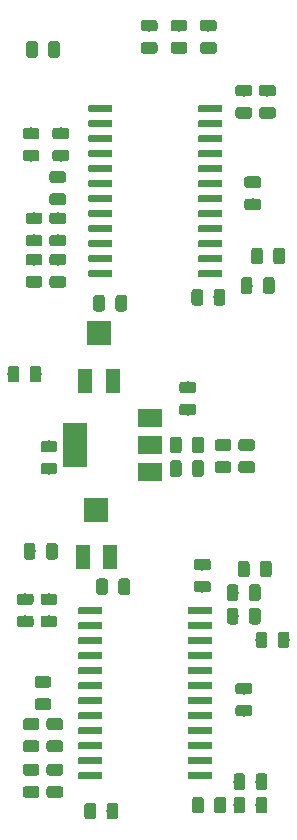
<source format=gbr>
G04 #@! TF.GenerationSoftware,KiCad,Pcbnew,5.1.4-e60b266~84~ubuntu18.04.1*
G04 #@! TF.CreationDate,2019-10-17T23:26:37-03:00*
G04 #@! TF.ProjectId,DCI_TP_Final_GG,4443495f-5450-45f4-9669-6e616c5f4747,Matias Brignone*
G04 #@! TF.SameCoordinates,Original*
G04 #@! TF.FileFunction,Paste,Top*
G04 #@! TF.FilePolarity,Positive*
%FSLAX46Y46*%
G04 Gerber Fmt 4.6, Leading zero omitted, Abs format (unit mm)*
G04 Created by KiCad (PCBNEW 5.1.4-e60b266~84~ubuntu18.04.1) date 2019-10-17 23:26:37*
%MOMM*%
%LPD*%
G04 APERTURE LIST*
%ADD10C,0.100000*%
%ADD11C,0.600000*%
%ADD12R,2.000000X1.500000*%
%ADD13R,2.000000X3.800000*%
%ADD14R,1.300000X2.000000*%
%ADD15R,2.000000X2.000000*%
%ADD16C,0.975000*%
G04 APERTURE END LIST*
D10*
G36*
X131039703Y-66715722D02*
G01*
X131054264Y-66717882D01*
X131068543Y-66721459D01*
X131082403Y-66726418D01*
X131095710Y-66732712D01*
X131108336Y-66740280D01*
X131120159Y-66749048D01*
X131131066Y-66758934D01*
X131140952Y-66769841D01*
X131149720Y-66781664D01*
X131157288Y-66794290D01*
X131163582Y-66807597D01*
X131168541Y-66821457D01*
X131172118Y-66835736D01*
X131174278Y-66850297D01*
X131175000Y-66865000D01*
X131175000Y-67165000D01*
X131174278Y-67179703D01*
X131172118Y-67194264D01*
X131168541Y-67208543D01*
X131163582Y-67222403D01*
X131157288Y-67235710D01*
X131149720Y-67248336D01*
X131140952Y-67260159D01*
X131131066Y-67271066D01*
X131120159Y-67280952D01*
X131108336Y-67289720D01*
X131095710Y-67297288D01*
X131082403Y-67303582D01*
X131068543Y-67308541D01*
X131054264Y-67312118D01*
X131039703Y-67314278D01*
X131025000Y-67315000D01*
X129275000Y-67315000D01*
X129260297Y-67314278D01*
X129245736Y-67312118D01*
X129231457Y-67308541D01*
X129217597Y-67303582D01*
X129204290Y-67297288D01*
X129191664Y-67289720D01*
X129179841Y-67280952D01*
X129168934Y-67271066D01*
X129159048Y-67260159D01*
X129150280Y-67248336D01*
X129142712Y-67235710D01*
X129136418Y-67222403D01*
X129131459Y-67208543D01*
X129127882Y-67194264D01*
X129125722Y-67179703D01*
X129125000Y-67165000D01*
X129125000Y-66865000D01*
X129125722Y-66850297D01*
X129127882Y-66835736D01*
X129131459Y-66821457D01*
X129136418Y-66807597D01*
X129142712Y-66794290D01*
X129150280Y-66781664D01*
X129159048Y-66769841D01*
X129168934Y-66758934D01*
X129179841Y-66749048D01*
X129191664Y-66740280D01*
X129204290Y-66732712D01*
X129217597Y-66726418D01*
X129231457Y-66721459D01*
X129245736Y-66717882D01*
X129260297Y-66715722D01*
X129275000Y-66715000D01*
X131025000Y-66715000D01*
X131039703Y-66715722D01*
X131039703Y-66715722D01*
G37*
D11*
X130150000Y-67015000D03*
D10*
G36*
X131039703Y-67985722D02*
G01*
X131054264Y-67987882D01*
X131068543Y-67991459D01*
X131082403Y-67996418D01*
X131095710Y-68002712D01*
X131108336Y-68010280D01*
X131120159Y-68019048D01*
X131131066Y-68028934D01*
X131140952Y-68039841D01*
X131149720Y-68051664D01*
X131157288Y-68064290D01*
X131163582Y-68077597D01*
X131168541Y-68091457D01*
X131172118Y-68105736D01*
X131174278Y-68120297D01*
X131175000Y-68135000D01*
X131175000Y-68435000D01*
X131174278Y-68449703D01*
X131172118Y-68464264D01*
X131168541Y-68478543D01*
X131163582Y-68492403D01*
X131157288Y-68505710D01*
X131149720Y-68518336D01*
X131140952Y-68530159D01*
X131131066Y-68541066D01*
X131120159Y-68550952D01*
X131108336Y-68559720D01*
X131095710Y-68567288D01*
X131082403Y-68573582D01*
X131068543Y-68578541D01*
X131054264Y-68582118D01*
X131039703Y-68584278D01*
X131025000Y-68585000D01*
X129275000Y-68585000D01*
X129260297Y-68584278D01*
X129245736Y-68582118D01*
X129231457Y-68578541D01*
X129217597Y-68573582D01*
X129204290Y-68567288D01*
X129191664Y-68559720D01*
X129179841Y-68550952D01*
X129168934Y-68541066D01*
X129159048Y-68530159D01*
X129150280Y-68518336D01*
X129142712Y-68505710D01*
X129136418Y-68492403D01*
X129131459Y-68478543D01*
X129127882Y-68464264D01*
X129125722Y-68449703D01*
X129125000Y-68435000D01*
X129125000Y-68135000D01*
X129125722Y-68120297D01*
X129127882Y-68105736D01*
X129131459Y-68091457D01*
X129136418Y-68077597D01*
X129142712Y-68064290D01*
X129150280Y-68051664D01*
X129159048Y-68039841D01*
X129168934Y-68028934D01*
X129179841Y-68019048D01*
X129191664Y-68010280D01*
X129204290Y-68002712D01*
X129217597Y-67996418D01*
X129231457Y-67991459D01*
X129245736Y-67987882D01*
X129260297Y-67985722D01*
X129275000Y-67985000D01*
X131025000Y-67985000D01*
X131039703Y-67985722D01*
X131039703Y-67985722D01*
G37*
D11*
X130150000Y-68285000D03*
D10*
G36*
X131039703Y-69255722D02*
G01*
X131054264Y-69257882D01*
X131068543Y-69261459D01*
X131082403Y-69266418D01*
X131095710Y-69272712D01*
X131108336Y-69280280D01*
X131120159Y-69289048D01*
X131131066Y-69298934D01*
X131140952Y-69309841D01*
X131149720Y-69321664D01*
X131157288Y-69334290D01*
X131163582Y-69347597D01*
X131168541Y-69361457D01*
X131172118Y-69375736D01*
X131174278Y-69390297D01*
X131175000Y-69405000D01*
X131175000Y-69705000D01*
X131174278Y-69719703D01*
X131172118Y-69734264D01*
X131168541Y-69748543D01*
X131163582Y-69762403D01*
X131157288Y-69775710D01*
X131149720Y-69788336D01*
X131140952Y-69800159D01*
X131131066Y-69811066D01*
X131120159Y-69820952D01*
X131108336Y-69829720D01*
X131095710Y-69837288D01*
X131082403Y-69843582D01*
X131068543Y-69848541D01*
X131054264Y-69852118D01*
X131039703Y-69854278D01*
X131025000Y-69855000D01*
X129275000Y-69855000D01*
X129260297Y-69854278D01*
X129245736Y-69852118D01*
X129231457Y-69848541D01*
X129217597Y-69843582D01*
X129204290Y-69837288D01*
X129191664Y-69829720D01*
X129179841Y-69820952D01*
X129168934Y-69811066D01*
X129159048Y-69800159D01*
X129150280Y-69788336D01*
X129142712Y-69775710D01*
X129136418Y-69762403D01*
X129131459Y-69748543D01*
X129127882Y-69734264D01*
X129125722Y-69719703D01*
X129125000Y-69705000D01*
X129125000Y-69405000D01*
X129125722Y-69390297D01*
X129127882Y-69375736D01*
X129131459Y-69361457D01*
X129136418Y-69347597D01*
X129142712Y-69334290D01*
X129150280Y-69321664D01*
X129159048Y-69309841D01*
X129168934Y-69298934D01*
X129179841Y-69289048D01*
X129191664Y-69280280D01*
X129204290Y-69272712D01*
X129217597Y-69266418D01*
X129231457Y-69261459D01*
X129245736Y-69257882D01*
X129260297Y-69255722D01*
X129275000Y-69255000D01*
X131025000Y-69255000D01*
X131039703Y-69255722D01*
X131039703Y-69255722D01*
G37*
D11*
X130150000Y-69555000D03*
D10*
G36*
X131039703Y-70525722D02*
G01*
X131054264Y-70527882D01*
X131068543Y-70531459D01*
X131082403Y-70536418D01*
X131095710Y-70542712D01*
X131108336Y-70550280D01*
X131120159Y-70559048D01*
X131131066Y-70568934D01*
X131140952Y-70579841D01*
X131149720Y-70591664D01*
X131157288Y-70604290D01*
X131163582Y-70617597D01*
X131168541Y-70631457D01*
X131172118Y-70645736D01*
X131174278Y-70660297D01*
X131175000Y-70675000D01*
X131175000Y-70975000D01*
X131174278Y-70989703D01*
X131172118Y-71004264D01*
X131168541Y-71018543D01*
X131163582Y-71032403D01*
X131157288Y-71045710D01*
X131149720Y-71058336D01*
X131140952Y-71070159D01*
X131131066Y-71081066D01*
X131120159Y-71090952D01*
X131108336Y-71099720D01*
X131095710Y-71107288D01*
X131082403Y-71113582D01*
X131068543Y-71118541D01*
X131054264Y-71122118D01*
X131039703Y-71124278D01*
X131025000Y-71125000D01*
X129275000Y-71125000D01*
X129260297Y-71124278D01*
X129245736Y-71122118D01*
X129231457Y-71118541D01*
X129217597Y-71113582D01*
X129204290Y-71107288D01*
X129191664Y-71099720D01*
X129179841Y-71090952D01*
X129168934Y-71081066D01*
X129159048Y-71070159D01*
X129150280Y-71058336D01*
X129142712Y-71045710D01*
X129136418Y-71032403D01*
X129131459Y-71018543D01*
X129127882Y-71004264D01*
X129125722Y-70989703D01*
X129125000Y-70975000D01*
X129125000Y-70675000D01*
X129125722Y-70660297D01*
X129127882Y-70645736D01*
X129131459Y-70631457D01*
X129136418Y-70617597D01*
X129142712Y-70604290D01*
X129150280Y-70591664D01*
X129159048Y-70579841D01*
X129168934Y-70568934D01*
X129179841Y-70559048D01*
X129191664Y-70550280D01*
X129204290Y-70542712D01*
X129217597Y-70536418D01*
X129231457Y-70531459D01*
X129245736Y-70527882D01*
X129260297Y-70525722D01*
X129275000Y-70525000D01*
X131025000Y-70525000D01*
X131039703Y-70525722D01*
X131039703Y-70525722D01*
G37*
D11*
X130150000Y-70825000D03*
D10*
G36*
X131039703Y-71795722D02*
G01*
X131054264Y-71797882D01*
X131068543Y-71801459D01*
X131082403Y-71806418D01*
X131095710Y-71812712D01*
X131108336Y-71820280D01*
X131120159Y-71829048D01*
X131131066Y-71838934D01*
X131140952Y-71849841D01*
X131149720Y-71861664D01*
X131157288Y-71874290D01*
X131163582Y-71887597D01*
X131168541Y-71901457D01*
X131172118Y-71915736D01*
X131174278Y-71930297D01*
X131175000Y-71945000D01*
X131175000Y-72245000D01*
X131174278Y-72259703D01*
X131172118Y-72274264D01*
X131168541Y-72288543D01*
X131163582Y-72302403D01*
X131157288Y-72315710D01*
X131149720Y-72328336D01*
X131140952Y-72340159D01*
X131131066Y-72351066D01*
X131120159Y-72360952D01*
X131108336Y-72369720D01*
X131095710Y-72377288D01*
X131082403Y-72383582D01*
X131068543Y-72388541D01*
X131054264Y-72392118D01*
X131039703Y-72394278D01*
X131025000Y-72395000D01*
X129275000Y-72395000D01*
X129260297Y-72394278D01*
X129245736Y-72392118D01*
X129231457Y-72388541D01*
X129217597Y-72383582D01*
X129204290Y-72377288D01*
X129191664Y-72369720D01*
X129179841Y-72360952D01*
X129168934Y-72351066D01*
X129159048Y-72340159D01*
X129150280Y-72328336D01*
X129142712Y-72315710D01*
X129136418Y-72302403D01*
X129131459Y-72288543D01*
X129127882Y-72274264D01*
X129125722Y-72259703D01*
X129125000Y-72245000D01*
X129125000Y-71945000D01*
X129125722Y-71930297D01*
X129127882Y-71915736D01*
X129131459Y-71901457D01*
X129136418Y-71887597D01*
X129142712Y-71874290D01*
X129150280Y-71861664D01*
X129159048Y-71849841D01*
X129168934Y-71838934D01*
X129179841Y-71829048D01*
X129191664Y-71820280D01*
X129204290Y-71812712D01*
X129217597Y-71806418D01*
X129231457Y-71801459D01*
X129245736Y-71797882D01*
X129260297Y-71795722D01*
X129275000Y-71795000D01*
X131025000Y-71795000D01*
X131039703Y-71795722D01*
X131039703Y-71795722D01*
G37*
D11*
X130150000Y-72095000D03*
D10*
G36*
X131039703Y-73065722D02*
G01*
X131054264Y-73067882D01*
X131068543Y-73071459D01*
X131082403Y-73076418D01*
X131095710Y-73082712D01*
X131108336Y-73090280D01*
X131120159Y-73099048D01*
X131131066Y-73108934D01*
X131140952Y-73119841D01*
X131149720Y-73131664D01*
X131157288Y-73144290D01*
X131163582Y-73157597D01*
X131168541Y-73171457D01*
X131172118Y-73185736D01*
X131174278Y-73200297D01*
X131175000Y-73215000D01*
X131175000Y-73515000D01*
X131174278Y-73529703D01*
X131172118Y-73544264D01*
X131168541Y-73558543D01*
X131163582Y-73572403D01*
X131157288Y-73585710D01*
X131149720Y-73598336D01*
X131140952Y-73610159D01*
X131131066Y-73621066D01*
X131120159Y-73630952D01*
X131108336Y-73639720D01*
X131095710Y-73647288D01*
X131082403Y-73653582D01*
X131068543Y-73658541D01*
X131054264Y-73662118D01*
X131039703Y-73664278D01*
X131025000Y-73665000D01*
X129275000Y-73665000D01*
X129260297Y-73664278D01*
X129245736Y-73662118D01*
X129231457Y-73658541D01*
X129217597Y-73653582D01*
X129204290Y-73647288D01*
X129191664Y-73639720D01*
X129179841Y-73630952D01*
X129168934Y-73621066D01*
X129159048Y-73610159D01*
X129150280Y-73598336D01*
X129142712Y-73585710D01*
X129136418Y-73572403D01*
X129131459Y-73558543D01*
X129127882Y-73544264D01*
X129125722Y-73529703D01*
X129125000Y-73515000D01*
X129125000Y-73215000D01*
X129125722Y-73200297D01*
X129127882Y-73185736D01*
X129131459Y-73171457D01*
X129136418Y-73157597D01*
X129142712Y-73144290D01*
X129150280Y-73131664D01*
X129159048Y-73119841D01*
X129168934Y-73108934D01*
X129179841Y-73099048D01*
X129191664Y-73090280D01*
X129204290Y-73082712D01*
X129217597Y-73076418D01*
X129231457Y-73071459D01*
X129245736Y-73067882D01*
X129260297Y-73065722D01*
X129275000Y-73065000D01*
X131025000Y-73065000D01*
X131039703Y-73065722D01*
X131039703Y-73065722D01*
G37*
D11*
X130150000Y-73365000D03*
D10*
G36*
X131039703Y-74335722D02*
G01*
X131054264Y-74337882D01*
X131068543Y-74341459D01*
X131082403Y-74346418D01*
X131095710Y-74352712D01*
X131108336Y-74360280D01*
X131120159Y-74369048D01*
X131131066Y-74378934D01*
X131140952Y-74389841D01*
X131149720Y-74401664D01*
X131157288Y-74414290D01*
X131163582Y-74427597D01*
X131168541Y-74441457D01*
X131172118Y-74455736D01*
X131174278Y-74470297D01*
X131175000Y-74485000D01*
X131175000Y-74785000D01*
X131174278Y-74799703D01*
X131172118Y-74814264D01*
X131168541Y-74828543D01*
X131163582Y-74842403D01*
X131157288Y-74855710D01*
X131149720Y-74868336D01*
X131140952Y-74880159D01*
X131131066Y-74891066D01*
X131120159Y-74900952D01*
X131108336Y-74909720D01*
X131095710Y-74917288D01*
X131082403Y-74923582D01*
X131068543Y-74928541D01*
X131054264Y-74932118D01*
X131039703Y-74934278D01*
X131025000Y-74935000D01*
X129275000Y-74935000D01*
X129260297Y-74934278D01*
X129245736Y-74932118D01*
X129231457Y-74928541D01*
X129217597Y-74923582D01*
X129204290Y-74917288D01*
X129191664Y-74909720D01*
X129179841Y-74900952D01*
X129168934Y-74891066D01*
X129159048Y-74880159D01*
X129150280Y-74868336D01*
X129142712Y-74855710D01*
X129136418Y-74842403D01*
X129131459Y-74828543D01*
X129127882Y-74814264D01*
X129125722Y-74799703D01*
X129125000Y-74785000D01*
X129125000Y-74485000D01*
X129125722Y-74470297D01*
X129127882Y-74455736D01*
X129131459Y-74441457D01*
X129136418Y-74427597D01*
X129142712Y-74414290D01*
X129150280Y-74401664D01*
X129159048Y-74389841D01*
X129168934Y-74378934D01*
X129179841Y-74369048D01*
X129191664Y-74360280D01*
X129204290Y-74352712D01*
X129217597Y-74346418D01*
X129231457Y-74341459D01*
X129245736Y-74337882D01*
X129260297Y-74335722D01*
X129275000Y-74335000D01*
X131025000Y-74335000D01*
X131039703Y-74335722D01*
X131039703Y-74335722D01*
G37*
D11*
X130150000Y-74635000D03*
D10*
G36*
X131039703Y-75605722D02*
G01*
X131054264Y-75607882D01*
X131068543Y-75611459D01*
X131082403Y-75616418D01*
X131095710Y-75622712D01*
X131108336Y-75630280D01*
X131120159Y-75639048D01*
X131131066Y-75648934D01*
X131140952Y-75659841D01*
X131149720Y-75671664D01*
X131157288Y-75684290D01*
X131163582Y-75697597D01*
X131168541Y-75711457D01*
X131172118Y-75725736D01*
X131174278Y-75740297D01*
X131175000Y-75755000D01*
X131175000Y-76055000D01*
X131174278Y-76069703D01*
X131172118Y-76084264D01*
X131168541Y-76098543D01*
X131163582Y-76112403D01*
X131157288Y-76125710D01*
X131149720Y-76138336D01*
X131140952Y-76150159D01*
X131131066Y-76161066D01*
X131120159Y-76170952D01*
X131108336Y-76179720D01*
X131095710Y-76187288D01*
X131082403Y-76193582D01*
X131068543Y-76198541D01*
X131054264Y-76202118D01*
X131039703Y-76204278D01*
X131025000Y-76205000D01*
X129275000Y-76205000D01*
X129260297Y-76204278D01*
X129245736Y-76202118D01*
X129231457Y-76198541D01*
X129217597Y-76193582D01*
X129204290Y-76187288D01*
X129191664Y-76179720D01*
X129179841Y-76170952D01*
X129168934Y-76161066D01*
X129159048Y-76150159D01*
X129150280Y-76138336D01*
X129142712Y-76125710D01*
X129136418Y-76112403D01*
X129131459Y-76098543D01*
X129127882Y-76084264D01*
X129125722Y-76069703D01*
X129125000Y-76055000D01*
X129125000Y-75755000D01*
X129125722Y-75740297D01*
X129127882Y-75725736D01*
X129131459Y-75711457D01*
X129136418Y-75697597D01*
X129142712Y-75684290D01*
X129150280Y-75671664D01*
X129159048Y-75659841D01*
X129168934Y-75648934D01*
X129179841Y-75639048D01*
X129191664Y-75630280D01*
X129204290Y-75622712D01*
X129217597Y-75616418D01*
X129231457Y-75611459D01*
X129245736Y-75607882D01*
X129260297Y-75605722D01*
X129275000Y-75605000D01*
X131025000Y-75605000D01*
X131039703Y-75605722D01*
X131039703Y-75605722D01*
G37*
D11*
X130150000Y-75905000D03*
D10*
G36*
X131039703Y-76875722D02*
G01*
X131054264Y-76877882D01*
X131068543Y-76881459D01*
X131082403Y-76886418D01*
X131095710Y-76892712D01*
X131108336Y-76900280D01*
X131120159Y-76909048D01*
X131131066Y-76918934D01*
X131140952Y-76929841D01*
X131149720Y-76941664D01*
X131157288Y-76954290D01*
X131163582Y-76967597D01*
X131168541Y-76981457D01*
X131172118Y-76995736D01*
X131174278Y-77010297D01*
X131175000Y-77025000D01*
X131175000Y-77325000D01*
X131174278Y-77339703D01*
X131172118Y-77354264D01*
X131168541Y-77368543D01*
X131163582Y-77382403D01*
X131157288Y-77395710D01*
X131149720Y-77408336D01*
X131140952Y-77420159D01*
X131131066Y-77431066D01*
X131120159Y-77440952D01*
X131108336Y-77449720D01*
X131095710Y-77457288D01*
X131082403Y-77463582D01*
X131068543Y-77468541D01*
X131054264Y-77472118D01*
X131039703Y-77474278D01*
X131025000Y-77475000D01*
X129275000Y-77475000D01*
X129260297Y-77474278D01*
X129245736Y-77472118D01*
X129231457Y-77468541D01*
X129217597Y-77463582D01*
X129204290Y-77457288D01*
X129191664Y-77449720D01*
X129179841Y-77440952D01*
X129168934Y-77431066D01*
X129159048Y-77420159D01*
X129150280Y-77408336D01*
X129142712Y-77395710D01*
X129136418Y-77382403D01*
X129131459Y-77368543D01*
X129127882Y-77354264D01*
X129125722Y-77339703D01*
X129125000Y-77325000D01*
X129125000Y-77025000D01*
X129125722Y-77010297D01*
X129127882Y-76995736D01*
X129131459Y-76981457D01*
X129136418Y-76967597D01*
X129142712Y-76954290D01*
X129150280Y-76941664D01*
X129159048Y-76929841D01*
X129168934Y-76918934D01*
X129179841Y-76909048D01*
X129191664Y-76900280D01*
X129204290Y-76892712D01*
X129217597Y-76886418D01*
X129231457Y-76881459D01*
X129245736Y-76877882D01*
X129260297Y-76875722D01*
X129275000Y-76875000D01*
X131025000Y-76875000D01*
X131039703Y-76875722D01*
X131039703Y-76875722D01*
G37*
D11*
X130150000Y-77175000D03*
D10*
G36*
X131039703Y-78145722D02*
G01*
X131054264Y-78147882D01*
X131068543Y-78151459D01*
X131082403Y-78156418D01*
X131095710Y-78162712D01*
X131108336Y-78170280D01*
X131120159Y-78179048D01*
X131131066Y-78188934D01*
X131140952Y-78199841D01*
X131149720Y-78211664D01*
X131157288Y-78224290D01*
X131163582Y-78237597D01*
X131168541Y-78251457D01*
X131172118Y-78265736D01*
X131174278Y-78280297D01*
X131175000Y-78295000D01*
X131175000Y-78595000D01*
X131174278Y-78609703D01*
X131172118Y-78624264D01*
X131168541Y-78638543D01*
X131163582Y-78652403D01*
X131157288Y-78665710D01*
X131149720Y-78678336D01*
X131140952Y-78690159D01*
X131131066Y-78701066D01*
X131120159Y-78710952D01*
X131108336Y-78719720D01*
X131095710Y-78727288D01*
X131082403Y-78733582D01*
X131068543Y-78738541D01*
X131054264Y-78742118D01*
X131039703Y-78744278D01*
X131025000Y-78745000D01*
X129275000Y-78745000D01*
X129260297Y-78744278D01*
X129245736Y-78742118D01*
X129231457Y-78738541D01*
X129217597Y-78733582D01*
X129204290Y-78727288D01*
X129191664Y-78719720D01*
X129179841Y-78710952D01*
X129168934Y-78701066D01*
X129159048Y-78690159D01*
X129150280Y-78678336D01*
X129142712Y-78665710D01*
X129136418Y-78652403D01*
X129131459Y-78638543D01*
X129127882Y-78624264D01*
X129125722Y-78609703D01*
X129125000Y-78595000D01*
X129125000Y-78295000D01*
X129125722Y-78280297D01*
X129127882Y-78265736D01*
X129131459Y-78251457D01*
X129136418Y-78237597D01*
X129142712Y-78224290D01*
X129150280Y-78211664D01*
X129159048Y-78199841D01*
X129168934Y-78188934D01*
X129179841Y-78179048D01*
X129191664Y-78170280D01*
X129204290Y-78162712D01*
X129217597Y-78156418D01*
X129231457Y-78151459D01*
X129245736Y-78147882D01*
X129260297Y-78145722D01*
X129275000Y-78145000D01*
X131025000Y-78145000D01*
X131039703Y-78145722D01*
X131039703Y-78145722D01*
G37*
D11*
X130150000Y-78445000D03*
D10*
G36*
X131039703Y-79415722D02*
G01*
X131054264Y-79417882D01*
X131068543Y-79421459D01*
X131082403Y-79426418D01*
X131095710Y-79432712D01*
X131108336Y-79440280D01*
X131120159Y-79449048D01*
X131131066Y-79458934D01*
X131140952Y-79469841D01*
X131149720Y-79481664D01*
X131157288Y-79494290D01*
X131163582Y-79507597D01*
X131168541Y-79521457D01*
X131172118Y-79535736D01*
X131174278Y-79550297D01*
X131175000Y-79565000D01*
X131175000Y-79865000D01*
X131174278Y-79879703D01*
X131172118Y-79894264D01*
X131168541Y-79908543D01*
X131163582Y-79922403D01*
X131157288Y-79935710D01*
X131149720Y-79948336D01*
X131140952Y-79960159D01*
X131131066Y-79971066D01*
X131120159Y-79980952D01*
X131108336Y-79989720D01*
X131095710Y-79997288D01*
X131082403Y-80003582D01*
X131068543Y-80008541D01*
X131054264Y-80012118D01*
X131039703Y-80014278D01*
X131025000Y-80015000D01*
X129275000Y-80015000D01*
X129260297Y-80014278D01*
X129245736Y-80012118D01*
X129231457Y-80008541D01*
X129217597Y-80003582D01*
X129204290Y-79997288D01*
X129191664Y-79989720D01*
X129179841Y-79980952D01*
X129168934Y-79971066D01*
X129159048Y-79960159D01*
X129150280Y-79948336D01*
X129142712Y-79935710D01*
X129136418Y-79922403D01*
X129131459Y-79908543D01*
X129127882Y-79894264D01*
X129125722Y-79879703D01*
X129125000Y-79865000D01*
X129125000Y-79565000D01*
X129125722Y-79550297D01*
X129127882Y-79535736D01*
X129131459Y-79521457D01*
X129136418Y-79507597D01*
X129142712Y-79494290D01*
X129150280Y-79481664D01*
X129159048Y-79469841D01*
X129168934Y-79458934D01*
X129179841Y-79449048D01*
X129191664Y-79440280D01*
X129204290Y-79432712D01*
X129217597Y-79426418D01*
X129231457Y-79421459D01*
X129245736Y-79417882D01*
X129260297Y-79415722D01*
X129275000Y-79415000D01*
X131025000Y-79415000D01*
X131039703Y-79415722D01*
X131039703Y-79415722D01*
G37*
D11*
X130150000Y-79715000D03*
D10*
G36*
X131039703Y-80685722D02*
G01*
X131054264Y-80687882D01*
X131068543Y-80691459D01*
X131082403Y-80696418D01*
X131095710Y-80702712D01*
X131108336Y-80710280D01*
X131120159Y-80719048D01*
X131131066Y-80728934D01*
X131140952Y-80739841D01*
X131149720Y-80751664D01*
X131157288Y-80764290D01*
X131163582Y-80777597D01*
X131168541Y-80791457D01*
X131172118Y-80805736D01*
X131174278Y-80820297D01*
X131175000Y-80835000D01*
X131175000Y-81135000D01*
X131174278Y-81149703D01*
X131172118Y-81164264D01*
X131168541Y-81178543D01*
X131163582Y-81192403D01*
X131157288Y-81205710D01*
X131149720Y-81218336D01*
X131140952Y-81230159D01*
X131131066Y-81241066D01*
X131120159Y-81250952D01*
X131108336Y-81259720D01*
X131095710Y-81267288D01*
X131082403Y-81273582D01*
X131068543Y-81278541D01*
X131054264Y-81282118D01*
X131039703Y-81284278D01*
X131025000Y-81285000D01*
X129275000Y-81285000D01*
X129260297Y-81284278D01*
X129245736Y-81282118D01*
X129231457Y-81278541D01*
X129217597Y-81273582D01*
X129204290Y-81267288D01*
X129191664Y-81259720D01*
X129179841Y-81250952D01*
X129168934Y-81241066D01*
X129159048Y-81230159D01*
X129150280Y-81218336D01*
X129142712Y-81205710D01*
X129136418Y-81192403D01*
X129131459Y-81178543D01*
X129127882Y-81164264D01*
X129125722Y-81149703D01*
X129125000Y-81135000D01*
X129125000Y-80835000D01*
X129125722Y-80820297D01*
X129127882Y-80805736D01*
X129131459Y-80791457D01*
X129136418Y-80777597D01*
X129142712Y-80764290D01*
X129150280Y-80751664D01*
X129159048Y-80739841D01*
X129168934Y-80728934D01*
X129179841Y-80719048D01*
X129191664Y-80710280D01*
X129204290Y-80702712D01*
X129217597Y-80696418D01*
X129231457Y-80691459D01*
X129245736Y-80687882D01*
X129260297Y-80685722D01*
X129275000Y-80685000D01*
X131025000Y-80685000D01*
X131039703Y-80685722D01*
X131039703Y-80685722D01*
G37*
D11*
X130150000Y-80985000D03*
D10*
G36*
X121739703Y-80685722D02*
G01*
X121754264Y-80687882D01*
X121768543Y-80691459D01*
X121782403Y-80696418D01*
X121795710Y-80702712D01*
X121808336Y-80710280D01*
X121820159Y-80719048D01*
X121831066Y-80728934D01*
X121840952Y-80739841D01*
X121849720Y-80751664D01*
X121857288Y-80764290D01*
X121863582Y-80777597D01*
X121868541Y-80791457D01*
X121872118Y-80805736D01*
X121874278Y-80820297D01*
X121875000Y-80835000D01*
X121875000Y-81135000D01*
X121874278Y-81149703D01*
X121872118Y-81164264D01*
X121868541Y-81178543D01*
X121863582Y-81192403D01*
X121857288Y-81205710D01*
X121849720Y-81218336D01*
X121840952Y-81230159D01*
X121831066Y-81241066D01*
X121820159Y-81250952D01*
X121808336Y-81259720D01*
X121795710Y-81267288D01*
X121782403Y-81273582D01*
X121768543Y-81278541D01*
X121754264Y-81282118D01*
X121739703Y-81284278D01*
X121725000Y-81285000D01*
X119975000Y-81285000D01*
X119960297Y-81284278D01*
X119945736Y-81282118D01*
X119931457Y-81278541D01*
X119917597Y-81273582D01*
X119904290Y-81267288D01*
X119891664Y-81259720D01*
X119879841Y-81250952D01*
X119868934Y-81241066D01*
X119859048Y-81230159D01*
X119850280Y-81218336D01*
X119842712Y-81205710D01*
X119836418Y-81192403D01*
X119831459Y-81178543D01*
X119827882Y-81164264D01*
X119825722Y-81149703D01*
X119825000Y-81135000D01*
X119825000Y-80835000D01*
X119825722Y-80820297D01*
X119827882Y-80805736D01*
X119831459Y-80791457D01*
X119836418Y-80777597D01*
X119842712Y-80764290D01*
X119850280Y-80751664D01*
X119859048Y-80739841D01*
X119868934Y-80728934D01*
X119879841Y-80719048D01*
X119891664Y-80710280D01*
X119904290Y-80702712D01*
X119917597Y-80696418D01*
X119931457Y-80691459D01*
X119945736Y-80687882D01*
X119960297Y-80685722D01*
X119975000Y-80685000D01*
X121725000Y-80685000D01*
X121739703Y-80685722D01*
X121739703Y-80685722D01*
G37*
D11*
X120850000Y-80985000D03*
D10*
G36*
X121739703Y-79415722D02*
G01*
X121754264Y-79417882D01*
X121768543Y-79421459D01*
X121782403Y-79426418D01*
X121795710Y-79432712D01*
X121808336Y-79440280D01*
X121820159Y-79449048D01*
X121831066Y-79458934D01*
X121840952Y-79469841D01*
X121849720Y-79481664D01*
X121857288Y-79494290D01*
X121863582Y-79507597D01*
X121868541Y-79521457D01*
X121872118Y-79535736D01*
X121874278Y-79550297D01*
X121875000Y-79565000D01*
X121875000Y-79865000D01*
X121874278Y-79879703D01*
X121872118Y-79894264D01*
X121868541Y-79908543D01*
X121863582Y-79922403D01*
X121857288Y-79935710D01*
X121849720Y-79948336D01*
X121840952Y-79960159D01*
X121831066Y-79971066D01*
X121820159Y-79980952D01*
X121808336Y-79989720D01*
X121795710Y-79997288D01*
X121782403Y-80003582D01*
X121768543Y-80008541D01*
X121754264Y-80012118D01*
X121739703Y-80014278D01*
X121725000Y-80015000D01*
X119975000Y-80015000D01*
X119960297Y-80014278D01*
X119945736Y-80012118D01*
X119931457Y-80008541D01*
X119917597Y-80003582D01*
X119904290Y-79997288D01*
X119891664Y-79989720D01*
X119879841Y-79980952D01*
X119868934Y-79971066D01*
X119859048Y-79960159D01*
X119850280Y-79948336D01*
X119842712Y-79935710D01*
X119836418Y-79922403D01*
X119831459Y-79908543D01*
X119827882Y-79894264D01*
X119825722Y-79879703D01*
X119825000Y-79865000D01*
X119825000Y-79565000D01*
X119825722Y-79550297D01*
X119827882Y-79535736D01*
X119831459Y-79521457D01*
X119836418Y-79507597D01*
X119842712Y-79494290D01*
X119850280Y-79481664D01*
X119859048Y-79469841D01*
X119868934Y-79458934D01*
X119879841Y-79449048D01*
X119891664Y-79440280D01*
X119904290Y-79432712D01*
X119917597Y-79426418D01*
X119931457Y-79421459D01*
X119945736Y-79417882D01*
X119960297Y-79415722D01*
X119975000Y-79415000D01*
X121725000Y-79415000D01*
X121739703Y-79415722D01*
X121739703Y-79415722D01*
G37*
D11*
X120850000Y-79715000D03*
D10*
G36*
X121739703Y-78145722D02*
G01*
X121754264Y-78147882D01*
X121768543Y-78151459D01*
X121782403Y-78156418D01*
X121795710Y-78162712D01*
X121808336Y-78170280D01*
X121820159Y-78179048D01*
X121831066Y-78188934D01*
X121840952Y-78199841D01*
X121849720Y-78211664D01*
X121857288Y-78224290D01*
X121863582Y-78237597D01*
X121868541Y-78251457D01*
X121872118Y-78265736D01*
X121874278Y-78280297D01*
X121875000Y-78295000D01*
X121875000Y-78595000D01*
X121874278Y-78609703D01*
X121872118Y-78624264D01*
X121868541Y-78638543D01*
X121863582Y-78652403D01*
X121857288Y-78665710D01*
X121849720Y-78678336D01*
X121840952Y-78690159D01*
X121831066Y-78701066D01*
X121820159Y-78710952D01*
X121808336Y-78719720D01*
X121795710Y-78727288D01*
X121782403Y-78733582D01*
X121768543Y-78738541D01*
X121754264Y-78742118D01*
X121739703Y-78744278D01*
X121725000Y-78745000D01*
X119975000Y-78745000D01*
X119960297Y-78744278D01*
X119945736Y-78742118D01*
X119931457Y-78738541D01*
X119917597Y-78733582D01*
X119904290Y-78727288D01*
X119891664Y-78719720D01*
X119879841Y-78710952D01*
X119868934Y-78701066D01*
X119859048Y-78690159D01*
X119850280Y-78678336D01*
X119842712Y-78665710D01*
X119836418Y-78652403D01*
X119831459Y-78638543D01*
X119827882Y-78624264D01*
X119825722Y-78609703D01*
X119825000Y-78595000D01*
X119825000Y-78295000D01*
X119825722Y-78280297D01*
X119827882Y-78265736D01*
X119831459Y-78251457D01*
X119836418Y-78237597D01*
X119842712Y-78224290D01*
X119850280Y-78211664D01*
X119859048Y-78199841D01*
X119868934Y-78188934D01*
X119879841Y-78179048D01*
X119891664Y-78170280D01*
X119904290Y-78162712D01*
X119917597Y-78156418D01*
X119931457Y-78151459D01*
X119945736Y-78147882D01*
X119960297Y-78145722D01*
X119975000Y-78145000D01*
X121725000Y-78145000D01*
X121739703Y-78145722D01*
X121739703Y-78145722D01*
G37*
D11*
X120850000Y-78445000D03*
D10*
G36*
X121739703Y-76875722D02*
G01*
X121754264Y-76877882D01*
X121768543Y-76881459D01*
X121782403Y-76886418D01*
X121795710Y-76892712D01*
X121808336Y-76900280D01*
X121820159Y-76909048D01*
X121831066Y-76918934D01*
X121840952Y-76929841D01*
X121849720Y-76941664D01*
X121857288Y-76954290D01*
X121863582Y-76967597D01*
X121868541Y-76981457D01*
X121872118Y-76995736D01*
X121874278Y-77010297D01*
X121875000Y-77025000D01*
X121875000Y-77325000D01*
X121874278Y-77339703D01*
X121872118Y-77354264D01*
X121868541Y-77368543D01*
X121863582Y-77382403D01*
X121857288Y-77395710D01*
X121849720Y-77408336D01*
X121840952Y-77420159D01*
X121831066Y-77431066D01*
X121820159Y-77440952D01*
X121808336Y-77449720D01*
X121795710Y-77457288D01*
X121782403Y-77463582D01*
X121768543Y-77468541D01*
X121754264Y-77472118D01*
X121739703Y-77474278D01*
X121725000Y-77475000D01*
X119975000Y-77475000D01*
X119960297Y-77474278D01*
X119945736Y-77472118D01*
X119931457Y-77468541D01*
X119917597Y-77463582D01*
X119904290Y-77457288D01*
X119891664Y-77449720D01*
X119879841Y-77440952D01*
X119868934Y-77431066D01*
X119859048Y-77420159D01*
X119850280Y-77408336D01*
X119842712Y-77395710D01*
X119836418Y-77382403D01*
X119831459Y-77368543D01*
X119827882Y-77354264D01*
X119825722Y-77339703D01*
X119825000Y-77325000D01*
X119825000Y-77025000D01*
X119825722Y-77010297D01*
X119827882Y-76995736D01*
X119831459Y-76981457D01*
X119836418Y-76967597D01*
X119842712Y-76954290D01*
X119850280Y-76941664D01*
X119859048Y-76929841D01*
X119868934Y-76918934D01*
X119879841Y-76909048D01*
X119891664Y-76900280D01*
X119904290Y-76892712D01*
X119917597Y-76886418D01*
X119931457Y-76881459D01*
X119945736Y-76877882D01*
X119960297Y-76875722D01*
X119975000Y-76875000D01*
X121725000Y-76875000D01*
X121739703Y-76875722D01*
X121739703Y-76875722D01*
G37*
D11*
X120850000Y-77175000D03*
D10*
G36*
X121739703Y-75605722D02*
G01*
X121754264Y-75607882D01*
X121768543Y-75611459D01*
X121782403Y-75616418D01*
X121795710Y-75622712D01*
X121808336Y-75630280D01*
X121820159Y-75639048D01*
X121831066Y-75648934D01*
X121840952Y-75659841D01*
X121849720Y-75671664D01*
X121857288Y-75684290D01*
X121863582Y-75697597D01*
X121868541Y-75711457D01*
X121872118Y-75725736D01*
X121874278Y-75740297D01*
X121875000Y-75755000D01*
X121875000Y-76055000D01*
X121874278Y-76069703D01*
X121872118Y-76084264D01*
X121868541Y-76098543D01*
X121863582Y-76112403D01*
X121857288Y-76125710D01*
X121849720Y-76138336D01*
X121840952Y-76150159D01*
X121831066Y-76161066D01*
X121820159Y-76170952D01*
X121808336Y-76179720D01*
X121795710Y-76187288D01*
X121782403Y-76193582D01*
X121768543Y-76198541D01*
X121754264Y-76202118D01*
X121739703Y-76204278D01*
X121725000Y-76205000D01*
X119975000Y-76205000D01*
X119960297Y-76204278D01*
X119945736Y-76202118D01*
X119931457Y-76198541D01*
X119917597Y-76193582D01*
X119904290Y-76187288D01*
X119891664Y-76179720D01*
X119879841Y-76170952D01*
X119868934Y-76161066D01*
X119859048Y-76150159D01*
X119850280Y-76138336D01*
X119842712Y-76125710D01*
X119836418Y-76112403D01*
X119831459Y-76098543D01*
X119827882Y-76084264D01*
X119825722Y-76069703D01*
X119825000Y-76055000D01*
X119825000Y-75755000D01*
X119825722Y-75740297D01*
X119827882Y-75725736D01*
X119831459Y-75711457D01*
X119836418Y-75697597D01*
X119842712Y-75684290D01*
X119850280Y-75671664D01*
X119859048Y-75659841D01*
X119868934Y-75648934D01*
X119879841Y-75639048D01*
X119891664Y-75630280D01*
X119904290Y-75622712D01*
X119917597Y-75616418D01*
X119931457Y-75611459D01*
X119945736Y-75607882D01*
X119960297Y-75605722D01*
X119975000Y-75605000D01*
X121725000Y-75605000D01*
X121739703Y-75605722D01*
X121739703Y-75605722D01*
G37*
D11*
X120850000Y-75905000D03*
D10*
G36*
X121739703Y-74335722D02*
G01*
X121754264Y-74337882D01*
X121768543Y-74341459D01*
X121782403Y-74346418D01*
X121795710Y-74352712D01*
X121808336Y-74360280D01*
X121820159Y-74369048D01*
X121831066Y-74378934D01*
X121840952Y-74389841D01*
X121849720Y-74401664D01*
X121857288Y-74414290D01*
X121863582Y-74427597D01*
X121868541Y-74441457D01*
X121872118Y-74455736D01*
X121874278Y-74470297D01*
X121875000Y-74485000D01*
X121875000Y-74785000D01*
X121874278Y-74799703D01*
X121872118Y-74814264D01*
X121868541Y-74828543D01*
X121863582Y-74842403D01*
X121857288Y-74855710D01*
X121849720Y-74868336D01*
X121840952Y-74880159D01*
X121831066Y-74891066D01*
X121820159Y-74900952D01*
X121808336Y-74909720D01*
X121795710Y-74917288D01*
X121782403Y-74923582D01*
X121768543Y-74928541D01*
X121754264Y-74932118D01*
X121739703Y-74934278D01*
X121725000Y-74935000D01*
X119975000Y-74935000D01*
X119960297Y-74934278D01*
X119945736Y-74932118D01*
X119931457Y-74928541D01*
X119917597Y-74923582D01*
X119904290Y-74917288D01*
X119891664Y-74909720D01*
X119879841Y-74900952D01*
X119868934Y-74891066D01*
X119859048Y-74880159D01*
X119850280Y-74868336D01*
X119842712Y-74855710D01*
X119836418Y-74842403D01*
X119831459Y-74828543D01*
X119827882Y-74814264D01*
X119825722Y-74799703D01*
X119825000Y-74785000D01*
X119825000Y-74485000D01*
X119825722Y-74470297D01*
X119827882Y-74455736D01*
X119831459Y-74441457D01*
X119836418Y-74427597D01*
X119842712Y-74414290D01*
X119850280Y-74401664D01*
X119859048Y-74389841D01*
X119868934Y-74378934D01*
X119879841Y-74369048D01*
X119891664Y-74360280D01*
X119904290Y-74352712D01*
X119917597Y-74346418D01*
X119931457Y-74341459D01*
X119945736Y-74337882D01*
X119960297Y-74335722D01*
X119975000Y-74335000D01*
X121725000Y-74335000D01*
X121739703Y-74335722D01*
X121739703Y-74335722D01*
G37*
D11*
X120850000Y-74635000D03*
D10*
G36*
X121739703Y-73065722D02*
G01*
X121754264Y-73067882D01*
X121768543Y-73071459D01*
X121782403Y-73076418D01*
X121795710Y-73082712D01*
X121808336Y-73090280D01*
X121820159Y-73099048D01*
X121831066Y-73108934D01*
X121840952Y-73119841D01*
X121849720Y-73131664D01*
X121857288Y-73144290D01*
X121863582Y-73157597D01*
X121868541Y-73171457D01*
X121872118Y-73185736D01*
X121874278Y-73200297D01*
X121875000Y-73215000D01*
X121875000Y-73515000D01*
X121874278Y-73529703D01*
X121872118Y-73544264D01*
X121868541Y-73558543D01*
X121863582Y-73572403D01*
X121857288Y-73585710D01*
X121849720Y-73598336D01*
X121840952Y-73610159D01*
X121831066Y-73621066D01*
X121820159Y-73630952D01*
X121808336Y-73639720D01*
X121795710Y-73647288D01*
X121782403Y-73653582D01*
X121768543Y-73658541D01*
X121754264Y-73662118D01*
X121739703Y-73664278D01*
X121725000Y-73665000D01*
X119975000Y-73665000D01*
X119960297Y-73664278D01*
X119945736Y-73662118D01*
X119931457Y-73658541D01*
X119917597Y-73653582D01*
X119904290Y-73647288D01*
X119891664Y-73639720D01*
X119879841Y-73630952D01*
X119868934Y-73621066D01*
X119859048Y-73610159D01*
X119850280Y-73598336D01*
X119842712Y-73585710D01*
X119836418Y-73572403D01*
X119831459Y-73558543D01*
X119827882Y-73544264D01*
X119825722Y-73529703D01*
X119825000Y-73515000D01*
X119825000Y-73215000D01*
X119825722Y-73200297D01*
X119827882Y-73185736D01*
X119831459Y-73171457D01*
X119836418Y-73157597D01*
X119842712Y-73144290D01*
X119850280Y-73131664D01*
X119859048Y-73119841D01*
X119868934Y-73108934D01*
X119879841Y-73099048D01*
X119891664Y-73090280D01*
X119904290Y-73082712D01*
X119917597Y-73076418D01*
X119931457Y-73071459D01*
X119945736Y-73067882D01*
X119960297Y-73065722D01*
X119975000Y-73065000D01*
X121725000Y-73065000D01*
X121739703Y-73065722D01*
X121739703Y-73065722D01*
G37*
D11*
X120850000Y-73365000D03*
D10*
G36*
X121739703Y-71795722D02*
G01*
X121754264Y-71797882D01*
X121768543Y-71801459D01*
X121782403Y-71806418D01*
X121795710Y-71812712D01*
X121808336Y-71820280D01*
X121820159Y-71829048D01*
X121831066Y-71838934D01*
X121840952Y-71849841D01*
X121849720Y-71861664D01*
X121857288Y-71874290D01*
X121863582Y-71887597D01*
X121868541Y-71901457D01*
X121872118Y-71915736D01*
X121874278Y-71930297D01*
X121875000Y-71945000D01*
X121875000Y-72245000D01*
X121874278Y-72259703D01*
X121872118Y-72274264D01*
X121868541Y-72288543D01*
X121863582Y-72302403D01*
X121857288Y-72315710D01*
X121849720Y-72328336D01*
X121840952Y-72340159D01*
X121831066Y-72351066D01*
X121820159Y-72360952D01*
X121808336Y-72369720D01*
X121795710Y-72377288D01*
X121782403Y-72383582D01*
X121768543Y-72388541D01*
X121754264Y-72392118D01*
X121739703Y-72394278D01*
X121725000Y-72395000D01*
X119975000Y-72395000D01*
X119960297Y-72394278D01*
X119945736Y-72392118D01*
X119931457Y-72388541D01*
X119917597Y-72383582D01*
X119904290Y-72377288D01*
X119891664Y-72369720D01*
X119879841Y-72360952D01*
X119868934Y-72351066D01*
X119859048Y-72340159D01*
X119850280Y-72328336D01*
X119842712Y-72315710D01*
X119836418Y-72302403D01*
X119831459Y-72288543D01*
X119827882Y-72274264D01*
X119825722Y-72259703D01*
X119825000Y-72245000D01*
X119825000Y-71945000D01*
X119825722Y-71930297D01*
X119827882Y-71915736D01*
X119831459Y-71901457D01*
X119836418Y-71887597D01*
X119842712Y-71874290D01*
X119850280Y-71861664D01*
X119859048Y-71849841D01*
X119868934Y-71838934D01*
X119879841Y-71829048D01*
X119891664Y-71820280D01*
X119904290Y-71812712D01*
X119917597Y-71806418D01*
X119931457Y-71801459D01*
X119945736Y-71797882D01*
X119960297Y-71795722D01*
X119975000Y-71795000D01*
X121725000Y-71795000D01*
X121739703Y-71795722D01*
X121739703Y-71795722D01*
G37*
D11*
X120850000Y-72095000D03*
D10*
G36*
X121739703Y-70525722D02*
G01*
X121754264Y-70527882D01*
X121768543Y-70531459D01*
X121782403Y-70536418D01*
X121795710Y-70542712D01*
X121808336Y-70550280D01*
X121820159Y-70559048D01*
X121831066Y-70568934D01*
X121840952Y-70579841D01*
X121849720Y-70591664D01*
X121857288Y-70604290D01*
X121863582Y-70617597D01*
X121868541Y-70631457D01*
X121872118Y-70645736D01*
X121874278Y-70660297D01*
X121875000Y-70675000D01*
X121875000Y-70975000D01*
X121874278Y-70989703D01*
X121872118Y-71004264D01*
X121868541Y-71018543D01*
X121863582Y-71032403D01*
X121857288Y-71045710D01*
X121849720Y-71058336D01*
X121840952Y-71070159D01*
X121831066Y-71081066D01*
X121820159Y-71090952D01*
X121808336Y-71099720D01*
X121795710Y-71107288D01*
X121782403Y-71113582D01*
X121768543Y-71118541D01*
X121754264Y-71122118D01*
X121739703Y-71124278D01*
X121725000Y-71125000D01*
X119975000Y-71125000D01*
X119960297Y-71124278D01*
X119945736Y-71122118D01*
X119931457Y-71118541D01*
X119917597Y-71113582D01*
X119904290Y-71107288D01*
X119891664Y-71099720D01*
X119879841Y-71090952D01*
X119868934Y-71081066D01*
X119859048Y-71070159D01*
X119850280Y-71058336D01*
X119842712Y-71045710D01*
X119836418Y-71032403D01*
X119831459Y-71018543D01*
X119827882Y-71004264D01*
X119825722Y-70989703D01*
X119825000Y-70975000D01*
X119825000Y-70675000D01*
X119825722Y-70660297D01*
X119827882Y-70645736D01*
X119831459Y-70631457D01*
X119836418Y-70617597D01*
X119842712Y-70604290D01*
X119850280Y-70591664D01*
X119859048Y-70579841D01*
X119868934Y-70568934D01*
X119879841Y-70559048D01*
X119891664Y-70550280D01*
X119904290Y-70542712D01*
X119917597Y-70536418D01*
X119931457Y-70531459D01*
X119945736Y-70527882D01*
X119960297Y-70525722D01*
X119975000Y-70525000D01*
X121725000Y-70525000D01*
X121739703Y-70525722D01*
X121739703Y-70525722D01*
G37*
D11*
X120850000Y-70825000D03*
D10*
G36*
X121739703Y-69255722D02*
G01*
X121754264Y-69257882D01*
X121768543Y-69261459D01*
X121782403Y-69266418D01*
X121795710Y-69272712D01*
X121808336Y-69280280D01*
X121820159Y-69289048D01*
X121831066Y-69298934D01*
X121840952Y-69309841D01*
X121849720Y-69321664D01*
X121857288Y-69334290D01*
X121863582Y-69347597D01*
X121868541Y-69361457D01*
X121872118Y-69375736D01*
X121874278Y-69390297D01*
X121875000Y-69405000D01*
X121875000Y-69705000D01*
X121874278Y-69719703D01*
X121872118Y-69734264D01*
X121868541Y-69748543D01*
X121863582Y-69762403D01*
X121857288Y-69775710D01*
X121849720Y-69788336D01*
X121840952Y-69800159D01*
X121831066Y-69811066D01*
X121820159Y-69820952D01*
X121808336Y-69829720D01*
X121795710Y-69837288D01*
X121782403Y-69843582D01*
X121768543Y-69848541D01*
X121754264Y-69852118D01*
X121739703Y-69854278D01*
X121725000Y-69855000D01*
X119975000Y-69855000D01*
X119960297Y-69854278D01*
X119945736Y-69852118D01*
X119931457Y-69848541D01*
X119917597Y-69843582D01*
X119904290Y-69837288D01*
X119891664Y-69829720D01*
X119879841Y-69820952D01*
X119868934Y-69811066D01*
X119859048Y-69800159D01*
X119850280Y-69788336D01*
X119842712Y-69775710D01*
X119836418Y-69762403D01*
X119831459Y-69748543D01*
X119827882Y-69734264D01*
X119825722Y-69719703D01*
X119825000Y-69705000D01*
X119825000Y-69405000D01*
X119825722Y-69390297D01*
X119827882Y-69375736D01*
X119831459Y-69361457D01*
X119836418Y-69347597D01*
X119842712Y-69334290D01*
X119850280Y-69321664D01*
X119859048Y-69309841D01*
X119868934Y-69298934D01*
X119879841Y-69289048D01*
X119891664Y-69280280D01*
X119904290Y-69272712D01*
X119917597Y-69266418D01*
X119931457Y-69261459D01*
X119945736Y-69257882D01*
X119960297Y-69255722D01*
X119975000Y-69255000D01*
X121725000Y-69255000D01*
X121739703Y-69255722D01*
X121739703Y-69255722D01*
G37*
D11*
X120850000Y-69555000D03*
D10*
G36*
X121739703Y-67985722D02*
G01*
X121754264Y-67987882D01*
X121768543Y-67991459D01*
X121782403Y-67996418D01*
X121795710Y-68002712D01*
X121808336Y-68010280D01*
X121820159Y-68019048D01*
X121831066Y-68028934D01*
X121840952Y-68039841D01*
X121849720Y-68051664D01*
X121857288Y-68064290D01*
X121863582Y-68077597D01*
X121868541Y-68091457D01*
X121872118Y-68105736D01*
X121874278Y-68120297D01*
X121875000Y-68135000D01*
X121875000Y-68435000D01*
X121874278Y-68449703D01*
X121872118Y-68464264D01*
X121868541Y-68478543D01*
X121863582Y-68492403D01*
X121857288Y-68505710D01*
X121849720Y-68518336D01*
X121840952Y-68530159D01*
X121831066Y-68541066D01*
X121820159Y-68550952D01*
X121808336Y-68559720D01*
X121795710Y-68567288D01*
X121782403Y-68573582D01*
X121768543Y-68578541D01*
X121754264Y-68582118D01*
X121739703Y-68584278D01*
X121725000Y-68585000D01*
X119975000Y-68585000D01*
X119960297Y-68584278D01*
X119945736Y-68582118D01*
X119931457Y-68578541D01*
X119917597Y-68573582D01*
X119904290Y-68567288D01*
X119891664Y-68559720D01*
X119879841Y-68550952D01*
X119868934Y-68541066D01*
X119859048Y-68530159D01*
X119850280Y-68518336D01*
X119842712Y-68505710D01*
X119836418Y-68492403D01*
X119831459Y-68478543D01*
X119827882Y-68464264D01*
X119825722Y-68449703D01*
X119825000Y-68435000D01*
X119825000Y-68135000D01*
X119825722Y-68120297D01*
X119827882Y-68105736D01*
X119831459Y-68091457D01*
X119836418Y-68077597D01*
X119842712Y-68064290D01*
X119850280Y-68051664D01*
X119859048Y-68039841D01*
X119868934Y-68028934D01*
X119879841Y-68019048D01*
X119891664Y-68010280D01*
X119904290Y-68002712D01*
X119917597Y-67996418D01*
X119931457Y-67991459D01*
X119945736Y-67987882D01*
X119960297Y-67985722D01*
X119975000Y-67985000D01*
X121725000Y-67985000D01*
X121739703Y-67985722D01*
X121739703Y-67985722D01*
G37*
D11*
X120850000Y-68285000D03*
D10*
G36*
X121739703Y-66715722D02*
G01*
X121754264Y-66717882D01*
X121768543Y-66721459D01*
X121782403Y-66726418D01*
X121795710Y-66732712D01*
X121808336Y-66740280D01*
X121820159Y-66749048D01*
X121831066Y-66758934D01*
X121840952Y-66769841D01*
X121849720Y-66781664D01*
X121857288Y-66794290D01*
X121863582Y-66807597D01*
X121868541Y-66821457D01*
X121872118Y-66835736D01*
X121874278Y-66850297D01*
X121875000Y-66865000D01*
X121875000Y-67165000D01*
X121874278Y-67179703D01*
X121872118Y-67194264D01*
X121868541Y-67208543D01*
X121863582Y-67222403D01*
X121857288Y-67235710D01*
X121849720Y-67248336D01*
X121840952Y-67260159D01*
X121831066Y-67271066D01*
X121820159Y-67280952D01*
X121808336Y-67289720D01*
X121795710Y-67297288D01*
X121782403Y-67303582D01*
X121768543Y-67308541D01*
X121754264Y-67312118D01*
X121739703Y-67314278D01*
X121725000Y-67315000D01*
X119975000Y-67315000D01*
X119960297Y-67314278D01*
X119945736Y-67312118D01*
X119931457Y-67308541D01*
X119917597Y-67303582D01*
X119904290Y-67297288D01*
X119891664Y-67289720D01*
X119879841Y-67280952D01*
X119868934Y-67271066D01*
X119859048Y-67260159D01*
X119850280Y-67248336D01*
X119842712Y-67235710D01*
X119836418Y-67222403D01*
X119831459Y-67208543D01*
X119827882Y-67194264D01*
X119825722Y-67179703D01*
X119825000Y-67165000D01*
X119825000Y-66865000D01*
X119825722Y-66850297D01*
X119827882Y-66835736D01*
X119831459Y-66821457D01*
X119836418Y-66807597D01*
X119842712Y-66794290D01*
X119850280Y-66781664D01*
X119859048Y-66769841D01*
X119868934Y-66758934D01*
X119879841Y-66749048D01*
X119891664Y-66740280D01*
X119904290Y-66732712D01*
X119917597Y-66726418D01*
X119931457Y-66721459D01*
X119945736Y-66717882D01*
X119960297Y-66715722D01*
X119975000Y-66715000D01*
X121725000Y-66715000D01*
X121739703Y-66715722D01*
X121739703Y-66715722D01*
G37*
D11*
X120850000Y-67015000D03*
D12*
X125050000Y-97800000D03*
X125050000Y-93200000D03*
X125050000Y-95500000D03*
D13*
X118750000Y-95500000D03*
D10*
G36*
X130189703Y-109215722D02*
G01*
X130204264Y-109217882D01*
X130218543Y-109221459D01*
X130232403Y-109226418D01*
X130245710Y-109232712D01*
X130258336Y-109240280D01*
X130270159Y-109249048D01*
X130281066Y-109258934D01*
X130290952Y-109269841D01*
X130299720Y-109281664D01*
X130307288Y-109294290D01*
X130313582Y-109307597D01*
X130318541Y-109321457D01*
X130322118Y-109335736D01*
X130324278Y-109350297D01*
X130325000Y-109365000D01*
X130325000Y-109665000D01*
X130324278Y-109679703D01*
X130322118Y-109694264D01*
X130318541Y-109708543D01*
X130313582Y-109722403D01*
X130307288Y-109735710D01*
X130299720Y-109748336D01*
X130290952Y-109760159D01*
X130281066Y-109771066D01*
X130270159Y-109780952D01*
X130258336Y-109789720D01*
X130245710Y-109797288D01*
X130232403Y-109803582D01*
X130218543Y-109808541D01*
X130204264Y-109812118D01*
X130189703Y-109814278D01*
X130175000Y-109815000D01*
X128425000Y-109815000D01*
X128410297Y-109814278D01*
X128395736Y-109812118D01*
X128381457Y-109808541D01*
X128367597Y-109803582D01*
X128354290Y-109797288D01*
X128341664Y-109789720D01*
X128329841Y-109780952D01*
X128318934Y-109771066D01*
X128309048Y-109760159D01*
X128300280Y-109748336D01*
X128292712Y-109735710D01*
X128286418Y-109722403D01*
X128281459Y-109708543D01*
X128277882Y-109694264D01*
X128275722Y-109679703D01*
X128275000Y-109665000D01*
X128275000Y-109365000D01*
X128275722Y-109350297D01*
X128277882Y-109335736D01*
X128281459Y-109321457D01*
X128286418Y-109307597D01*
X128292712Y-109294290D01*
X128300280Y-109281664D01*
X128309048Y-109269841D01*
X128318934Y-109258934D01*
X128329841Y-109249048D01*
X128341664Y-109240280D01*
X128354290Y-109232712D01*
X128367597Y-109226418D01*
X128381457Y-109221459D01*
X128395736Y-109217882D01*
X128410297Y-109215722D01*
X128425000Y-109215000D01*
X130175000Y-109215000D01*
X130189703Y-109215722D01*
X130189703Y-109215722D01*
G37*
D11*
X129300000Y-109515000D03*
D10*
G36*
X130189703Y-110485722D02*
G01*
X130204264Y-110487882D01*
X130218543Y-110491459D01*
X130232403Y-110496418D01*
X130245710Y-110502712D01*
X130258336Y-110510280D01*
X130270159Y-110519048D01*
X130281066Y-110528934D01*
X130290952Y-110539841D01*
X130299720Y-110551664D01*
X130307288Y-110564290D01*
X130313582Y-110577597D01*
X130318541Y-110591457D01*
X130322118Y-110605736D01*
X130324278Y-110620297D01*
X130325000Y-110635000D01*
X130325000Y-110935000D01*
X130324278Y-110949703D01*
X130322118Y-110964264D01*
X130318541Y-110978543D01*
X130313582Y-110992403D01*
X130307288Y-111005710D01*
X130299720Y-111018336D01*
X130290952Y-111030159D01*
X130281066Y-111041066D01*
X130270159Y-111050952D01*
X130258336Y-111059720D01*
X130245710Y-111067288D01*
X130232403Y-111073582D01*
X130218543Y-111078541D01*
X130204264Y-111082118D01*
X130189703Y-111084278D01*
X130175000Y-111085000D01*
X128425000Y-111085000D01*
X128410297Y-111084278D01*
X128395736Y-111082118D01*
X128381457Y-111078541D01*
X128367597Y-111073582D01*
X128354290Y-111067288D01*
X128341664Y-111059720D01*
X128329841Y-111050952D01*
X128318934Y-111041066D01*
X128309048Y-111030159D01*
X128300280Y-111018336D01*
X128292712Y-111005710D01*
X128286418Y-110992403D01*
X128281459Y-110978543D01*
X128277882Y-110964264D01*
X128275722Y-110949703D01*
X128275000Y-110935000D01*
X128275000Y-110635000D01*
X128275722Y-110620297D01*
X128277882Y-110605736D01*
X128281459Y-110591457D01*
X128286418Y-110577597D01*
X128292712Y-110564290D01*
X128300280Y-110551664D01*
X128309048Y-110539841D01*
X128318934Y-110528934D01*
X128329841Y-110519048D01*
X128341664Y-110510280D01*
X128354290Y-110502712D01*
X128367597Y-110496418D01*
X128381457Y-110491459D01*
X128395736Y-110487882D01*
X128410297Y-110485722D01*
X128425000Y-110485000D01*
X130175000Y-110485000D01*
X130189703Y-110485722D01*
X130189703Y-110485722D01*
G37*
D11*
X129300000Y-110785000D03*
D10*
G36*
X130189703Y-111755722D02*
G01*
X130204264Y-111757882D01*
X130218543Y-111761459D01*
X130232403Y-111766418D01*
X130245710Y-111772712D01*
X130258336Y-111780280D01*
X130270159Y-111789048D01*
X130281066Y-111798934D01*
X130290952Y-111809841D01*
X130299720Y-111821664D01*
X130307288Y-111834290D01*
X130313582Y-111847597D01*
X130318541Y-111861457D01*
X130322118Y-111875736D01*
X130324278Y-111890297D01*
X130325000Y-111905000D01*
X130325000Y-112205000D01*
X130324278Y-112219703D01*
X130322118Y-112234264D01*
X130318541Y-112248543D01*
X130313582Y-112262403D01*
X130307288Y-112275710D01*
X130299720Y-112288336D01*
X130290952Y-112300159D01*
X130281066Y-112311066D01*
X130270159Y-112320952D01*
X130258336Y-112329720D01*
X130245710Y-112337288D01*
X130232403Y-112343582D01*
X130218543Y-112348541D01*
X130204264Y-112352118D01*
X130189703Y-112354278D01*
X130175000Y-112355000D01*
X128425000Y-112355000D01*
X128410297Y-112354278D01*
X128395736Y-112352118D01*
X128381457Y-112348541D01*
X128367597Y-112343582D01*
X128354290Y-112337288D01*
X128341664Y-112329720D01*
X128329841Y-112320952D01*
X128318934Y-112311066D01*
X128309048Y-112300159D01*
X128300280Y-112288336D01*
X128292712Y-112275710D01*
X128286418Y-112262403D01*
X128281459Y-112248543D01*
X128277882Y-112234264D01*
X128275722Y-112219703D01*
X128275000Y-112205000D01*
X128275000Y-111905000D01*
X128275722Y-111890297D01*
X128277882Y-111875736D01*
X128281459Y-111861457D01*
X128286418Y-111847597D01*
X128292712Y-111834290D01*
X128300280Y-111821664D01*
X128309048Y-111809841D01*
X128318934Y-111798934D01*
X128329841Y-111789048D01*
X128341664Y-111780280D01*
X128354290Y-111772712D01*
X128367597Y-111766418D01*
X128381457Y-111761459D01*
X128395736Y-111757882D01*
X128410297Y-111755722D01*
X128425000Y-111755000D01*
X130175000Y-111755000D01*
X130189703Y-111755722D01*
X130189703Y-111755722D01*
G37*
D11*
X129300000Y-112055000D03*
D10*
G36*
X130189703Y-113025722D02*
G01*
X130204264Y-113027882D01*
X130218543Y-113031459D01*
X130232403Y-113036418D01*
X130245710Y-113042712D01*
X130258336Y-113050280D01*
X130270159Y-113059048D01*
X130281066Y-113068934D01*
X130290952Y-113079841D01*
X130299720Y-113091664D01*
X130307288Y-113104290D01*
X130313582Y-113117597D01*
X130318541Y-113131457D01*
X130322118Y-113145736D01*
X130324278Y-113160297D01*
X130325000Y-113175000D01*
X130325000Y-113475000D01*
X130324278Y-113489703D01*
X130322118Y-113504264D01*
X130318541Y-113518543D01*
X130313582Y-113532403D01*
X130307288Y-113545710D01*
X130299720Y-113558336D01*
X130290952Y-113570159D01*
X130281066Y-113581066D01*
X130270159Y-113590952D01*
X130258336Y-113599720D01*
X130245710Y-113607288D01*
X130232403Y-113613582D01*
X130218543Y-113618541D01*
X130204264Y-113622118D01*
X130189703Y-113624278D01*
X130175000Y-113625000D01*
X128425000Y-113625000D01*
X128410297Y-113624278D01*
X128395736Y-113622118D01*
X128381457Y-113618541D01*
X128367597Y-113613582D01*
X128354290Y-113607288D01*
X128341664Y-113599720D01*
X128329841Y-113590952D01*
X128318934Y-113581066D01*
X128309048Y-113570159D01*
X128300280Y-113558336D01*
X128292712Y-113545710D01*
X128286418Y-113532403D01*
X128281459Y-113518543D01*
X128277882Y-113504264D01*
X128275722Y-113489703D01*
X128275000Y-113475000D01*
X128275000Y-113175000D01*
X128275722Y-113160297D01*
X128277882Y-113145736D01*
X128281459Y-113131457D01*
X128286418Y-113117597D01*
X128292712Y-113104290D01*
X128300280Y-113091664D01*
X128309048Y-113079841D01*
X128318934Y-113068934D01*
X128329841Y-113059048D01*
X128341664Y-113050280D01*
X128354290Y-113042712D01*
X128367597Y-113036418D01*
X128381457Y-113031459D01*
X128395736Y-113027882D01*
X128410297Y-113025722D01*
X128425000Y-113025000D01*
X130175000Y-113025000D01*
X130189703Y-113025722D01*
X130189703Y-113025722D01*
G37*
D11*
X129300000Y-113325000D03*
D10*
G36*
X130189703Y-114295722D02*
G01*
X130204264Y-114297882D01*
X130218543Y-114301459D01*
X130232403Y-114306418D01*
X130245710Y-114312712D01*
X130258336Y-114320280D01*
X130270159Y-114329048D01*
X130281066Y-114338934D01*
X130290952Y-114349841D01*
X130299720Y-114361664D01*
X130307288Y-114374290D01*
X130313582Y-114387597D01*
X130318541Y-114401457D01*
X130322118Y-114415736D01*
X130324278Y-114430297D01*
X130325000Y-114445000D01*
X130325000Y-114745000D01*
X130324278Y-114759703D01*
X130322118Y-114774264D01*
X130318541Y-114788543D01*
X130313582Y-114802403D01*
X130307288Y-114815710D01*
X130299720Y-114828336D01*
X130290952Y-114840159D01*
X130281066Y-114851066D01*
X130270159Y-114860952D01*
X130258336Y-114869720D01*
X130245710Y-114877288D01*
X130232403Y-114883582D01*
X130218543Y-114888541D01*
X130204264Y-114892118D01*
X130189703Y-114894278D01*
X130175000Y-114895000D01*
X128425000Y-114895000D01*
X128410297Y-114894278D01*
X128395736Y-114892118D01*
X128381457Y-114888541D01*
X128367597Y-114883582D01*
X128354290Y-114877288D01*
X128341664Y-114869720D01*
X128329841Y-114860952D01*
X128318934Y-114851066D01*
X128309048Y-114840159D01*
X128300280Y-114828336D01*
X128292712Y-114815710D01*
X128286418Y-114802403D01*
X128281459Y-114788543D01*
X128277882Y-114774264D01*
X128275722Y-114759703D01*
X128275000Y-114745000D01*
X128275000Y-114445000D01*
X128275722Y-114430297D01*
X128277882Y-114415736D01*
X128281459Y-114401457D01*
X128286418Y-114387597D01*
X128292712Y-114374290D01*
X128300280Y-114361664D01*
X128309048Y-114349841D01*
X128318934Y-114338934D01*
X128329841Y-114329048D01*
X128341664Y-114320280D01*
X128354290Y-114312712D01*
X128367597Y-114306418D01*
X128381457Y-114301459D01*
X128395736Y-114297882D01*
X128410297Y-114295722D01*
X128425000Y-114295000D01*
X130175000Y-114295000D01*
X130189703Y-114295722D01*
X130189703Y-114295722D01*
G37*
D11*
X129300000Y-114595000D03*
D10*
G36*
X130189703Y-115565722D02*
G01*
X130204264Y-115567882D01*
X130218543Y-115571459D01*
X130232403Y-115576418D01*
X130245710Y-115582712D01*
X130258336Y-115590280D01*
X130270159Y-115599048D01*
X130281066Y-115608934D01*
X130290952Y-115619841D01*
X130299720Y-115631664D01*
X130307288Y-115644290D01*
X130313582Y-115657597D01*
X130318541Y-115671457D01*
X130322118Y-115685736D01*
X130324278Y-115700297D01*
X130325000Y-115715000D01*
X130325000Y-116015000D01*
X130324278Y-116029703D01*
X130322118Y-116044264D01*
X130318541Y-116058543D01*
X130313582Y-116072403D01*
X130307288Y-116085710D01*
X130299720Y-116098336D01*
X130290952Y-116110159D01*
X130281066Y-116121066D01*
X130270159Y-116130952D01*
X130258336Y-116139720D01*
X130245710Y-116147288D01*
X130232403Y-116153582D01*
X130218543Y-116158541D01*
X130204264Y-116162118D01*
X130189703Y-116164278D01*
X130175000Y-116165000D01*
X128425000Y-116165000D01*
X128410297Y-116164278D01*
X128395736Y-116162118D01*
X128381457Y-116158541D01*
X128367597Y-116153582D01*
X128354290Y-116147288D01*
X128341664Y-116139720D01*
X128329841Y-116130952D01*
X128318934Y-116121066D01*
X128309048Y-116110159D01*
X128300280Y-116098336D01*
X128292712Y-116085710D01*
X128286418Y-116072403D01*
X128281459Y-116058543D01*
X128277882Y-116044264D01*
X128275722Y-116029703D01*
X128275000Y-116015000D01*
X128275000Y-115715000D01*
X128275722Y-115700297D01*
X128277882Y-115685736D01*
X128281459Y-115671457D01*
X128286418Y-115657597D01*
X128292712Y-115644290D01*
X128300280Y-115631664D01*
X128309048Y-115619841D01*
X128318934Y-115608934D01*
X128329841Y-115599048D01*
X128341664Y-115590280D01*
X128354290Y-115582712D01*
X128367597Y-115576418D01*
X128381457Y-115571459D01*
X128395736Y-115567882D01*
X128410297Y-115565722D01*
X128425000Y-115565000D01*
X130175000Y-115565000D01*
X130189703Y-115565722D01*
X130189703Y-115565722D01*
G37*
D11*
X129300000Y-115865000D03*
D10*
G36*
X130189703Y-116835722D02*
G01*
X130204264Y-116837882D01*
X130218543Y-116841459D01*
X130232403Y-116846418D01*
X130245710Y-116852712D01*
X130258336Y-116860280D01*
X130270159Y-116869048D01*
X130281066Y-116878934D01*
X130290952Y-116889841D01*
X130299720Y-116901664D01*
X130307288Y-116914290D01*
X130313582Y-116927597D01*
X130318541Y-116941457D01*
X130322118Y-116955736D01*
X130324278Y-116970297D01*
X130325000Y-116985000D01*
X130325000Y-117285000D01*
X130324278Y-117299703D01*
X130322118Y-117314264D01*
X130318541Y-117328543D01*
X130313582Y-117342403D01*
X130307288Y-117355710D01*
X130299720Y-117368336D01*
X130290952Y-117380159D01*
X130281066Y-117391066D01*
X130270159Y-117400952D01*
X130258336Y-117409720D01*
X130245710Y-117417288D01*
X130232403Y-117423582D01*
X130218543Y-117428541D01*
X130204264Y-117432118D01*
X130189703Y-117434278D01*
X130175000Y-117435000D01*
X128425000Y-117435000D01*
X128410297Y-117434278D01*
X128395736Y-117432118D01*
X128381457Y-117428541D01*
X128367597Y-117423582D01*
X128354290Y-117417288D01*
X128341664Y-117409720D01*
X128329841Y-117400952D01*
X128318934Y-117391066D01*
X128309048Y-117380159D01*
X128300280Y-117368336D01*
X128292712Y-117355710D01*
X128286418Y-117342403D01*
X128281459Y-117328543D01*
X128277882Y-117314264D01*
X128275722Y-117299703D01*
X128275000Y-117285000D01*
X128275000Y-116985000D01*
X128275722Y-116970297D01*
X128277882Y-116955736D01*
X128281459Y-116941457D01*
X128286418Y-116927597D01*
X128292712Y-116914290D01*
X128300280Y-116901664D01*
X128309048Y-116889841D01*
X128318934Y-116878934D01*
X128329841Y-116869048D01*
X128341664Y-116860280D01*
X128354290Y-116852712D01*
X128367597Y-116846418D01*
X128381457Y-116841459D01*
X128395736Y-116837882D01*
X128410297Y-116835722D01*
X128425000Y-116835000D01*
X130175000Y-116835000D01*
X130189703Y-116835722D01*
X130189703Y-116835722D01*
G37*
D11*
X129300000Y-117135000D03*
D10*
G36*
X130189703Y-118105722D02*
G01*
X130204264Y-118107882D01*
X130218543Y-118111459D01*
X130232403Y-118116418D01*
X130245710Y-118122712D01*
X130258336Y-118130280D01*
X130270159Y-118139048D01*
X130281066Y-118148934D01*
X130290952Y-118159841D01*
X130299720Y-118171664D01*
X130307288Y-118184290D01*
X130313582Y-118197597D01*
X130318541Y-118211457D01*
X130322118Y-118225736D01*
X130324278Y-118240297D01*
X130325000Y-118255000D01*
X130325000Y-118555000D01*
X130324278Y-118569703D01*
X130322118Y-118584264D01*
X130318541Y-118598543D01*
X130313582Y-118612403D01*
X130307288Y-118625710D01*
X130299720Y-118638336D01*
X130290952Y-118650159D01*
X130281066Y-118661066D01*
X130270159Y-118670952D01*
X130258336Y-118679720D01*
X130245710Y-118687288D01*
X130232403Y-118693582D01*
X130218543Y-118698541D01*
X130204264Y-118702118D01*
X130189703Y-118704278D01*
X130175000Y-118705000D01*
X128425000Y-118705000D01*
X128410297Y-118704278D01*
X128395736Y-118702118D01*
X128381457Y-118698541D01*
X128367597Y-118693582D01*
X128354290Y-118687288D01*
X128341664Y-118679720D01*
X128329841Y-118670952D01*
X128318934Y-118661066D01*
X128309048Y-118650159D01*
X128300280Y-118638336D01*
X128292712Y-118625710D01*
X128286418Y-118612403D01*
X128281459Y-118598543D01*
X128277882Y-118584264D01*
X128275722Y-118569703D01*
X128275000Y-118555000D01*
X128275000Y-118255000D01*
X128275722Y-118240297D01*
X128277882Y-118225736D01*
X128281459Y-118211457D01*
X128286418Y-118197597D01*
X128292712Y-118184290D01*
X128300280Y-118171664D01*
X128309048Y-118159841D01*
X128318934Y-118148934D01*
X128329841Y-118139048D01*
X128341664Y-118130280D01*
X128354290Y-118122712D01*
X128367597Y-118116418D01*
X128381457Y-118111459D01*
X128395736Y-118107882D01*
X128410297Y-118105722D01*
X128425000Y-118105000D01*
X130175000Y-118105000D01*
X130189703Y-118105722D01*
X130189703Y-118105722D01*
G37*
D11*
X129300000Y-118405000D03*
D10*
G36*
X130189703Y-119375722D02*
G01*
X130204264Y-119377882D01*
X130218543Y-119381459D01*
X130232403Y-119386418D01*
X130245710Y-119392712D01*
X130258336Y-119400280D01*
X130270159Y-119409048D01*
X130281066Y-119418934D01*
X130290952Y-119429841D01*
X130299720Y-119441664D01*
X130307288Y-119454290D01*
X130313582Y-119467597D01*
X130318541Y-119481457D01*
X130322118Y-119495736D01*
X130324278Y-119510297D01*
X130325000Y-119525000D01*
X130325000Y-119825000D01*
X130324278Y-119839703D01*
X130322118Y-119854264D01*
X130318541Y-119868543D01*
X130313582Y-119882403D01*
X130307288Y-119895710D01*
X130299720Y-119908336D01*
X130290952Y-119920159D01*
X130281066Y-119931066D01*
X130270159Y-119940952D01*
X130258336Y-119949720D01*
X130245710Y-119957288D01*
X130232403Y-119963582D01*
X130218543Y-119968541D01*
X130204264Y-119972118D01*
X130189703Y-119974278D01*
X130175000Y-119975000D01*
X128425000Y-119975000D01*
X128410297Y-119974278D01*
X128395736Y-119972118D01*
X128381457Y-119968541D01*
X128367597Y-119963582D01*
X128354290Y-119957288D01*
X128341664Y-119949720D01*
X128329841Y-119940952D01*
X128318934Y-119931066D01*
X128309048Y-119920159D01*
X128300280Y-119908336D01*
X128292712Y-119895710D01*
X128286418Y-119882403D01*
X128281459Y-119868543D01*
X128277882Y-119854264D01*
X128275722Y-119839703D01*
X128275000Y-119825000D01*
X128275000Y-119525000D01*
X128275722Y-119510297D01*
X128277882Y-119495736D01*
X128281459Y-119481457D01*
X128286418Y-119467597D01*
X128292712Y-119454290D01*
X128300280Y-119441664D01*
X128309048Y-119429841D01*
X128318934Y-119418934D01*
X128329841Y-119409048D01*
X128341664Y-119400280D01*
X128354290Y-119392712D01*
X128367597Y-119386418D01*
X128381457Y-119381459D01*
X128395736Y-119377882D01*
X128410297Y-119375722D01*
X128425000Y-119375000D01*
X130175000Y-119375000D01*
X130189703Y-119375722D01*
X130189703Y-119375722D01*
G37*
D11*
X129300000Y-119675000D03*
D10*
G36*
X130189703Y-120645722D02*
G01*
X130204264Y-120647882D01*
X130218543Y-120651459D01*
X130232403Y-120656418D01*
X130245710Y-120662712D01*
X130258336Y-120670280D01*
X130270159Y-120679048D01*
X130281066Y-120688934D01*
X130290952Y-120699841D01*
X130299720Y-120711664D01*
X130307288Y-120724290D01*
X130313582Y-120737597D01*
X130318541Y-120751457D01*
X130322118Y-120765736D01*
X130324278Y-120780297D01*
X130325000Y-120795000D01*
X130325000Y-121095000D01*
X130324278Y-121109703D01*
X130322118Y-121124264D01*
X130318541Y-121138543D01*
X130313582Y-121152403D01*
X130307288Y-121165710D01*
X130299720Y-121178336D01*
X130290952Y-121190159D01*
X130281066Y-121201066D01*
X130270159Y-121210952D01*
X130258336Y-121219720D01*
X130245710Y-121227288D01*
X130232403Y-121233582D01*
X130218543Y-121238541D01*
X130204264Y-121242118D01*
X130189703Y-121244278D01*
X130175000Y-121245000D01*
X128425000Y-121245000D01*
X128410297Y-121244278D01*
X128395736Y-121242118D01*
X128381457Y-121238541D01*
X128367597Y-121233582D01*
X128354290Y-121227288D01*
X128341664Y-121219720D01*
X128329841Y-121210952D01*
X128318934Y-121201066D01*
X128309048Y-121190159D01*
X128300280Y-121178336D01*
X128292712Y-121165710D01*
X128286418Y-121152403D01*
X128281459Y-121138543D01*
X128277882Y-121124264D01*
X128275722Y-121109703D01*
X128275000Y-121095000D01*
X128275000Y-120795000D01*
X128275722Y-120780297D01*
X128277882Y-120765736D01*
X128281459Y-120751457D01*
X128286418Y-120737597D01*
X128292712Y-120724290D01*
X128300280Y-120711664D01*
X128309048Y-120699841D01*
X128318934Y-120688934D01*
X128329841Y-120679048D01*
X128341664Y-120670280D01*
X128354290Y-120662712D01*
X128367597Y-120656418D01*
X128381457Y-120651459D01*
X128395736Y-120647882D01*
X128410297Y-120645722D01*
X128425000Y-120645000D01*
X130175000Y-120645000D01*
X130189703Y-120645722D01*
X130189703Y-120645722D01*
G37*
D11*
X129300000Y-120945000D03*
D10*
G36*
X130189703Y-121915722D02*
G01*
X130204264Y-121917882D01*
X130218543Y-121921459D01*
X130232403Y-121926418D01*
X130245710Y-121932712D01*
X130258336Y-121940280D01*
X130270159Y-121949048D01*
X130281066Y-121958934D01*
X130290952Y-121969841D01*
X130299720Y-121981664D01*
X130307288Y-121994290D01*
X130313582Y-122007597D01*
X130318541Y-122021457D01*
X130322118Y-122035736D01*
X130324278Y-122050297D01*
X130325000Y-122065000D01*
X130325000Y-122365000D01*
X130324278Y-122379703D01*
X130322118Y-122394264D01*
X130318541Y-122408543D01*
X130313582Y-122422403D01*
X130307288Y-122435710D01*
X130299720Y-122448336D01*
X130290952Y-122460159D01*
X130281066Y-122471066D01*
X130270159Y-122480952D01*
X130258336Y-122489720D01*
X130245710Y-122497288D01*
X130232403Y-122503582D01*
X130218543Y-122508541D01*
X130204264Y-122512118D01*
X130189703Y-122514278D01*
X130175000Y-122515000D01*
X128425000Y-122515000D01*
X128410297Y-122514278D01*
X128395736Y-122512118D01*
X128381457Y-122508541D01*
X128367597Y-122503582D01*
X128354290Y-122497288D01*
X128341664Y-122489720D01*
X128329841Y-122480952D01*
X128318934Y-122471066D01*
X128309048Y-122460159D01*
X128300280Y-122448336D01*
X128292712Y-122435710D01*
X128286418Y-122422403D01*
X128281459Y-122408543D01*
X128277882Y-122394264D01*
X128275722Y-122379703D01*
X128275000Y-122365000D01*
X128275000Y-122065000D01*
X128275722Y-122050297D01*
X128277882Y-122035736D01*
X128281459Y-122021457D01*
X128286418Y-122007597D01*
X128292712Y-121994290D01*
X128300280Y-121981664D01*
X128309048Y-121969841D01*
X128318934Y-121958934D01*
X128329841Y-121949048D01*
X128341664Y-121940280D01*
X128354290Y-121932712D01*
X128367597Y-121926418D01*
X128381457Y-121921459D01*
X128395736Y-121917882D01*
X128410297Y-121915722D01*
X128425000Y-121915000D01*
X130175000Y-121915000D01*
X130189703Y-121915722D01*
X130189703Y-121915722D01*
G37*
D11*
X129300000Y-122215000D03*
D10*
G36*
X130189703Y-123185722D02*
G01*
X130204264Y-123187882D01*
X130218543Y-123191459D01*
X130232403Y-123196418D01*
X130245710Y-123202712D01*
X130258336Y-123210280D01*
X130270159Y-123219048D01*
X130281066Y-123228934D01*
X130290952Y-123239841D01*
X130299720Y-123251664D01*
X130307288Y-123264290D01*
X130313582Y-123277597D01*
X130318541Y-123291457D01*
X130322118Y-123305736D01*
X130324278Y-123320297D01*
X130325000Y-123335000D01*
X130325000Y-123635000D01*
X130324278Y-123649703D01*
X130322118Y-123664264D01*
X130318541Y-123678543D01*
X130313582Y-123692403D01*
X130307288Y-123705710D01*
X130299720Y-123718336D01*
X130290952Y-123730159D01*
X130281066Y-123741066D01*
X130270159Y-123750952D01*
X130258336Y-123759720D01*
X130245710Y-123767288D01*
X130232403Y-123773582D01*
X130218543Y-123778541D01*
X130204264Y-123782118D01*
X130189703Y-123784278D01*
X130175000Y-123785000D01*
X128425000Y-123785000D01*
X128410297Y-123784278D01*
X128395736Y-123782118D01*
X128381457Y-123778541D01*
X128367597Y-123773582D01*
X128354290Y-123767288D01*
X128341664Y-123759720D01*
X128329841Y-123750952D01*
X128318934Y-123741066D01*
X128309048Y-123730159D01*
X128300280Y-123718336D01*
X128292712Y-123705710D01*
X128286418Y-123692403D01*
X128281459Y-123678543D01*
X128277882Y-123664264D01*
X128275722Y-123649703D01*
X128275000Y-123635000D01*
X128275000Y-123335000D01*
X128275722Y-123320297D01*
X128277882Y-123305736D01*
X128281459Y-123291457D01*
X128286418Y-123277597D01*
X128292712Y-123264290D01*
X128300280Y-123251664D01*
X128309048Y-123239841D01*
X128318934Y-123228934D01*
X128329841Y-123219048D01*
X128341664Y-123210280D01*
X128354290Y-123202712D01*
X128367597Y-123196418D01*
X128381457Y-123191459D01*
X128395736Y-123187882D01*
X128410297Y-123185722D01*
X128425000Y-123185000D01*
X130175000Y-123185000D01*
X130189703Y-123185722D01*
X130189703Y-123185722D01*
G37*
D11*
X129300000Y-123485000D03*
D10*
G36*
X120889703Y-123185722D02*
G01*
X120904264Y-123187882D01*
X120918543Y-123191459D01*
X120932403Y-123196418D01*
X120945710Y-123202712D01*
X120958336Y-123210280D01*
X120970159Y-123219048D01*
X120981066Y-123228934D01*
X120990952Y-123239841D01*
X120999720Y-123251664D01*
X121007288Y-123264290D01*
X121013582Y-123277597D01*
X121018541Y-123291457D01*
X121022118Y-123305736D01*
X121024278Y-123320297D01*
X121025000Y-123335000D01*
X121025000Y-123635000D01*
X121024278Y-123649703D01*
X121022118Y-123664264D01*
X121018541Y-123678543D01*
X121013582Y-123692403D01*
X121007288Y-123705710D01*
X120999720Y-123718336D01*
X120990952Y-123730159D01*
X120981066Y-123741066D01*
X120970159Y-123750952D01*
X120958336Y-123759720D01*
X120945710Y-123767288D01*
X120932403Y-123773582D01*
X120918543Y-123778541D01*
X120904264Y-123782118D01*
X120889703Y-123784278D01*
X120875000Y-123785000D01*
X119125000Y-123785000D01*
X119110297Y-123784278D01*
X119095736Y-123782118D01*
X119081457Y-123778541D01*
X119067597Y-123773582D01*
X119054290Y-123767288D01*
X119041664Y-123759720D01*
X119029841Y-123750952D01*
X119018934Y-123741066D01*
X119009048Y-123730159D01*
X119000280Y-123718336D01*
X118992712Y-123705710D01*
X118986418Y-123692403D01*
X118981459Y-123678543D01*
X118977882Y-123664264D01*
X118975722Y-123649703D01*
X118975000Y-123635000D01*
X118975000Y-123335000D01*
X118975722Y-123320297D01*
X118977882Y-123305736D01*
X118981459Y-123291457D01*
X118986418Y-123277597D01*
X118992712Y-123264290D01*
X119000280Y-123251664D01*
X119009048Y-123239841D01*
X119018934Y-123228934D01*
X119029841Y-123219048D01*
X119041664Y-123210280D01*
X119054290Y-123202712D01*
X119067597Y-123196418D01*
X119081457Y-123191459D01*
X119095736Y-123187882D01*
X119110297Y-123185722D01*
X119125000Y-123185000D01*
X120875000Y-123185000D01*
X120889703Y-123185722D01*
X120889703Y-123185722D01*
G37*
D11*
X120000000Y-123485000D03*
D10*
G36*
X120889703Y-121915722D02*
G01*
X120904264Y-121917882D01*
X120918543Y-121921459D01*
X120932403Y-121926418D01*
X120945710Y-121932712D01*
X120958336Y-121940280D01*
X120970159Y-121949048D01*
X120981066Y-121958934D01*
X120990952Y-121969841D01*
X120999720Y-121981664D01*
X121007288Y-121994290D01*
X121013582Y-122007597D01*
X121018541Y-122021457D01*
X121022118Y-122035736D01*
X121024278Y-122050297D01*
X121025000Y-122065000D01*
X121025000Y-122365000D01*
X121024278Y-122379703D01*
X121022118Y-122394264D01*
X121018541Y-122408543D01*
X121013582Y-122422403D01*
X121007288Y-122435710D01*
X120999720Y-122448336D01*
X120990952Y-122460159D01*
X120981066Y-122471066D01*
X120970159Y-122480952D01*
X120958336Y-122489720D01*
X120945710Y-122497288D01*
X120932403Y-122503582D01*
X120918543Y-122508541D01*
X120904264Y-122512118D01*
X120889703Y-122514278D01*
X120875000Y-122515000D01*
X119125000Y-122515000D01*
X119110297Y-122514278D01*
X119095736Y-122512118D01*
X119081457Y-122508541D01*
X119067597Y-122503582D01*
X119054290Y-122497288D01*
X119041664Y-122489720D01*
X119029841Y-122480952D01*
X119018934Y-122471066D01*
X119009048Y-122460159D01*
X119000280Y-122448336D01*
X118992712Y-122435710D01*
X118986418Y-122422403D01*
X118981459Y-122408543D01*
X118977882Y-122394264D01*
X118975722Y-122379703D01*
X118975000Y-122365000D01*
X118975000Y-122065000D01*
X118975722Y-122050297D01*
X118977882Y-122035736D01*
X118981459Y-122021457D01*
X118986418Y-122007597D01*
X118992712Y-121994290D01*
X119000280Y-121981664D01*
X119009048Y-121969841D01*
X119018934Y-121958934D01*
X119029841Y-121949048D01*
X119041664Y-121940280D01*
X119054290Y-121932712D01*
X119067597Y-121926418D01*
X119081457Y-121921459D01*
X119095736Y-121917882D01*
X119110297Y-121915722D01*
X119125000Y-121915000D01*
X120875000Y-121915000D01*
X120889703Y-121915722D01*
X120889703Y-121915722D01*
G37*
D11*
X120000000Y-122215000D03*
D10*
G36*
X120889703Y-120645722D02*
G01*
X120904264Y-120647882D01*
X120918543Y-120651459D01*
X120932403Y-120656418D01*
X120945710Y-120662712D01*
X120958336Y-120670280D01*
X120970159Y-120679048D01*
X120981066Y-120688934D01*
X120990952Y-120699841D01*
X120999720Y-120711664D01*
X121007288Y-120724290D01*
X121013582Y-120737597D01*
X121018541Y-120751457D01*
X121022118Y-120765736D01*
X121024278Y-120780297D01*
X121025000Y-120795000D01*
X121025000Y-121095000D01*
X121024278Y-121109703D01*
X121022118Y-121124264D01*
X121018541Y-121138543D01*
X121013582Y-121152403D01*
X121007288Y-121165710D01*
X120999720Y-121178336D01*
X120990952Y-121190159D01*
X120981066Y-121201066D01*
X120970159Y-121210952D01*
X120958336Y-121219720D01*
X120945710Y-121227288D01*
X120932403Y-121233582D01*
X120918543Y-121238541D01*
X120904264Y-121242118D01*
X120889703Y-121244278D01*
X120875000Y-121245000D01*
X119125000Y-121245000D01*
X119110297Y-121244278D01*
X119095736Y-121242118D01*
X119081457Y-121238541D01*
X119067597Y-121233582D01*
X119054290Y-121227288D01*
X119041664Y-121219720D01*
X119029841Y-121210952D01*
X119018934Y-121201066D01*
X119009048Y-121190159D01*
X119000280Y-121178336D01*
X118992712Y-121165710D01*
X118986418Y-121152403D01*
X118981459Y-121138543D01*
X118977882Y-121124264D01*
X118975722Y-121109703D01*
X118975000Y-121095000D01*
X118975000Y-120795000D01*
X118975722Y-120780297D01*
X118977882Y-120765736D01*
X118981459Y-120751457D01*
X118986418Y-120737597D01*
X118992712Y-120724290D01*
X119000280Y-120711664D01*
X119009048Y-120699841D01*
X119018934Y-120688934D01*
X119029841Y-120679048D01*
X119041664Y-120670280D01*
X119054290Y-120662712D01*
X119067597Y-120656418D01*
X119081457Y-120651459D01*
X119095736Y-120647882D01*
X119110297Y-120645722D01*
X119125000Y-120645000D01*
X120875000Y-120645000D01*
X120889703Y-120645722D01*
X120889703Y-120645722D01*
G37*
D11*
X120000000Y-120945000D03*
D10*
G36*
X120889703Y-119375722D02*
G01*
X120904264Y-119377882D01*
X120918543Y-119381459D01*
X120932403Y-119386418D01*
X120945710Y-119392712D01*
X120958336Y-119400280D01*
X120970159Y-119409048D01*
X120981066Y-119418934D01*
X120990952Y-119429841D01*
X120999720Y-119441664D01*
X121007288Y-119454290D01*
X121013582Y-119467597D01*
X121018541Y-119481457D01*
X121022118Y-119495736D01*
X121024278Y-119510297D01*
X121025000Y-119525000D01*
X121025000Y-119825000D01*
X121024278Y-119839703D01*
X121022118Y-119854264D01*
X121018541Y-119868543D01*
X121013582Y-119882403D01*
X121007288Y-119895710D01*
X120999720Y-119908336D01*
X120990952Y-119920159D01*
X120981066Y-119931066D01*
X120970159Y-119940952D01*
X120958336Y-119949720D01*
X120945710Y-119957288D01*
X120932403Y-119963582D01*
X120918543Y-119968541D01*
X120904264Y-119972118D01*
X120889703Y-119974278D01*
X120875000Y-119975000D01*
X119125000Y-119975000D01*
X119110297Y-119974278D01*
X119095736Y-119972118D01*
X119081457Y-119968541D01*
X119067597Y-119963582D01*
X119054290Y-119957288D01*
X119041664Y-119949720D01*
X119029841Y-119940952D01*
X119018934Y-119931066D01*
X119009048Y-119920159D01*
X119000280Y-119908336D01*
X118992712Y-119895710D01*
X118986418Y-119882403D01*
X118981459Y-119868543D01*
X118977882Y-119854264D01*
X118975722Y-119839703D01*
X118975000Y-119825000D01*
X118975000Y-119525000D01*
X118975722Y-119510297D01*
X118977882Y-119495736D01*
X118981459Y-119481457D01*
X118986418Y-119467597D01*
X118992712Y-119454290D01*
X119000280Y-119441664D01*
X119009048Y-119429841D01*
X119018934Y-119418934D01*
X119029841Y-119409048D01*
X119041664Y-119400280D01*
X119054290Y-119392712D01*
X119067597Y-119386418D01*
X119081457Y-119381459D01*
X119095736Y-119377882D01*
X119110297Y-119375722D01*
X119125000Y-119375000D01*
X120875000Y-119375000D01*
X120889703Y-119375722D01*
X120889703Y-119375722D01*
G37*
D11*
X120000000Y-119675000D03*
D10*
G36*
X120889703Y-118105722D02*
G01*
X120904264Y-118107882D01*
X120918543Y-118111459D01*
X120932403Y-118116418D01*
X120945710Y-118122712D01*
X120958336Y-118130280D01*
X120970159Y-118139048D01*
X120981066Y-118148934D01*
X120990952Y-118159841D01*
X120999720Y-118171664D01*
X121007288Y-118184290D01*
X121013582Y-118197597D01*
X121018541Y-118211457D01*
X121022118Y-118225736D01*
X121024278Y-118240297D01*
X121025000Y-118255000D01*
X121025000Y-118555000D01*
X121024278Y-118569703D01*
X121022118Y-118584264D01*
X121018541Y-118598543D01*
X121013582Y-118612403D01*
X121007288Y-118625710D01*
X120999720Y-118638336D01*
X120990952Y-118650159D01*
X120981066Y-118661066D01*
X120970159Y-118670952D01*
X120958336Y-118679720D01*
X120945710Y-118687288D01*
X120932403Y-118693582D01*
X120918543Y-118698541D01*
X120904264Y-118702118D01*
X120889703Y-118704278D01*
X120875000Y-118705000D01*
X119125000Y-118705000D01*
X119110297Y-118704278D01*
X119095736Y-118702118D01*
X119081457Y-118698541D01*
X119067597Y-118693582D01*
X119054290Y-118687288D01*
X119041664Y-118679720D01*
X119029841Y-118670952D01*
X119018934Y-118661066D01*
X119009048Y-118650159D01*
X119000280Y-118638336D01*
X118992712Y-118625710D01*
X118986418Y-118612403D01*
X118981459Y-118598543D01*
X118977882Y-118584264D01*
X118975722Y-118569703D01*
X118975000Y-118555000D01*
X118975000Y-118255000D01*
X118975722Y-118240297D01*
X118977882Y-118225736D01*
X118981459Y-118211457D01*
X118986418Y-118197597D01*
X118992712Y-118184290D01*
X119000280Y-118171664D01*
X119009048Y-118159841D01*
X119018934Y-118148934D01*
X119029841Y-118139048D01*
X119041664Y-118130280D01*
X119054290Y-118122712D01*
X119067597Y-118116418D01*
X119081457Y-118111459D01*
X119095736Y-118107882D01*
X119110297Y-118105722D01*
X119125000Y-118105000D01*
X120875000Y-118105000D01*
X120889703Y-118105722D01*
X120889703Y-118105722D01*
G37*
D11*
X120000000Y-118405000D03*
D10*
G36*
X120889703Y-116835722D02*
G01*
X120904264Y-116837882D01*
X120918543Y-116841459D01*
X120932403Y-116846418D01*
X120945710Y-116852712D01*
X120958336Y-116860280D01*
X120970159Y-116869048D01*
X120981066Y-116878934D01*
X120990952Y-116889841D01*
X120999720Y-116901664D01*
X121007288Y-116914290D01*
X121013582Y-116927597D01*
X121018541Y-116941457D01*
X121022118Y-116955736D01*
X121024278Y-116970297D01*
X121025000Y-116985000D01*
X121025000Y-117285000D01*
X121024278Y-117299703D01*
X121022118Y-117314264D01*
X121018541Y-117328543D01*
X121013582Y-117342403D01*
X121007288Y-117355710D01*
X120999720Y-117368336D01*
X120990952Y-117380159D01*
X120981066Y-117391066D01*
X120970159Y-117400952D01*
X120958336Y-117409720D01*
X120945710Y-117417288D01*
X120932403Y-117423582D01*
X120918543Y-117428541D01*
X120904264Y-117432118D01*
X120889703Y-117434278D01*
X120875000Y-117435000D01*
X119125000Y-117435000D01*
X119110297Y-117434278D01*
X119095736Y-117432118D01*
X119081457Y-117428541D01*
X119067597Y-117423582D01*
X119054290Y-117417288D01*
X119041664Y-117409720D01*
X119029841Y-117400952D01*
X119018934Y-117391066D01*
X119009048Y-117380159D01*
X119000280Y-117368336D01*
X118992712Y-117355710D01*
X118986418Y-117342403D01*
X118981459Y-117328543D01*
X118977882Y-117314264D01*
X118975722Y-117299703D01*
X118975000Y-117285000D01*
X118975000Y-116985000D01*
X118975722Y-116970297D01*
X118977882Y-116955736D01*
X118981459Y-116941457D01*
X118986418Y-116927597D01*
X118992712Y-116914290D01*
X119000280Y-116901664D01*
X119009048Y-116889841D01*
X119018934Y-116878934D01*
X119029841Y-116869048D01*
X119041664Y-116860280D01*
X119054290Y-116852712D01*
X119067597Y-116846418D01*
X119081457Y-116841459D01*
X119095736Y-116837882D01*
X119110297Y-116835722D01*
X119125000Y-116835000D01*
X120875000Y-116835000D01*
X120889703Y-116835722D01*
X120889703Y-116835722D01*
G37*
D11*
X120000000Y-117135000D03*
D10*
G36*
X120889703Y-115565722D02*
G01*
X120904264Y-115567882D01*
X120918543Y-115571459D01*
X120932403Y-115576418D01*
X120945710Y-115582712D01*
X120958336Y-115590280D01*
X120970159Y-115599048D01*
X120981066Y-115608934D01*
X120990952Y-115619841D01*
X120999720Y-115631664D01*
X121007288Y-115644290D01*
X121013582Y-115657597D01*
X121018541Y-115671457D01*
X121022118Y-115685736D01*
X121024278Y-115700297D01*
X121025000Y-115715000D01*
X121025000Y-116015000D01*
X121024278Y-116029703D01*
X121022118Y-116044264D01*
X121018541Y-116058543D01*
X121013582Y-116072403D01*
X121007288Y-116085710D01*
X120999720Y-116098336D01*
X120990952Y-116110159D01*
X120981066Y-116121066D01*
X120970159Y-116130952D01*
X120958336Y-116139720D01*
X120945710Y-116147288D01*
X120932403Y-116153582D01*
X120918543Y-116158541D01*
X120904264Y-116162118D01*
X120889703Y-116164278D01*
X120875000Y-116165000D01*
X119125000Y-116165000D01*
X119110297Y-116164278D01*
X119095736Y-116162118D01*
X119081457Y-116158541D01*
X119067597Y-116153582D01*
X119054290Y-116147288D01*
X119041664Y-116139720D01*
X119029841Y-116130952D01*
X119018934Y-116121066D01*
X119009048Y-116110159D01*
X119000280Y-116098336D01*
X118992712Y-116085710D01*
X118986418Y-116072403D01*
X118981459Y-116058543D01*
X118977882Y-116044264D01*
X118975722Y-116029703D01*
X118975000Y-116015000D01*
X118975000Y-115715000D01*
X118975722Y-115700297D01*
X118977882Y-115685736D01*
X118981459Y-115671457D01*
X118986418Y-115657597D01*
X118992712Y-115644290D01*
X119000280Y-115631664D01*
X119009048Y-115619841D01*
X119018934Y-115608934D01*
X119029841Y-115599048D01*
X119041664Y-115590280D01*
X119054290Y-115582712D01*
X119067597Y-115576418D01*
X119081457Y-115571459D01*
X119095736Y-115567882D01*
X119110297Y-115565722D01*
X119125000Y-115565000D01*
X120875000Y-115565000D01*
X120889703Y-115565722D01*
X120889703Y-115565722D01*
G37*
D11*
X120000000Y-115865000D03*
D10*
G36*
X120889703Y-114295722D02*
G01*
X120904264Y-114297882D01*
X120918543Y-114301459D01*
X120932403Y-114306418D01*
X120945710Y-114312712D01*
X120958336Y-114320280D01*
X120970159Y-114329048D01*
X120981066Y-114338934D01*
X120990952Y-114349841D01*
X120999720Y-114361664D01*
X121007288Y-114374290D01*
X121013582Y-114387597D01*
X121018541Y-114401457D01*
X121022118Y-114415736D01*
X121024278Y-114430297D01*
X121025000Y-114445000D01*
X121025000Y-114745000D01*
X121024278Y-114759703D01*
X121022118Y-114774264D01*
X121018541Y-114788543D01*
X121013582Y-114802403D01*
X121007288Y-114815710D01*
X120999720Y-114828336D01*
X120990952Y-114840159D01*
X120981066Y-114851066D01*
X120970159Y-114860952D01*
X120958336Y-114869720D01*
X120945710Y-114877288D01*
X120932403Y-114883582D01*
X120918543Y-114888541D01*
X120904264Y-114892118D01*
X120889703Y-114894278D01*
X120875000Y-114895000D01*
X119125000Y-114895000D01*
X119110297Y-114894278D01*
X119095736Y-114892118D01*
X119081457Y-114888541D01*
X119067597Y-114883582D01*
X119054290Y-114877288D01*
X119041664Y-114869720D01*
X119029841Y-114860952D01*
X119018934Y-114851066D01*
X119009048Y-114840159D01*
X119000280Y-114828336D01*
X118992712Y-114815710D01*
X118986418Y-114802403D01*
X118981459Y-114788543D01*
X118977882Y-114774264D01*
X118975722Y-114759703D01*
X118975000Y-114745000D01*
X118975000Y-114445000D01*
X118975722Y-114430297D01*
X118977882Y-114415736D01*
X118981459Y-114401457D01*
X118986418Y-114387597D01*
X118992712Y-114374290D01*
X119000280Y-114361664D01*
X119009048Y-114349841D01*
X119018934Y-114338934D01*
X119029841Y-114329048D01*
X119041664Y-114320280D01*
X119054290Y-114312712D01*
X119067597Y-114306418D01*
X119081457Y-114301459D01*
X119095736Y-114297882D01*
X119110297Y-114295722D01*
X119125000Y-114295000D01*
X120875000Y-114295000D01*
X120889703Y-114295722D01*
X120889703Y-114295722D01*
G37*
D11*
X120000000Y-114595000D03*
D10*
G36*
X120889703Y-113025722D02*
G01*
X120904264Y-113027882D01*
X120918543Y-113031459D01*
X120932403Y-113036418D01*
X120945710Y-113042712D01*
X120958336Y-113050280D01*
X120970159Y-113059048D01*
X120981066Y-113068934D01*
X120990952Y-113079841D01*
X120999720Y-113091664D01*
X121007288Y-113104290D01*
X121013582Y-113117597D01*
X121018541Y-113131457D01*
X121022118Y-113145736D01*
X121024278Y-113160297D01*
X121025000Y-113175000D01*
X121025000Y-113475000D01*
X121024278Y-113489703D01*
X121022118Y-113504264D01*
X121018541Y-113518543D01*
X121013582Y-113532403D01*
X121007288Y-113545710D01*
X120999720Y-113558336D01*
X120990952Y-113570159D01*
X120981066Y-113581066D01*
X120970159Y-113590952D01*
X120958336Y-113599720D01*
X120945710Y-113607288D01*
X120932403Y-113613582D01*
X120918543Y-113618541D01*
X120904264Y-113622118D01*
X120889703Y-113624278D01*
X120875000Y-113625000D01*
X119125000Y-113625000D01*
X119110297Y-113624278D01*
X119095736Y-113622118D01*
X119081457Y-113618541D01*
X119067597Y-113613582D01*
X119054290Y-113607288D01*
X119041664Y-113599720D01*
X119029841Y-113590952D01*
X119018934Y-113581066D01*
X119009048Y-113570159D01*
X119000280Y-113558336D01*
X118992712Y-113545710D01*
X118986418Y-113532403D01*
X118981459Y-113518543D01*
X118977882Y-113504264D01*
X118975722Y-113489703D01*
X118975000Y-113475000D01*
X118975000Y-113175000D01*
X118975722Y-113160297D01*
X118977882Y-113145736D01*
X118981459Y-113131457D01*
X118986418Y-113117597D01*
X118992712Y-113104290D01*
X119000280Y-113091664D01*
X119009048Y-113079841D01*
X119018934Y-113068934D01*
X119029841Y-113059048D01*
X119041664Y-113050280D01*
X119054290Y-113042712D01*
X119067597Y-113036418D01*
X119081457Y-113031459D01*
X119095736Y-113027882D01*
X119110297Y-113025722D01*
X119125000Y-113025000D01*
X120875000Y-113025000D01*
X120889703Y-113025722D01*
X120889703Y-113025722D01*
G37*
D11*
X120000000Y-113325000D03*
D10*
G36*
X120889703Y-111755722D02*
G01*
X120904264Y-111757882D01*
X120918543Y-111761459D01*
X120932403Y-111766418D01*
X120945710Y-111772712D01*
X120958336Y-111780280D01*
X120970159Y-111789048D01*
X120981066Y-111798934D01*
X120990952Y-111809841D01*
X120999720Y-111821664D01*
X121007288Y-111834290D01*
X121013582Y-111847597D01*
X121018541Y-111861457D01*
X121022118Y-111875736D01*
X121024278Y-111890297D01*
X121025000Y-111905000D01*
X121025000Y-112205000D01*
X121024278Y-112219703D01*
X121022118Y-112234264D01*
X121018541Y-112248543D01*
X121013582Y-112262403D01*
X121007288Y-112275710D01*
X120999720Y-112288336D01*
X120990952Y-112300159D01*
X120981066Y-112311066D01*
X120970159Y-112320952D01*
X120958336Y-112329720D01*
X120945710Y-112337288D01*
X120932403Y-112343582D01*
X120918543Y-112348541D01*
X120904264Y-112352118D01*
X120889703Y-112354278D01*
X120875000Y-112355000D01*
X119125000Y-112355000D01*
X119110297Y-112354278D01*
X119095736Y-112352118D01*
X119081457Y-112348541D01*
X119067597Y-112343582D01*
X119054290Y-112337288D01*
X119041664Y-112329720D01*
X119029841Y-112320952D01*
X119018934Y-112311066D01*
X119009048Y-112300159D01*
X119000280Y-112288336D01*
X118992712Y-112275710D01*
X118986418Y-112262403D01*
X118981459Y-112248543D01*
X118977882Y-112234264D01*
X118975722Y-112219703D01*
X118975000Y-112205000D01*
X118975000Y-111905000D01*
X118975722Y-111890297D01*
X118977882Y-111875736D01*
X118981459Y-111861457D01*
X118986418Y-111847597D01*
X118992712Y-111834290D01*
X119000280Y-111821664D01*
X119009048Y-111809841D01*
X119018934Y-111798934D01*
X119029841Y-111789048D01*
X119041664Y-111780280D01*
X119054290Y-111772712D01*
X119067597Y-111766418D01*
X119081457Y-111761459D01*
X119095736Y-111757882D01*
X119110297Y-111755722D01*
X119125000Y-111755000D01*
X120875000Y-111755000D01*
X120889703Y-111755722D01*
X120889703Y-111755722D01*
G37*
D11*
X120000000Y-112055000D03*
D10*
G36*
X120889703Y-110485722D02*
G01*
X120904264Y-110487882D01*
X120918543Y-110491459D01*
X120932403Y-110496418D01*
X120945710Y-110502712D01*
X120958336Y-110510280D01*
X120970159Y-110519048D01*
X120981066Y-110528934D01*
X120990952Y-110539841D01*
X120999720Y-110551664D01*
X121007288Y-110564290D01*
X121013582Y-110577597D01*
X121018541Y-110591457D01*
X121022118Y-110605736D01*
X121024278Y-110620297D01*
X121025000Y-110635000D01*
X121025000Y-110935000D01*
X121024278Y-110949703D01*
X121022118Y-110964264D01*
X121018541Y-110978543D01*
X121013582Y-110992403D01*
X121007288Y-111005710D01*
X120999720Y-111018336D01*
X120990952Y-111030159D01*
X120981066Y-111041066D01*
X120970159Y-111050952D01*
X120958336Y-111059720D01*
X120945710Y-111067288D01*
X120932403Y-111073582D01*
X120918543Y-111078541D01*
X120904264Y-111082118D01*
X120889703Y-111084278D01*
X120875000Y-111085000D01*
X119125000Y-111085000D01*
X119110297Y-111084278D01*
X119095736Y-111082118D01*
X119081457Y-111078541D01*
X119067597Y-111073582D01*
X119054290Y-111067288D01*
X119041664Y-111059720D01*
X119029841Y-111050952D01*
X119018934Y-111041066D01*
X119009048Y-111030159D01*
X119000280Y-111018336D01*
X118992712Y-111005710D01*
X118986418Y-110992403D01*
X118981459Y-110978543D01*
X118977882Y-110964264D01*
X118975722Y-110949703D01*
X118975000Y-110935000D01*
X118975000Y-110635000D01*
X118975722Y-110620297D01*
X118977882Y-110605736D01*
X118981459Y-110591457D01*
X118986418Y-110577597D01*
X118992712Y-110564290D01*
X119000280Y-110551664D01*
X119009048Y-110539841D01*
X119018934Y-110528934D01*
X119029841Y-110519048D01*
X119041664Y-110510280D01*
X119054290Y-110502712D01*
X119067597Y-110496418D01*
X119081457Y-110491459D01*
X119095736Y-110487882D01*
X119110297Y-110485722D01*
X119125000Y-110485000D01*
X120875000Y-110485000D01*
X120889703Y-110485722D01*
X120889703Y-110485722D01*
G37*
D11*
X120000000Y-110785000D03*
D10*
G36*
X120889703Y-109215722D02*
G01*
X120904264Y-109217882D01*
X120918543Y-109221459D01*
X120932403Y-109226418D01*
X120945710Y-109232712D01*
X120958336Y-109240280D01*
X120970159Y-109249048D01*
X120981066Y-109258934D01*
X120990952Y-109269841D01*
X120999720Y-109281664D01*
X121007288Y-109294290D01*
X121013582Y-109307597D01*
X121018541Y-109321457D01*
X121022118Y-109335736D01*
X121024278Y-109350297D01*
X121025000Y-109365000D01*
X121025000Y-109665000D01*
X121024278Y-109679703D01*
X121022118Y-109694264D01*
X121018541Y-109708543D01*
X121013582Y-109722403D01*
X121007288Y-109735710D01*
X120999720Y-109748336D01*
X120990952Y-109760159D01*
X120981066Y-109771066D01*
X120970159Y-109780952D01*
X120958336Y-109789720D01*
X120945710Y-109797288D01*
X120932403Y-109803582D01*
X120918543Y-109808541D01*
X120904264Y-109812118D01*
X120889703Y-109814278D01*
X120875000Y-109815000D01*
X119125000Y-109815000D01*
X119110297Y-109814278D01*
X119095736Y-109812118D01*
X119081457Y-109808541D01*
X119067597Y-109803582D01*
X119054290Y-109797288D01*
X119041664Y-109789720D01*
X119029841Y-109780952D01*
X119018934Y-109771066D01*
X119009048Y-109760159D01*
X119000280Y-109748336D01*
X118992712Y-109735710D01*
X118986418Y-109722403D01*
X118981459Y-109708543D01*
X118977882Y-109694264D01*
X118975722Y-109679703D01*
X118975000Y-109665000D01*
X118975000Y-109365000D01*
X118975722Y-109350297D01*
X118977882Y-109335736D01*
X118981459Y-109321457D01*
X118986418Y-109307597D01*
X118992712Y-109294290D01*
X119000280Y-109281664D01*
X119009048Y-109269841D01*
X119018934Y-109258934D01*
X119029841Y-109249048D01*
X119041664Y-109240280D01*
X119054290Y-109232712D01*
X119067597Y-109226418D01*
X119081457Y-109221459D01*
X119095736Y-109217882D01*
X119110297Y-109215722D01*
X119125000Y-109215000D01*
X120875000Y-109215000D01*
X120889703Y-109215722D01*
X120889703Y-109215722D01*
G37*
D11*
X120000000Y-109515000D03*
D14*
X119350000Y-105000000D03*
D15*
X120500000Y-101000000D03*
D14*
X121650000Y-105000000D03*
X119600000Y-90050000D03*
D15*
X120750000Y-86050000D03*
D14*
X121900000Y-90050000D03*
D10*
G36*
X116980142Y-95138674D02*
G01*
X117003803Y-95142184D01*
X117027007Y-95147996D01*
X117049529Y-95156054D01*
X117071153Y-95166282D01*
X117091670Y-95178579D01*
X117110883Y-95192829D01*
X117128607Y-95208893D01*
X117144671Y-95226617D01*
X117158921Y-95245830D01*
X117171218Y-95266347D01*
X117181446Y-95287971D01*
X117189504Y-95310493D01*
X117195316Y-95333697D01*
X117198826Y-95357358D01*
X117200000Y-95381250D01*
X117200000Y-95868750D01*
X117198826Y-95892642D01*
X117195316Y-95916303D01*
X117189504Y-95939507D01*
X117181446Y-95962029D01*
X117171218Y-95983653D01*
X117158921Y-96004170D01*
X117144671Y-96023383D01*
X117128607Y-96041107D01*
X117110883Y-96057171D01*
X117091670Y-96071421D01*
X117071153Y-96083718D01*
X117049529Y-96093946D01*
X117027007Y-96102004D01*
X117003803Y-96107816D01*
X116980142Y-96111326D01*
X116956250Y-96112500D01*
X116043750Y-96112500D01*
X116019858Y-96111326D01*
X115996197Y-96107816D01*
X115972993Y-96102004D01*
X115950471Y-96093946D01*
X115928847Y-96083718D01*
X115908330Y-96071421D01*
X115889117Y-96057171D01*
X115871393Y-96041107D01*
X115855329Y-96023383D01*
X115841079Y-96004170D01*
X115828782Y-95983653D01*
X115818554Y-95962029D01*
X115810496Y-95939507D01*
X115804684Y-95916303D01*
X115801174Y-95892642D01*
X115800000Y-95868750D01*
X115800000Y-95381250D01*
X115801174Y-95357358D01*
X115804684Y-95333697D01*
X115810496Y-95310493D01*
X115818554Y-95287971D01*
X115828782Y-95266347D01*
X115841079Y-95245830D01*
X115855329Y-95226617D01*
X115871393Y-95208893D01*
X115889117Y-95192829D01*
X115908330Y-95178579D01*
X115928847Y-95166282D01*
X115950471Y-95156054D01*
X115972993Y-95147996D01*
X115996197Y-95142184D01*
X116019858Y-95138674D01*
X116043750Y-95137500D01*
X116956250Y-95137500D01*
X116980142Y-95138674D01*
X116980142Y-95138674D01*
G37*
D16*
X116500000Y-95625000D03*
D10*
G36*
X116980142Y-97013674D02*
G01*
X117003803Y-97017184D01*
X117027007Y-97022996D01*
X117049529Y-97031054D01*
X117071153Y-97041282D01*
X117091670Y-97053579D01*
X117110883Y-97067829D01*
X117128607Y-97083893D01*
X117144671Y-97101617D01*
X117158921Y-97120830D01*
X117171218Y-97141347D01*
X117181446Y-97162971D01*
X117189504Y-97185493D01*
X117195316Y-97208697D01*
X117198826Y-97232358D01*
X117200000Y-97256250D01*
X117200000Y-97743750D01*
X117198826Y-97767642D01*
X117195316Y-97791303D01*
X117189504Y-97814507D01*
X117181446Y-97837029D01*
X117171218Y-97858653D01*
X117158921Y-97879170D01*
X117144671Y-97898383D01*
X117128607Y-97916107D01*
X117110883Y-97932171D01*
X117091670Y-97946421D01*
X117071153Y-97958718D01*
X117049529Y-97968946D01*
X117027007Y-97977004D01*
X117003803Y-97982816D01*
X116980142Y-97986326D01*
X116956250Y-97987500D01*
X116043750Y-97987500D01*
X116019858Y-97986326D01*
X115996197Y-97982816D01*
X115972993Y-97977004D01*
X115950471Y-97968946D01*
X115928847Y-97958718D01*
X115908330Y-97946421D01*
X115889117Y-97932171D01*
X115871393Y-97916107D01*
X115855329Y-97898383D01*
X115841079Y-97879170D01*
X115828782Y-97858653D01*
X115818554Y-97837029D01*
X115810496Y-97814507D01*
X115804684Y-97791303D01*
X115801174Y-97767642D01*
X115800000Y-97743750D01*
X115800000Y-97256250D01*
X115801174Y-97232358D01*
X115804684Y-97208697D01*
X115810496Y-97185493D01*
X115818554Y-97162971D01*
X115828782Y-97141347D01*
X115841079Y-97120830D01*
X115855329Y-97101617D01*
X115871393Y-97083893D01*
X115889117Y-97067829D01*
X115908330Y-97053579D01*
X115928847Y-97041282D01*
X115950471Y-97031054D01*
X115972993Y-97022996D01*
X115996197Y-97017184D01*
X116019858Y-97013674D01*
X116043750Y-97012500D01*
X116956250Y-97012500D01*
X116980142Y-97013674D01*
X116980142Y-97013674D01*
G37*
D16*
X116500000Y-97500000D03*
D10*
G36*
X129392642Y-94801174D02*
G01*
X129416303Y-94804684D01*
X129439507Y-94810496D01*
X129462029Y-94818554D01*
X129483653Y-94828782D01*
X129504170Y-94841079D01*
X129523383Y-94855329D01*
X129541107Y-94871393D01*
X129557171Y-94889117D01*
X129571421Y-94908330D01*
X129583718Y-94928847D01*
X129593946Y-94950471D01*
X129602004Y-94972993D01*
X129607816Y-94996197D01*
X129611326Y-95019858D01*
X129612500Y-95043750D01*
X129612500Y-95956250D01*
X129611326Y-95980142D01*
X129607816Y-96003803D01*
X129602004Y-96027007D01*
X129593946Y-96049529D01*
X129583718Y-96071153D01*
X129571421Y-96091670D01*
X129557171Y-96110883D01*
X129541107Y-96128607D01*
X129523383Y-96144671D01*
X129504170Y-96158921D01*
X129483653Y-96171218D01*
X129462029Y-96181446D01*
X129439507Y-96189504D01*
X129416303Y-96195316D01*
X129392642Y-96198826D01*
X129368750Y-96200000D01*
X128881250Y-96200000D01*
X128857358Y-96198826D01*
X128833697Y-96195316D01*
X128810493Y-96189504D01*
X128787971Y-96181446D01*
X128766347Y-96171218D01*
X128745830Y-96158921D01*
X128726617Y-96144671D01*
X128708893Y-96128607D01*
X128692829Y-96110883D01*
X128678579Y-96091670D01*
X128666282Y-96071153D01*
X128656054Y-96049529D01*
X128647996Y-96027007D01*
X128642184Y-96003803D01*
X128638674Y-95980142D01*
X128637500Y-95956250D01*
X128637500Y-95043750D01*
X128638674Y-95019858D01*
X128642184Y-94996197D01*
X128647996Y-94972993D01*
X128656054Y-94950471D01*
X128666282Y-94928847D01*
X128678579Y-94908330D01*
X128692829Y-94889117D01*
X128708893Y-94871393D01*
X128726617Y-94855329D01*
X128745830Y-94841079D01*
X128766347Y-94828782D01*
X128787971Y-94818554D01*
X128810493Y-94810496D01*
X128833697Y-94804684D01*
X128857358Y-94801174D01*
X128881250Y-94800000D01*
X129368750Y-94800000D01*
X129392642Y-94801174D01*
X129392642Y-94801174D01*
G37*
D16*
X129125000Y-95500000D03*
D10*
G36*
X127517642Y-94801174D02*
G01*
X127541303Y-94804684D01*
X127564507Y-94810496D01*
X127587029Y-94818554D01*
X127608653Y-94828782D01*
X127629170Y-94841079D01*
X127648383Y-94855329D01*
X127666107Y-94871393D01*
X127682171Y-94889117D01*
X127696421Y-94908330D01*
X127708718Y-94928847D01*
X127718946Y-94950471D01*
X127727004Y-94972993D01*
X127732816Y-94996197D01*
X127736326Y-95019858D01*
X127737500Y-95043750D01*
X127737500Y-95956250D01*
X127736326Y-95980142D01*
X127732816Y-96003803D01*
X127727004Y-96027007D01*
X127718946Y-96049529D01*
X127708718Y-96071153D01*
X127696421Y-96091670D01*
X127682171Y-96110883D01*
X127666107Y-96128607D01*
X127648383Y-96144671D01*
X127629170Y-96158921D01*
X127608653Y-96171218D01*
X127587029Y-96181446D01*
X127564507Y-96189504D01*
X127541303Y-96195316D01*
X127517642Y-96198826D01*
X127493750Y-96200000D01*
X127006250Y-96200000D01*
X126982358Y-96198826D01*
X126958697Y-96195316D01*
X126935493Y-96189504D01*
X126912971Y-96181446D01*
X126891347Y-96171218D01*
X126870830Y-96158921D01*
X126851617Y-96144671D01*
X126833893Y-96128607D01*
X126817829Y-96110883D01*
X126803579Y-96091670D01*
X126791282Y-96071153D01*
X126781054Y-96049529D01*
X126772996Y-96027007D01*
X126767184Y-96003803D01*
X126763674Y-95980142D01*
X126762500Y-95956250D01*
X126762500Y-95043750D01*
X126763674Y-95019858D01*
X126767184Y-94996197D01*
X126772996Y-94972993D01*
X126781054Y-94950471D01*
X126791282Y-94928847D01*
X126803579Y-94908330D01*
X126817829Y-94889117D01*
X126833893Y-94871393D01*
X126851617Y-94855329D01*
X126870830Y-94841079D01*
X126891347Y-94828782D01*
X126912971Y-94818554D01*
X126935493Y-94810496D01*
X126958697Y-94804684D01*
X126982358Y-94801174D01*
X127006250Y-94800000D01*
X127493750Y-94800000D01*
X127517642Y-94801174D01*
X127517642Y-94801174D01*
G37*
D16*
X127250000Y-95500000D03*
D10*
G36*
X131730142Y-95013674D02*
G01*
X131753803Y-95017184D01*
X131777007Y-95022996D01*
X131799529Y-95031054D01*
X131821153Y-95041282D01*
X131841670Y-95053579D01*
X131860883Y-95067829D01*
X131878607Y-95083893D01*
X131894671Y-95101617D01*
X131908921Y-95120830D01*
X131921218Y-95141347D01*
X131931446Y-95162971D01*
X131939504Y-95185493D01*
X131945316Y-95208697D01*
X131948826Y-95232358D01*
X131950000Y-95256250D01*
X131950000Y-95743750D01*
X131948826Y-95767642D01*
X131945316Y-95791303D01*
X131939504Y-95814507D01*
X131931446Y-95837029D01*
X131921218Y-95858653D01*
X131908921Y-95879170D01*
X131894671Y-95898383D01*
X131878607Y-95916107D01*
X131860883Y-95932171D01*
X131841670Y-95946421D01*
X131821153Y-95958718D01*
X131799529Y-95968946D01*
X131777007Y-95977004D01*
X131753803Y-95982816D01*
X131730142Y-95986326D01*
X131706250Y-95987500D01*
X130793750Y-95987500D01*
X130769858Y-95986326D01*
X130746197Y-95982816D01*
X130722993Y-95977004D01*
X130700471Y-95968946D01*
X130678847Y-95958718D01*
X130658330Y-95946421D01*
X130639117Y-95932171D01*
X130621393Y-95916107D01*
X130605329Y-95898383D01*
X130591079Y-95879170D01*
X130578782Y-95858653D01*
X130568554Y-95837029D01*
X130560496Y-95814507D01*
X130554684Y-95791303D01*
X130551174Y-95767642D01*
X130550000Y-95743750D01*
X130550000Y-95256250D01*
X130551174Y-95232358D01*
X130554684Y-95208697D01*
X130560496Y-95185493D01*
X130568554Y-95162971D01*
X130578782Y-95141347D01*
X130591079Y-95120830D01*
X130605329Y-95101617D01*
X130621393Y-95083893D01*
X130639117Y-95067829D01*
X130658330Y-95053579D01*
X130678847Y-95041282D01*
X130700471Y-95031054D01*
X130722993Y-95022996D01*
X130746197Y-95017184D01*
X130769858Y-95013674D01*
X130793750Y-95012500D01*
X131706250Y-95012500D01*
X131730142Y-95013674D01*
X131730142Y-95013674D01*
G37*
D16*
X131250000Y-95500000D03*
D10*
G36*
X131730142Y-96888674D02*
G01*
X131753803Y-96892184D01*
X131777007Y-96897996D01*
X131799529Y-96906054D01*
X131821153Y-96916282D01*
X131841670Y-96928579D01*
X131860883Y-96942829D01*
X131878607Y-96958893D01*
X131894671Y-96976617D01*
X131908921Y-96995830D01*
X131921218Y-97016347D01*
X131931446Y-97037971D01*
X131939504Y-97060493D01*
X131945316Y-97083697D01*
X131948826Y-97107358D01*
X131950000Y-97131250D01*
X131950000Y-97618750D01*
X131948826Y-97642642D01*
X131945316Y-97666303D01*
X131939504Y-97689507D01*
X131931446Y-97712029D01*
X131921218Y-97733653D01*
X131908921Y-97754170D01*
X131894671Y-97773383D01*
X131878607Y-97791107D01*
X131860883Y-97807171D01*
X131841670Y-97821421D01*
X131821153Y-97833718D01*
X131799529Y-97843946D01*
X131777007Y-97852004D01*
X131753803Y-97857816D01*
X131730142Y-97861326D01*
X131706250Y-97862500D01*
X130793750Y-97862500D01*
X130769858Y-97861326D01*
X130746197Y-97857816D01*
X130722993Y-97852004D01*
X130700471Y-97843946D01*
X130678847Y-97833718D01*
X130658330Y-97821421D01*
X130639117Y-97807171D01*
X130621393Y-97791107D01*
X130605329Y-97773383D01*
X130591079Y-97754170D01*
X130578782Y-97733653D01*
X130568554Y-97712029D01*
X130560496Y-97689507D01*
X130554684Y-97666303D01*
X130551174Y-97642642D01*
X130550000Y-97618750D01*
X130550000Y-97131250D01*
X130551174Y-97107358D01*
X130554684Y-97083697D01*
X130560496Y-97060493D01*
X130568554Y-97037971D01*
X130578782Y-97016347D01*
X130591079Y-96995830D01*
X130605329Y-96976617D01*
X130621393Y-96958893D01*
X130639117Y-96942829D01*
X130658330Y-96928579D01*
X130678847Y-96916282D01*
X130700471Y-96906054D01*
X130722993Y-96897996D01*
X130746197Y-96892184D01*
X130769858Y-96888674D01*
X130793750Y-96887500D01*
X131706250Y-96887500D01*
X131730142Y-96888674D01*
X131730142Y-96888674D01*
G37*
D16*
X131250000Y-97375000D03*
D10*
G36*
X129392642Y-96801174D02*
G01*
X129416303Y-96804684D01*
X129439507Y-96810496D01*
X129462029Y-96818554D01*
X129483653Y-96828782D01*
X129504170Y-96841079D01*
X129523383Y-96855329D01*
X129541107Y-96871393D01*
X129557171Y-96889117D01*
X129571421Y-96908330D01*
X129583718Y-96928847D01*
X129593946Y-96950471D01*
X129602004Y-96972993D01*
X129607816Y-96996197D01*
X129611326Y-97019858D01*
X129612500Y-97043750D01*
X129612500Y-97956250D01*
X129611326Y-97980142D01*
X129607816Y-98003803D01*
X129602004Y-98027007D01*
X129593946Y-98049529D01*
X129583718Y-98071153D01*
X129571421Y-98091670D01*
X129557171Y-98110883D01*
X129541107Y-98128607D01*
X129523383Y-98144671D01*
X129504170Y-98158921D01*
X129483653Y-98171218D01*
X129462029Y-98181446D01*
X129439507Y-98189504D01*
X129416303Y-98195316D01*
X129392642Y-98198826D01*
X129368750Y-98200000D01*
X128881250Y-98200000D01*
X128857358Y-98198826D01*
X128833697Y-98195316D01*
X128810493Y-98189504D01*
X128787971Y-98181446D01*
X128766347Y-98171218D01*
X128745830Y-98158921D01*
X128726617Y-98144671D01*
X128708893Y-98128607D01*
X128692829Y-98110883D01*
X128678579Y-98091670D01*
X128666282Y-98071153D01*
X128656054Y-98049529D01*
X128647996Y-98027007D01*
X128642184Y-98003803D01*
X128638674Y-97980142D01*
X128637500Y-97956250D01*
X128637500Y-97043750D01*
X128638674Y-97019858D01*
X128642184Y-96996197D01*
X128647996Y-96972993D01*
X128656054Y-96950471D01*
X128666282Y-96928847D01*
X128678579Y-96908330D01*
X128692829Y-96889117D01*
X128708893Y-96871393D01*
X128726617Y-96855329D01*
X128745830Y-96841079D01*
X128766347Y-96828782D01*
X128787971Y-96818554D01*
X128810493Y-96810496D01*
X128833697Y-96804684D01*
X128857358Y-96801174D01*
X128881250Y-96800000D01*
X129368750Y-96800000D01*
X129392642Y-96801174D01*
X129392642Y-96801174D01*
G37*
D16*
X129125000Y-97500000D03*
D10*
G36*
X127517642Y-96801174D02*
G01*
X127541303Y-96804684D01*
X127564507Y-96810496D01*
X127587029Y-96818554D01*
X127608653Y-96828782D01*
X127629170Y-96841079D01*
X127648383Y-96855329D01*
X127666107Y-96871393D01*
X127682171Y-96889117D01*
X127696421Y-96908330D01*
X127708718Y-96928847D01*
X127718946Y-96950471D01*
X127727004Y-96972993D01*
X127732816Y-96996197D01*
X127736326Y-97019858D01*
X127737500Y-97043750D01*
X127737500Y-97956250D01*
X127736326Y-97980142D01*
X127732816Y-98003803D01*
X127727004Y-98027007D01*
X127718946Y-98049529D01*
X127708718Y-98071153D01*
X127696421Y-98091670D01*
X127682171Y-98110883D01*
X127666107Y-98128607D01*
X127648383Y-98144671D01*
X127629170Y-98158921D01*
X127608653Y-98171218D01*
X127587029Y-98181446D01*
X127564507Y-98189504D01*
X127541303Y-98195316D01*
X127517642Y-98198826D01*
X127493750Y-98200000D01*
X127006250Y-98200000D01*
X126982358Y-98198826D01*
X126958697Y-98195316D01*
X126935493Y-98189504D01*
X126912971Y-98181446D01*
X126891347Y-98171218D01*
X126870830Y-98158921D01*
X126851617Y-98144671D01*
X126833893Y-98128607D01*
X126817829Y-98110883D01*
X126803579Y-98091670D01*
X126791282Y-98071153D01*
X126781054Y-98049529D01*
X126772996Y-98027007D01*
X126767184Y-98003803D01*
X126763674Y-97980142D01*
X126762500Y-97956250D01*
X126762500Y-97043750D01*
X126763674Y-97019858D01*
X126767184Y-96996197D01*
X126772996Y-96972993D01*
X126781054Y-96950471D01*
X126791282Y-96928847D01*
X126803579Y-96908330D01*
X126817829Y-96889117D01*
X126833893Y-96871393D01*
X126851617Y-96855329D01*
X126870830Y-96841079D01*
X126891347Y-96828782D01*
X126912971Y-96818554D01*
X126935493Y-96810496D01*
X126958697Y-96804684D01*
X126982358Y-96801174D01*
X127006250Y-96800000D01*
X127493750Y-96800000D01*
X127517642Y-96801174D01*
X127517642Y-96801174D01*
G37*
D16*
X127250000Y-97500000D03*
D10*
G36*
X117480142Y-118638674D02*
G01*
X117503803Y-118642184D01*
X117527007Y-118647996D01*
X117549529Y-118656054D01*
X117571153Y-118666282D01*
X117591670Y-118678579D01*
X117610883Y-118692829D01*
X117628607Y-118708893D01*
X117644671Y-118726617D01*
X117658921Y-118745830D01*
X117671218Y-118766347D01*
X117681446Y-118787971D01*
X117689504Y-118810493D01*
X117695316Y-118833697D01*
X117698826Y-118857358D01*
X117700000Y-118881250D01*
X117700000Y-119368750D01*
X117698826Y-119392642D01*
X117695316Y-119416303D01*
X117689504Y-119439507D01*
X117681446Y-119462029D01*
X117671218Y-119483653D01*
X117658921Y-119504170D01*
X117644671Y-119523383D01*
X117628607Y-119541107D01*
X117610883Y-119557171D01*
X117591670Y-119571421D01*
X117571153Y-119583718D01*
X117549529Y-119593946D01*
X117527007Y-119602004D01*
X117503803Y-119607816D01*
X117480142Y-119611326D01*
X117456250Y-119612500D01*
X116543750Y-119612500D01*
X116519858Y-119611326D01*
X116496197Y-119607816D01*
X116472993Y-119602004D01*
X116450471Y-119593946D01*
X116428847Y-119583718D01*
X116408330Y-119571421D01*
X116389117Y-119557171D01*
X116371393Y-119541107D01*
X116355329Y-119523383D01*
X116341079Y-119504170D01*
X116328782Y-119483653D01*
X116318554Y-119462029D01*
X116310496Y-119439507D01*
X116304684Y-119416303D01*
X116301174Y-119392642D01*
X116300000Y-119368750D01*
X116300000Y-118881250D01*
X116301174Y-118857358D01*
X116304684Y-118833697D01*
X116310496Y-118810493D01*
X116318554Y-118787971D01*
X116328782Y-118766347D01*
X116341079Y-118745830D01*
X116355329Y-118726617D01*
X116371393Y-118708893D01*
X116389117Y-118692829D01*
X116408330Y-118678579D01*
X116428847Y-118666282D01*
X116450471Y-118656054D01*
X116472993Y-118647996D01*
X116496197Y-118642184D01*
X116519858Y-118638674D01*
X116543750Y-118637500D01*
X117456250Y-118637500D01*
X117480142Y-118638674D01*
X117480142Y-118638674D01*
G37*
D16*
X117000000Y-119125000D03*
D10*
G36*
X117480142Y-120513674D02*
G01*
X117503803Y-120517184D01*
X117527007Y-120522996D01*
X117549529Y-120531054D01*
X117571153Y-120541282D01*
X117591670Y-120553579D01*
X117610883Y-120567829D01*
X117628607Y-120583893D01*
X117644671Y-120601617D01*
X117658921Y-120620830D01*
X117671218Y-120641347D01*
X117681446Y-120662971D01*
X117689504Y-120685493D01*
X117695316Y-120708697D01*
X117698826Y-120732358D01*
X117700000Y-120756250D01*
X117700000Y-121243750D01*
X117698826Y-121267642D01*
X117695316Y-121291303D01*
X117689504Y-121314507D01*
X117681446Y-121337029D01*
X117671218Y-121358653D01*
X117658921Y-121379170D01*
X117644671Y-121398383D01*
X117628607Y-121416107D01*
X117610883Y-121432171D01*
X117591670Y-121446421D01*
X117571153Y-121458718D01*
X117549529Y-121468946D01*
X117527007Y-121477004D01*
X117503803Y-121482816D01*
X117480142Y-121486326D01*
X117456250Y-121487500D01*
X116543750Y-121487500D01*
X116519858Y-121486326D01*
X116496197Y-121482816D01*
X116472993Y-121477004D01*
X116450471Y-121468946D01*
X116428847Y-121458718D01*
X116408330Y-121446421D01*
X116389117Y-121432171D01*
X116371393Y-121416107D01*
X116355329Y-121398383D01*
X116341079Y-121379170D01*
X116328782Y-121358653D01*
X116318554Y-121337029D01*
X116310496Y-121314507D01*
X116304684Y-121291303D01*
X116301174Y-121267642D01*
X116300000Y-121243750D01*
X116300000Y-120756250D01*
X116301174Y-120732358D01*
X116304684Y-120708697D01*
X116310496Y-120685493D01*
X116318554Y-120662971D01*
X116328782Y-120641347D01*
X116341079Y-120620830D01*
X116355329Y-120601617D01*
X116371393Y-120583893D01*
X116389117Y-120567829D01*
X116408330Y-120553579D01*
X116428847Y-120541282D01*
X116450471Y-120531054D01*
X116472993Y-120522996D01*
X116496197Y-120517184D01*
X116519858Y-120513674D01*
X116543750Y-120512500D01*
X117456250Y-120512500D01*
X117480142Y-120513674D01*
X117480142Y-120513674D01*
G37*
D16*
X117000000Y-121000000D03*
D10*
G36*
X117480142Y-124388674D02*
G01*
X117503803Y-124392184D01*
X117527007Y-124397996D01*
X117549529Y-124406054D01*
X117571153Y-124416282D01*
X117591670Y-124428579D01*
X117610883Y-124442829D01*
X117628607Y-124458893D01*
X117644671Y-124476617D01*
X117658921Y-124495830D01*
X117671218Y-124516347D01*
X117681446Y-124537971D01*
X117689504Y-124560493D01*
X117695316Y-124583697D01*
X117698826Y-124607358D01*
X117700000Y-124631250D01*
X117700000Y-125118750D01*
X117698826Y-125142642D01*
X117695316Y-125166303D01*
X117689504Y-125189507D01*
X117681446Y-125212029D01*
X117671218Y-125233653D01*
X117658921Y-125254170D01*
X117644671Y-125273383D01*
X117628607Y-125291107D01*
X117610883Y-125307171D01*
X117591670Y-125321421D01*
X117571153Y-125333718D01*
X117549529Y-125343946D01*
X117527007Y-125352004D01*
X117503803Y-125357816D01*
X117480142Y-125361326D01*
X117456250Y-125362500D01*
X116543750Y-125362500D01*
X116519858Y-125361326D01*
X116496197Y-125357816D01*
X116472993Y-125352004D01*
X116450471Y-125343946D01*
X116428847Y-125333718D01*
X116408330Y-125321421D01*
X116389117Y-125307171D01*
X116371393Y-125291107D01*
X116355329Y-125273383D01*
X116341079Y-125254170D01*
X116328782Y-125233653D01*
X116318554Y-125212029D01*
X116310496Y-125189507D01*
X116304684Y-125166303D01*
X116301174Y-125142642D01*
X116300000Y-125118750D01*
X116300000Y-124631250D01*
X116301174Y-124607358D01*
X116304684Y-124583697D01*
X116310496Y-124560493D01*
X116318554Y-124537971D01*
X116328782Y-124516347D01*
X116341079Y-124495830D01*
X116355329Y-124476617D01*
X116371393Y-124458893D01*
X116389117Y-124442829D01*
X116408330Y-124428579D01*
X116428847Y-124416282D01*
X116450471Y-124406054D01*
X116472993Y-124397996D01*
X116496197Y-124392184D01*
X116519858Y-124388674D01*
X116543750Y-124387500D01*
X117456250Y-124387500D01*
X117480142Y-124388674D01*
X117480142Y-124388674D01*
G37*
D16*
X117000000Y-124875000D03*
D10*
G36*
X117480142Y-122513674D02*
G01*
X117503803Y-122517184D01*
X117527007Y-122522996D01*
X117549529Y-122531054D01*
X117571153Y-122541282D01*
X117591670Y-122553579D01*
X117610883Y-122567829D01*
X117628607Y-122583893D01*
X117644671Y-122601617D01*
X117658921Y-122620830D01*
X117671218Y-122641347D01*
X117681446Y-122662971D01*
X117689504Y-122685493D01*
X117695316Y-122708697D01*
X117698826Y-122732358D01*
X117700000Y-122756250D01*
X117700000Y-123243750D01*
X117698826Y-123267642D01*
X117695316Y-123291303D01*
X117689504Y-123314507D01*
X117681446Y-123337029D01*
X117671218Y-123358653D01*
X117658921Y-123379170D01*
X117644671Y-123398383D01*
X117628607Y-123416107D01*
X117610883Y-123432171D01*
X117591670Y-123446421D01*
X117571153Y-123458718D01*
X117549529Y-123468946D01*
X117527007Y-123477004D01*
X117503803Y-123482816D01*
X117480142Y-123486326D01*
X117456250Y-123487500D01*
X116543750Y-123487500D01*
X116519858Y-123486326D01*
X116496197Y-123482816D01*
X116472993Y-123477004D01*
X116450471Y-123468946D01*
X116428847Y-123458718D01*
X116408330Y-123446421D01*
X116389117Y-123432171D01*
X116371393Y-123416107D01*
X116355329Y-123398383D01*
X116341079Y-123379170D01*
X116328782Y-123358653D01*
X116318554Y-123337029D01*
X116310496Y-123314507D01*
X116304684Y-123291303D01*
X116301174Y-123267642D01*
X116300000Y-123243750D01*
X116300000Y-122756250D01*
X116301174Y-122732358D01*
X116304684Y-122708697D01*
X116310496Y-122685493D01*
X116318554Y-122662971D01*
X116328782Y-122641347D01*
X116341079Y-122620830D01*
X116355329Y-122601617D01*
X116371393Y-122583893D01*
X116389117Y-122567829D01*
X116408330Y-122553579D01*
X116428847Y-122541282D01*
X116450471Y-122531054D01*
X116472993Y-122522996D01*
X116496197Y-122517184D01*
X116519858Y-122513674D01*
X116543750Y-122512500D01*
X117456250Y-122512500D01*
X117480142Y-122513674D01*
X117480142Y-122513674D01*
G37*
D16*
X117000000Y-123000000D03*
D10*
G36*
X117730142Y-75826174D02*
G01*
X117753803Y-75829684D01*
X117777007Y-75835496D01*
X117799529Y-75843554D01*
X117821153Y-75853782D01*
X117841670Y-75866079D01*
X117860883Y-75880329D01*
X117878607Y-75896393D01*
X117894671Y-75914117D01*
X117908921Y-75933330D01*
X117921218Y-75953847D01*
X117931446Y-75975471D01*
X117939504Y-75997993D01*
X117945316Y-76021197D01*
X117948826Y-76044858D01*
X117950000Y-76068750D01*
X117950000Y-76556250D01*
X117948826Y-76580142D01*
X117945316Y-76603803D01*
X117939504Y-76627007D01*
X117931446Y-76649529D01*
X117921218Y-76671153D01*
X117908921Y-76691670D01*
X117894671Y-76710883D01*
X117878607Y-76728607D01*
X117860883Y-76744671D01*
X117841670Y-76758921D01*
X117821153Y-76771218D01*
X117799529Y-76781446D01*
X117777007Y-76789504D01*
X117753803Y-76795316D01*
X117730142Y-76798826D01*
X117706250Y-76800000D01*
X116793750Y-76800000D01*
X116769858Y-76798826D01*
X116746197Y-76795316D01*
X116722993Y-76789504D01*
X116700471Y-76781446D01*
X116678847Y-76771218D01*
X116658330Y-76758921D01*
X116639117Y-76744671D01*
X116621393Y-76728607D01*
X116605329Y-76710883D01*
X116591079Y-76691670D01*
X116578782Y-76671153D01*
X116568554Y-76649529D01*
X116560496Y-76627007D01*
X116554684Y-76603803D01*
X116551174Y-76580142D01*
X116550000Y-76556250D01*
X116550000Y-76068750D01*
X116551174Y-76044858D01*
X116554684Y-76021197D01*
X116560496Y-75997993D01*
X116568554Y-75975471D01*
X116578782Y-75953847D01*
X116591079Y-75933330D01*
X116605329Y-75914117D01*
X116621393Y-75896393D01*
X116639117Y-75880329D01*
X116658330Y-75866079D01*
X116678847Y-75853782D01*
X116700471Y-75843554D01*
X116722993Y-75835496D01*
X116746197Y-75829684D01*
X116769858Y-75826174D01*
X116793750Y-75825000D01*
X117706250Y-75825000D01*
X117730142Y-75826174D01*
X117730142Y-75826174D01*
G37*
D16*
X117250000Y-76312500D03*
D10*
G36*
X117730142Y-77701174D02*
G01*
X117753803Y-77704684D01*
X117777007Y-77710496D01*
X117799529Y-77718554D01*
X117821153Y-77728782D01*
X117841670Y-77741079D01*
X117860883Y-77755329D01*
X117878607Y-77771393D01*
X117894671Y-77789117D01*
X117908921Y-77808330D01*
X117921218Y-77828847D01*
X117931446Y-77850471D01*
X117939504Y-77872993D01*
X117945316Y-77896197D01*
X117948826Y-77919858D01*
X117950000Y-77943750D01*
X117950000Y-78431250D01*
X117948826Y-78455142D01*
X117945316Y-78478803D01*
X117939504Y-78502007D01*
X117931446Y-78524529D01*
X117921218Y-78546153D01*
X117908921Y-78566670D01*
X117894671Y-78585883D01*
X117878607Y-78603607D01*
X117860883Y-78619671D01*
X117841670Y-78633921D01*
X117821153Y-78646218D01*
X117799529Y-78656446D01*
X117777007Y-78664504D01*
X117753803Y-78670316D01*
X117730142Y-78673826D01*
X117706250Y-78675000D01*
X116793750Y-78675000D01*
X116769858Y-78673826D01*
X116746197Y-78670316D01*
X116722993Y-78664504D01*
X116700471Y-78656446D01*
X116678847Y-78646218D01*
X116658330Y-78633921D01*
X116639117Y-78619671D01*
X116621393Y-78603607D01*
X116605329Y-78585883D01*
X116591079Y-78566670D01*
X116578782Y-78546153D01*
X116568554Y-78524529D01*
X116560496Y-78502007D01*
X116554684Y-78478803D01*
X116551174Y-78455142D01*
X116550000Y-78431250D01*
X116550000Y-77943750D01*
X116551174Y-77919858D01*
X116554684Y-77896197D01*
X116560496Y-77872993D01*
X116568554Y-77850471D01*
X116578782Y-77828847D01*
X116591079Y-77808330D01*
X116605329Y-77789117D01*
X116621393Y-77771393D01*
X116639117Y-77755329D01*
X116658330Y-77741079D01*
X116678847Y-77728782D01*
X116700471Y-77718554D01*
X116722993Y-77710496D01*
X116746197Y-77704684D01*
X116769858Y-77701174D01*
X116793750Y-77700000D01*
X117706250Y-77700000D01*
X117730142Y-77701174D01*
X117730142Y-77701174D01*
G37*
D16*
X117250000Y-78187500D03*
D10*
G36*
X117730142Y-81201174D02*
G01*
X117753803Y-81204684D01*
X117777007Y-81210496D01*
X117799529Y-81218554D01*
X117821153Y-81228782D01*
X117841670Y-81241079D01*
X117860883Y-81255329D01*
X117878607Y-81271393D01*
X117894671Y-81289117D01*
X117908921Y-81308330D01*
X117921218Y-81328847D01*
X117931446Y-81350471D01*
X117939504Y-81372993D01*
X117945316Y-81396197D01*
X117948826Y-81419858D01*
X117950000Y-81443750D01*
X117950000Y-81931250D01*
X117948826Y-81955142D01*
X117945316Y-81978803D01*
X117939504Y-82002007D01*
X117931446Y-82024529D01*
X117921218Y-82046153D01*
X117908921Y-82066670D01*
X117894671Y-82085883D01*
X117878607Y-82103607D01*
X117860883Y-82119671D01*
X117841670Y-82133921D01*
X117821153Y-82146218D01*
X117799529Y-82156446D01*
X117777007Y-82164504D01*
X117753803Y-82170316D01*
X117730142Y-82173826D01*
X117706250Y-82175000D01*
X116793750Y-82175000D01*
X116769858Y-82173826D01*
X116746197Y-82170316D01*
X116722993Y-82164504D01*
X116700471Y-82156446D01*
X116678847Y-82146218D01*
X116658330Y-82133921D01*
X116639117Y-82119671D01*
X116621393Y-82103607D01*
X116605329Y-82085883D01*
X116591079Y-82066670D01*
X116578782Y-82046153D01*
X116568554Y-82024529D01*
X116560496Y-82002007D01*
X116554684Y-81978803D01*
X116551174Y-81955142D01*
X116550000Y-81931250D01*
X116550000Y-81443750D01*
X116551174Y-81419858D01*
X116554684Y-81396197D01*
X116560496Y-81372993D01*
X116568554Y-81350471D01*
X116578782Y-81328847D01*
X116591079Y-81308330D01*
X116605329Y-81289117D01*
X116621393Y-81271393D01*
X116639117Y-81255329D01*
X116658330Y-81241079D01*
X116678847Y-81228782D01*
X116700471Y-81218554D01*
X116722993Y-81210496D01*
X116746197Y-81204684D01*
X116769858Y-81201174D01*
X116793750Y-81200000D01*
X117706250Y-81200000D01*
X117730142Y-81201174D01*
X117730142Y-81201174D01*
G37*
D16*
X117250000Y-81687500D03*
D10*
G36*
X117730142Y-79326174D02*
G01*
X117753803Y-79329684D01*
X117777007Y-79335496D01*
X117799529Y-79343554D01*
X117821153Y-79353782D01*
X117841670Y-79366079D01*
X117860883Y-79380329D01*
X117878607Y-79396393D01*
X117894671Y-79414117D01*
X117908921Y-79433330D01*
X117921218Y-79453847D01*
X117931446Y-79475471D01*
X117939504Y-79497993D01*
X117945316Y-79521197D01*
X117948826Y-79544858D01*
X117950000Y-79568750D01*
X117950000Y-80056250D01*
X117948826Y-80080142D01*
X117945316Y-80103803D01*
X117939504Y-80127007D01*
X117931446Y-80149529D01*
X117921218Y-80171153D01*
X117908921Y-80191670D01*
X117894671Y-80210883D01*
X117878607Y-80228607D01*
X117860883Y-80244671D01*
X117841670Y-80258921D01*
X117821153Y-80271218D01*
X117799529Y-80281446D01*
X117777007Y-80289504D01*
X117753803Y-80295316D01*
X117730142Y-80298826D01*
X117706250Y-80300000D01*
X116793750Y-80300000D01*
X116769858Y-80298826D01*
X116746197Y-80295316D01*
X116722993Y-80289504D01*
X116700471Y-80281446D01*
X116678847Y-80271218D01*
X116658330Y-80258921D01*
X116639117Y-80244671D01*
X116621393Y-80228607D01*
X116605329Y-80210883D01*
X116591079Y-80191670D01*
X116578782Y-80171153D01*
X116568554Y-80149529D01*
X116560496Y-80127007D01*
X116554684Y-80103803D01*
X116551174Y-80080142D01*
X116550000Y-80056250D01*
X116550000Y-79568750D01*
X116551174Y-79544858D01*
X116554684Y-79521197D01*
X116560496Y-79497993D01*
X116568554Y-79475471D01*
X116578782Y-79453847D01*
X116591079Y-79433330D01*
X116605329Y-79414117D01*
X116621393Y-79396393D01*
X116639117Y-79380329D01*
X116658330Y-79366079D01*
X116678847Y-79353782D01*
X116700471Y-79343554D01*
X116722993Y-79335496D01*
X116746197Y-79329684D01*
X116769858Y-79326174D01*
X116793750Y-79325000D01*
X117706250Y-79325000D01*
X117730142Y-79326174D01*
X117730142Y-79326174D01*
G37*
D16*
X117250000Y-79812500D03*
D10*
G36*
X115480142Y-120513674D02*
G01*
X115503803Y-120517184D01*
X115527007Y-120522996D01*
X115549529Y-120531054D01*
X115571153Y-120541282D01*
X115591670Y-120553579D01*
X115610883Y-120567829D01*
X115628607Y-120583893D01*
X115644671Y-120601617D01*
X115658921Y-120620830D01*
X115671218Y-120641347D01*
X115681446Y-120662971D01*
X115689504Y-120685493D01*
X115695316Y-120708697D01*
X115698826Y-120732358D01*
X115700000Y-120756250D01*
X115700000Y-121243750D01*
X115698826Y-121267642D01*
X115695316Y-121291303D01*
X115689504Y-121314507D01*
X115681446Y-121337029D01*
X115671218Y-121358653D01*
X115658921Y-121379170D01*
X115644671Y-121398383D01*
X115628607Y-121416107D01*
X115610883Y-121432171D01*
X115591670Y-121446421D01*
X115571153Y-121458718D01*
X115549529Y-121468946D01*
X115527007Y-121477004D01*
X115503803Y-121482816D01*
X115480142Y-121486326D01*
X115456250Y-121487500D01*
X114543750Y-121487500D01*
X114519858Y-121486326D01*
X114496197Y-121482816D01*
X114472993Y-121477004D01*
X114450471Y-121468946D01*
X114428847Y-121458718D01*
X114408330Y-121446421D01*
X114389117Y-121432171D01*
X114371393Y-121416107D01*
X114355329Y-121398383D01*
X114341079Y-121379170D01*
X114328782Y-121358653D01*
X114318554Y-121337029D01*
X114310496Y-121314507D01*
X114304684Y-121291303D01*
X114301174Y-121267642D01*
X114300000Y-121243750D01*
X114300000Y-120756250D01*
X114301174Y-120732358D01*
X114304684Y-120708697D01*
X114310496Y-120685493D01*
X114318554Y-120662971D01*
X114328782Y-120641347D01*
X114341079Y-120620830D01*
X114355329Y-120601617D01*
X114371393Y-120583893D01*
X114389117Y-120567829D01*
X114408330Y-120553579D01*
X114428847Y-120541282D01*
X114450471Y-120531054D01*
X114472993Y-120522996D01*
X114496197Y-120517184D01*
X114519858Y-120513674D01*
X114543750Y-120512500D01*
X115456250Y-120512500D01*
X115480142Y-120513674D01*
X115480142Y-120513674D01*
G37*
D16*
X115000000Y-121000000D03*
D10*
G36*
X115480142Y-118638674D02*
G01*
X115503803Y-118642184D01*
X115527007Y-118647996D01*
X115549529Y-118656054D01*
X115571153Y-118666282D01*
X115591670Y-118678579D01*
X115610883Y-118692829D01*
X115628607Y-118708893D01*
X115644671Y-118726617D01*
X115658921Y-118745830D01*
X115671218Y-118766347D01*
X115681446Y-118787971D01*
X115689504Y-118810493D01*
X115695316Y-118833697D01*
X115698826Y-118857358D01*
X115700000Y-118881250D01*
X115700000Y-119368750D01*
X115698826Y-119392642D01*
X115695316Y-119416303D01*
X115689504Y-119439507D01*
X115681446Y-119462029D01*
X115671218Y-119483653D01*
X115658921Y-119504170D01*
X115644671Y-119523383D01*
X115628607Y-119541107D01*
X115610883Y-119557171D01*
X115591670Y-119571421D01*
X115571153Y-119583718D01*
X115549529Y-119593946D01*
X115527007Y-119602004D01*
X115503803Y-119607816D01*
X115480142Y-119611326D01*
X115456250Y-119612500D01*
X114543750Y-119612500D01*
X114519858Y-119611326D01*
X114496197Y-119607816D01*
X114472993Y-119602004D01*
X114450471Y-119593946D01*
X114428847Y-119583718D01*
X114408330Y-119571421D01*
X114389117Y-119557171D01*
X114371393Y-119541107D01*
X114355329Y-119523383D01*
X114341079Y-119504170D01*
X114328782Y-119483653D01*
X114318554Y-119462029D01*
X114310496Y-119439507D01*
X114304684Y-119416303D01*
X114301174Y-119392642D01*
X114300000Y-119368750D01*
X114300000Y-118881250D01*
X114301174Y-118857358D01*
X114304684Y-118833697D01*
X114310496Y-118810493D01*
X114318554Y-118787971D01*
X114328782Y-118766347D01*
X114341079Y-118745830D01*
X114355329Y-118726617D01*
X114371393Y-118708893D01*
X114389117Y-118692829D01*
X114408330Y-118678579D01*
X114428847Y-118666282D01*
X114450471Y-118656054D01*
X114472993Y-118647996D01*
X114496197Y-118642184D01*
X114519858Y-118638674D01*
X114543750Y-118637500D01*
X115456250Y-118637500D01*
X115480142Y-118638674D01*
X115480142Y-118638674D01*
G37*
D16*
X115000000Y-119125000D03*
D10*
G36*
X115730142Y-77701174D02*
G01*
X115753803Y-77704684D01*
X115777007Y-77710496D01*
X115799529Y-77718554D01*
X115821153Y-77728782D01*
X115841670Y-77741079D01*
X115860883Y-77755329D01*
X115878607Y-77771393D01*
X115894671Y-77789117D01*
X115908921Y-77808330D01*
X115921218Y-77828847D01*
X115931446Y-77850471D01*
X115939504Y-77872993D01*
X115945316Y-77896197D01*
X115948826Y-77919858D01*
X115950000Y-77943750D01*
X115950000Y-78431250D01*
X115948826Y-78455142D01*
X115945316Y-78478803D01*
X115939504Y-78502007D01*
X115931446Y-78524529D01*
X115921218Y-78546153D01*
X115908921Y-78566670D01*
X115894671Y-78585883D01*
X115878607Y-78603607D01*
X115860883Y-78619671D01*
X115841670Y-78633921D01*
X115821153Y-78646218D01*
X115799529Y-78656446D01*
X115777007Y-78664504D01*
X115753803Y-78670316D01*
X115730142Y-78673826D01*
X115706250Y-78675000D01*
X114793750Y-78675000D01*
X114769858Y-78673826D01*
X114746197Y-78670316D01*
X114722993Y-78664504D01*
X114700471Y-78656446D01*
X114678847Y-78646218D01*
X114658330Y-78633921D01*
X114639117Y-78619671D01*
X114621393Y-78603607D01*
X114605329Y-78585883D01*
X114591079Y-78566670D01*
X114578782Y-78546153D01*
X114568554Y-78524529D01*
X114560496Y-78502007D01*
X114554684Y-78478803D01*
X114551174Y-78455142D01*
X114550000Y-78431250D01*
X114550000Y-77943750D01*
X114551174Y-77919858D01*
X114554684Y-77896197D01*
X114560496Y-77872993D01*
X114568554Y-77850471D01*
X114578782Y-77828847D01*
X114591079Y-77808330D01*
X114605329Y-77789117D01*
X114621393Y-77771393D01*
X114639117Y-77755329D01*
X114658330Y-77741079D01*
X114678847Y-77728782D01*
X114700471Y-77718554D01*
X114722993Y-77710496D01*
X114746197Y-77704684D01*
X114769858Y-77701174D01*
X114793750Y-77700000D01*
X115706250Y-77700000D01*
X115730142Y-77701174D01*
X115730142Y-77701174D01*
G37*
D16*
X115250000Y-78187500D03*
D10*
G36*
X115730142Y-75826174D02*
G01*
X115753803Y-75829684D01*
X115777007Y-75835496D01*
X115799529Y-75843554D01*
X115821153Y-75853782D01*
X115841670Y-75866079D01*
X115860883Y-75880329D01*
X115878607Y-75896393D01*
X115894671Y-75914117D01*
X115908921Y-75933330D01*
X115921218Y-75953847D01*
X115931446Y-75975471D01*
X115939504Y-75997993D01*
X115945316Y-76021197D01*
X115948826Y-76044858D01*
X115950000Y-76068750D01*
X115950000Y-76556250D01*
X115948826Y-76580142D01*
X115945316Y-76603803D01*
X115939504Y-76627007D01*
X115931446Y-76649529D01*
X115921218Y-76671153D01*
X115908921Y-76691670D01*
X115894671Y-76710883D01*
X115878607Y-76728607D01*
X115860883Y-76744671D01*
X115841670Y-76758921D01*
X115821153Y-76771218D01*
X115799529Y-76781446D01*
X115777007Y-76789504D01*
X115753803Y-76795316D01*
X115730142Y-76798826D01*
X115706250Y-76800000D01*
X114793750Y-76800000D01*
X114769858Y-76798826D01*
X114746197Y-76795316D01*
X114722993Y-76789504D01*
X114700471Y-76781446D01*
X114678847Y-76771218D01*
X114658330Y-76758921D01*
X114639117Y-76744671D01*
X114621393Y-76728607D01*
X114605329Y-76710883D01*
X114591079Y-76691670D01*
X114578782Y-76671153D01*
X114568554Y-76649529D01*
X114560496Y-76627007D01*
X114554684Y-76603803D01*
X114551174Y-76580142D01*
X114550000Y-76556250D01*
X114550000Y-76068750D01*
X114551174Y-76044858D01*
X114554684Y-76021197D01*
X114560496Y-75997993D01*
X114568554Y-75975471D01*
X114578782Y-75953847D01*
X114591079Y-75933330D01*
X114605329Y-75914117D01*
X114621393Y-75896393D01*
X114639117Y-75880329D01*
X114658330Y-75866079D01*
X114678847Y-75853782D01*
X114700471Y-75843554D01*
X114722993Y-75835496D01*
X114746197Y-75829684D01*
X114769858Y-75826174D01*
X114793750Y-75825000D01*
X115706250Y-75825000D01*
X115730142Y-75826174D01*
X115730142Y-75826174D01*
G37*
D16*
X115250000Y-76312500D03*
D10*
G36*
X115480142Y-122513674D02*
G01*
X115503803Y-122517184D01*
X115527007Y-122522996D01*
X115549529Y-122531054D01*
X115571153Y-122541282D01*
X115591670Y-122553579D01*
X115610883Y-122567829D01*
X115628607Y-122583893D01*
X115644671Y-122601617D01*
X115658921Y-122620830D01*
X115671218Y-122641347D01*
X115681446Y-122662971D01*
X115689504Y-122685493D01*
X115695316Y-122708697D01*
X115698826Y-122732358D01*
X115700000Y-122756250D01*
X115700000Y-123243750D01*
X115698826Y-123267642D01*
X115695316Y-123291303D01*
X115689504Y-123314507D01*
X115681446Y-123337029D01*
X115671218Y-123358653D01*
X115658921Y-123379170D01*
X115644671Y-123398383D01*
X115628607Y-123416107D01*
X115610883Y-123432171D01*
X115591670Y-123446421D01*
X115571153Y-123458718D01*
X115549529Y-123468946D01*
X115527007Y-123477004D01*
X115503803Y-123482816D01*
X115480142Y-123486326D01*
X115456250Y-123487500D01*
X114543750Y-123487500D01*
X114519858Y-123486326D01*
X114496197Y-123482816D01*
X114472993Y-123477004D01*
X114450471Y-123468946D01*
X114428847Y-123458718D01*
X114408330Y-123446421D01*
X114389117Y-123432171D01*
X114371393Y-123416107D01*
X114355329Y-123398383D01*
X114341079Y-123379170D01*
X114328782Y-123358653D01*
X114318554Y-123337029D01*
X114310496Y-123314507D01*
X114304684Y-123291303D01*
X114301174Y-123267642D01*
X114300000Y-123243750D01*
X114300000Y-122756250D01*
X114301174Y-122732358D01*
X114304684Y-122708697D01*
X114310496Y-122685493D01*
X114318554Y-122662971D01*
X114328782Y-122641347D01*
X114341079Y-122620830D01*
X114355329Y-122601617D01*
X114371393Y-122583893D01*
X114389117Y-122567829D01*
X114408330Y-122553579D01*
X114428847Y-122541282D01*
X114450471Y-122531054D01*
X114472993Y-122522996D01*
X114496197Y-122517184D01*
X114519858Y-122513674D01*
X114543750Y-122512500D01*
X115456250Y-122512500D01*
X115480142Y-122513674D01*
X115480142Y-122513674D01*
G37*
D16*
X115000000Y-123000000D03*
D10*
G36*
X115480142Y-124388674D02*
G01*
X115503803Y-124392184D01*
X115527007Y-124397996D01*
X115549529Y-124406054D01*
X115571153Y-124416282D01*
X115591670Y-124428579D01*
X115610883Y-124442829D01*
X115628607Y-124458893D01*
X115644671Y-124476617D01*
X115658921Y-124495830D01*
X115671218Y-124516347D01*
X115681446Y-124537971D01*
X115689504Y-124560493D01*
X115695316Y-124583697D01*
X115698826Y-124607358D01*
X115700000Y-124631250D01*
X115700000Y-125118750D01*
X115698826Y-125142642D01*
X115695316Y-125166303D01*
X115689504Y-125189507D01*
X115681446Y-125212029D01*
X115671218Y-125233653D01*
X115658921Y-125254170D01*
X115644671Y-125273383D01*
X115628607Y-125291107D01*
X115610883Y-125307171D01*
X115591670Y-125321421D01*
X115571153Y-125333718D01*
X115549529Y-125343946D01*
X115527007Y-125352004D01*
X115503803Y-125357816D01*
X115480142Y-125361326D01*
X115456250Y-125362500D01*
X114543750Y-125362500D01*
X114519858Y-125361326D01*
X114496197Y-125357816D01*
X114472993Y-125352004D01*
X114450471Y-125343946D01*
X114428847Y-125333718D01*
X114408330Y-125321421D01*
X114389117Y-125307171D01*
X114371393Y-125291107D01*
X114355329Y-125273383D01*
X114341079Y-125254170D01*
X114328782Y-125233653D01*
X114318554Y-125212029D01*
X114310496Y-125189507D01*
X114304684Y-125166303D01*
X114301174Y-125142642D01*
X114300000Y-125118750D01*
X114300000Y-124631250D01*
X114301174Y-124607358D01*
X114304684Y-124583697D01*
X114310496Y-124560493D01*
X114318554Y-124537971D01*
X114328782Y-124516347D01*
X114341079Y-124495830D01*
X114355329Y-124476617D01*
X114371393Y-124458893D01*
X114389117Y-124442829D01*
X114408330Y-124428579D01*
X114428847Y-124416282D01*
X114450471Y-124406054D01*
X114472993Y-124397996D01*
X114496197Y-124392184D01*
X114519858Y-124388674D01*
X114543750Y-124387500D01*
X115456250Y-124387500D01*
X115480142Y-124388674D01*
X115480142Y-124388674D01*
G37*
D16*
X115000000Y-124875000D03*
D10*
G36*
X115730142Y-79326174D02*
G01*
X115753803Y-79329684D01*
X115777007Y-79335496D01*
X115799529Y-79343554D01*
X115821153Y-79353782D01*
X115841670Y-79366079D01*
X115860883Y-79380329D01*
X115878607Y-79396393D01*
X115894671Y-79414117D01*
X115908921Y-79433330D01*
X115921218Y-79453847D01*
X115931446Y-79475471D01*
X115939504Y-79497993D01*
X115945316Y-79521197D01*
X115948826Y-79544858D01*
X115950000Y-79568750D01*
X115950000Y-80056250D01*
X115948826Y-80080142D01*
X115945316Y-80103803D01*
X115939504Y-80127007D01*
X115931446Y-80149529D01*
X115921218Y-80171153D01*
X115908921Y-80191670D01*
X115894671Y-80210883D01*
X115878607Y-80228607D01*
X115860883Y-80244671D01*
X115841670Y-80258921D01*
X115821153Y-80271218D01*
X115799529Y-80281446D01*
X115777007Y-80289504D01*
X115753803Y-80295316D01*
X115730142Y-80298826D01*
X115706250Y-80300000D01*
X114793750Y-80300000D01*
X114769858Y-80298826D01*
X114746197Y-80295316D01*
X114722993Y-80289504D01*
X114700471Y-80281446D01*
X114678847Y-80271218D01*
X114658330Y-80258921D01*
X114639117Y-80244671D01*
X114621393Y-80228607D01*
X114605329Y-80210883D01*
X114591079Y-80191670D01*
X114578782Y-80171153D01*
X114568554Y-80149529D01*
X114560496Y-80127007D01*
X114554684Y-80103803D01*
X114551174Y-80080142D01*
X114550000Y-80056250D01*
X114550000Y-79568750D01*
X114551174Y-79544858D01*
X114554684Y-79521197D01*
X114560496Y-79497993D01*
X114568554Y-79475471D01*
X114578782Y-79453847D01*
X114591079Y-79433330D01*
X114605329Y-79414117D01*
X114621393Y-79396393D01*
X114639117Y-79380329D01*
X114658330Y-79366079D01*
X114678847Y-79353782D01*
X114700471Y-79343554D01*
X114722993Y-79335496D01*
X114746197Y-79329684D01*
X114769858Y-79326174D01*
X114793750Y-79325000D01*
X115706250Y-79325000D01*
X115730142Y-79326174D01*
X115730142Y-79326174D01*
G37*
D16*
X115250000Y-79812500D03*
D10*
G36*
X115730142Y-81201174D02*
G01*
X115753803Y-81204684D01*
X115777007Y-81210496D01*
X115799529Y-81218554D01*
X115821153Y-81228782D01*
X115841670Y-81241079D01*
X115860883Y-81255329D01*
X115878607Y-81271393D01*
X115894671Y-81289117D01*
X115908921Y-81308330D01*
X115921218Y-81328847D01*
X115931446Y-81350471D01*
X115939504Y-81372993D01*
X115945316Y-81396197D01*
X115948826Y-81419858D01*
X115950000Y-81443750D01*
X115950000Y-81931250D01*
X115948826Y-81955142D01*
X115945316Y-81978803D01*
X115939504Y-82002007D01*
X115931446Y-82024529D01*
X115921218Y-82046153D01*
X115908921Y-82066670D01*
X115894671Y-82085883D01*
X115878607Y-82103607D01*
X115860883Y-82119671D01*
X115841670Y-82133921D01*
X115821153Y-82146218D01*
X115799529Y-82156446D01*
X115777007Y-82164504D01*
X115753803Y-82170316D01*
X115730142Y-82173826D01*
X115706250Y-82175000D01*
X114793750Y-82175000D01*
X114769858Y-82173826D01*
X114746197Y-82170316D01*
X114722993Y-82164504D01*
X114700471Y-82156446D01*
X114678847Y-82146218D01*
X114658330Y-82133921D01*
X114639117Y-82119671D01*
X114621393Y-82103607D01*
X114605329Y-82085883D01*
X114591079Y-82066670D01*
X114578782Y-82046153D01*
X114568554Y-82024529D01*
X114560496Y-82002007D01*
X114554684Y-81978803D01*
X114551174Y-81955142D01*
X114550000Y-81931250D01*
X114550000Y-81443750D01*
X114551174Y-81419858D01*
X114554684Y-81396197D01*
X114560496Y-81372993D01*
X114568554Y-81350471D01*
X114578782Y-81328847D01*
X114591079Y-81308330D01*
X114605329Y-81289117D01*
X114621393Y-81271393D01*
X114639117Y-81255329D01*
X114658330Y-81241079D01*
X114678847Y-81228782D01*
X114700471Y-81218554D01*
X114722993Y-81210496D01*
X114746197Y-81204684D01*
X114769858Y-81201174D01*
X114793750Y-81200000D01*
X115706250Y-81200000D01*
X115730142Y-81201174D01*
X115730142Y-81201174D01*
G37*
D16*
X115250000Y-81687500D03*
D10*
G36*
X134205142Y-109301174D02*
G01*
X134228803Y-109304684D01*
X134252007Y-109310496D01*
X134274529Y-109318554D01*
X134296153Y-109328782D01*
X134316670Y-109341079D01*
X134335883Y-109355329D01*
X134353607Y-109371393D01*
X134369671Y-109389117D01*
X134383921Y-109408330D01*
X134396218Y-109428847D01*
X134406446Y-109450471D01*
X134414504Y-109472993D01*
X134420316Y-109496197D01*
X134423826Y-109519858D01*
X134425000Y-109543750D01*
X134425000Y-110456250D01*
X134423826Y-110480142D01*
X134420316Y-110503803D01*
X134414504Y-110527007D01*
X134406446Y-110549529D01*
X134396218Y-110571153D01*
X134383921Y-110591670D01*
X134369671Y-110610883D01*
X134353607Y-110628607D01*
X134335883Y-110644671D01*
X134316670Y-110658921D01*
X134296153Y-110671218D01*
X134274529Y-110681446D01*
X134252007Y-110689504D01*
X134228803Y-110695316D01*
X134205142Y-110698826D01*
X134181250Y-110700000D01*
X133693750Y-110700000D01*
X133669858Y-110698826D01*
X133646197Y-110695316D01*
X133622993Y-110689504D01*
X133600471Y-110681446D01*
X133578847Y-110671218D01*
X133558330Y-110658921D01*
X133539117Y-110644671D01*
X133521393Y-110628607D01*
X133505329Y-110610883D01*
X133491079Y-110591670D01*
X133478782Y-110571153D01*
X133468554Y-110549529D01*
X133460496Y-110527007D01*
X133454684Y-110503803D01*
X133451174Y-110480142D01*
X133450000Y-110456250D01*
X133450000Y-109543750D01*
X133451174Y-109519858D01*
X133454684Y-109496197D01*
X133460496Y-109472993D01*
X133468554Y-109450471D01*
X133478782Y-109428847D01*
X133491079Y-109408330D01*
X133505329Y-109389117D01*
X133521393Y-109371393D01*
X133539117Y-109355329D01*
X133558330Y-109341079D01*
X133578847Y-109328782D01*
X133600471Y-109318554D01*
X133622993Y-109310496D01*
X133646197Y-109304684D01*
X133669858Y-109301174D01*
X133693750Y-109300000D01*
X134181250Y-109300000D01*
X134205142Y-109301174D01*
X134205142Y-109301174D01*
G37*
D16*
X133937500Y-110000000D03*
D10*
G36*
X132330142Y-109301174D02*
G01*
X132353803Y-109304684D01*
X132377007Y-109310496D01*
X132399529Y-109318554D01*
X132421153Y-109328782D01*
X132441670Y-109341079D01*
X132460883Y-109355329D01*
X132478607Y-109371393D01*
X132494671Y-109389117D01*
X132508921Y-109408330D01*
X132521218Y-109428847D01*
X132531446Y-109450471D01*
X132539504Y-109472993D01*
X132545316Y-109496197D01*
X132548826Y-109519858D01*
X132550000Y-109543750D01*
X132550000Y-110456250D01*
X132548826Y-110480142D01*
X132545316Y-110503803D01*
X132539504Y-110527007D01*
X132531446Y-110549529D01*
X132521218Y-110571153D01*
X132508921Y-110591670D01*
X132494671Y-110610883D01*
X132478607Y-110628607D01*
X132460883Y-110644671D01*
X132441670Y-110658921D01*
X132421153Y-110671218D01*
X132399529Y-110681446D01*
X132377007Y-110689504D01*
X132353803Y-110695316D01*
X132330142Y-110698826D01*
X132306250Y-110700000D01*
X131818750Y-110700000D01*
X131794858Y-110698826D01*
X131771197Y-110695316D01*
X131747993Y-110689504D01*
X131725471Y-110681446D01*
X131703847Y-110671218D01*
X131683330Y-110658921D01*
X131664117Y-110644671D01*
X131646393Y-110628607D01*
X131630329Y-110610883D01*
X131616079Y-110591670D01*
X131603782Y-110571153D01*
X131593554Y-110549529D01*
X131585496Y-110527007D01*
X131579684Y-110503803D01*
X131576174Y-110480142D01*
X131575000Y-110456250D01*
X131575000Y-109543750D01*
X131576174Y-109519858D01*
X131579684Y-109496197D01*
X131585496Y-109472993D01*
X131593554Y-109450471D01*
X131603782Y-109428847D01*
X131616079Y-109408330D01*
X131630329Y-109389117D01*
X131646393Y-109371393D01*
X131664117Y-109355329D01*
X131683330Y-109341079D01*
X131703847Y-109328782D01*
X131725471Y-109318554D01*
X131747993Y-109310496D01*
X131771197Y-109304684D01*
X131794858Y-109301174D01*
X131818750Y-109300000D01*
X132306250Y-109300000D01*
X132330142Y-109301174D01*
X132330142Y-109301174D01*
G37*
D16*
X132062500Y-110000000D03*
D10*
G36*
X114980142Y-108076174D02*
G01*
X115003803Y-108079684D01*
X115027007Y-108085496D01*
X115049529Y-108093554D01*
X115071153Y-108103782D01*
X115091670Y-108116079D01*
X115110883Y-108130329D01*
X115128607Y-108146393D01*
X115144671Y-108164117D01*
X115158921Y-108183330D01*
X115171218Y-108203847D01*
X115181446Y-108225471D01*
X115189504Y-108247993D01*
X115195316Y-108271197D01*
X115198826Y-108294858D01*
X115200000Y-108318750D01*
X115200000Y-108806250D01*
X115198826Y-108830142D01*
X115195316Y-108853803D01*
X115189504Y-108877007D01*
X115181446Y-108899529D01*
X115171218Y-108921153D01*
X115158921Y-108941670D01*
X115144671Y-108960883D01*
X115128607Y-108978607D01*
X115110883Y-108994671D01*
X115091670Y-109008921D01*
X115071153Y-109021218D01*
X115049529Y-109031446D01*
X115027007Y-109039504D01*
X115003803Y-109045316D01*
X114980142Y-109048826D01*
X114956250Y-109050000D01*
X114043750Y-109050000D01*
X114019858Y-109048826D01*
X113996197Y-109045316D01*
X113972993Y-109039504D01*
X113950471Y-109031446D01*
X113928847Y-109021218D01*
X113908330Y-109008921D01*
X113889117Y-108994671D01*
X113871393Y-108978607D01*
X113855329Y-108960883D01*
X113841079Y-108941670D01*
X113828782Y-108921153D01*
X113818554Y-108899529D01*
X113810496Y-108877007D01*
X113804684Y-108853803D01*
X113801174Y-108830142D01*
X113800000Y-108806250D01*
X113800000Y-108318750D01*
X113801174Y-108294858D01*
X113804684Y-108271197D01*
X113810496Y-108247993D01*
X113818554Y-108225471D01*
X113828782Y-108203847D01*
X113841079Y-108183330D01*
X113855329Y-108164117D01*
X113871393Y-108146393D01*
X113889117Y-108130329D01*
X113908330Y-108116079D01*
X113928847Y-108103782D01*
X113950471Y-108093554D01*
X113972993Y-108085496D01*
X113996197Y-108079684D01*
X114019858Y-108076174D01*
X114043750Y-108075000D01*
X114956250Y-108075000D01*
X114980142Y-108076174D01*
X114980142Y-108076174D01*
G37*
D16*
X114500000Y-108562500D03*
D10*
G36*
X114980142Y-109951174D02*
G01*
X115003803Y-109954684D01*
X115027007Y-109960496D01*
X115049529Y-109968554D01*
X115071153Y-109978782D01*
X115091670Y-109991079D01*
X115110883Y-110005329D01*
X115128607Y-110021393D01*
X115144671Y-110039117D01*
X115158921Y-110058330D01*
X115171218Y-110078847D01*
X115181446Y-110100471D01*
X115189504Y-110122993D01*
X115195316Y-110146197D01*
X115198826Y-110169858D01*
X115200000Y-110193750D01*
X115200000Y-110681250D01*
X115198826Y-110705142D01*
X115195316Y-110728803D01*
X115189504Y-110752007D01*
X115181446Y-110774529D01*
X115171218Y-110796153D01*
X115158921Y-110816670D01*
X115144671Y-110835883D01*
X115128607Y-110853607D01*
X115110883Y-110869671D01*
X115091670Y-110883921D01*
X115071153Y-110896218D01*
X115049529Y-110906446D01*
X115027007Y-110914504D01*
X115003803Y-110920316D01*
X114980142Y-110923826D01*
X114956250Y-110925000D01*
X114043750Y-110925000D01*
X114019858Y-110923826D01*
X113996197Y-110920316D01*
X113972993Y-110914504D01*
X113950471Y-110906446D01*
X113928847Y-110896218D01*
X113908330Y-110883921D01*
X113889117Y-110869671D01*
X113871393Y-110853607D01*
X113855329Y-110835883D01*
X113841079Y-110816670D01*
X113828782Y-110796153D01*
X113818554Y-110774529D01*
X113810496Y-110752007D01*
X113804684Y-110728803D01*
X113801174Y-110705142D01*
X113800000Y-110681250D01*
X113800000Y-110193750D01*
X113801174Y-110169858D01*
X113804684Y-110146197D01*
X113810496Y-110122993D01*
X113818554Y-110100471D01*
X113828782Y-110078847D01*
X113841079Y-110058330D01*
X113855329Y-110039117D01*
X113871393Y-110021393D01*
X113889117Y-110005329D01*
X113908330Y-109991079D01*
X113928847Y-109978782D01*
X113950471Y-109968554D01*
X113972993Y-109960496D01*
X113996197Y-109954684D01*
X114019858Y-109951174D01*
X114043750Y-109950000D01*
X114956250Y-109950000D01*
X114980142Y-109951174D01*
X114980142Y-109951174D01*
G37*
D16*
X114500000Y-110437500D03*
D10*
G36*
X116480142Y-116951174D02*
G01*
X116503803Y-116954684D01*
X116527007Y-116960496D01*
X116549529Y-116968554D01*
X116571153Y-116978782D01*
X116591670Y-116991079D01*
X116610883Y-117005329D01*
X116628607Y-117021393D01*
X116644671Y-117039117D01*
X116658921Y-117058330D01*
X116671218Y-117078847D01*
X116681446Y-117100471D01*
X116689504Y-117122993D01*
X116695316Y-117146197D01*
X116698826Y-117169858D01*
X116700000Y-117193750D01*
X116700000Y-117681250D01*
X116698826Y-117705142D01*
X116695316Y-117728803D01*
X116689504Y-117752007D01*
X116681446Y-117774529D01*
X116671218Y-117796153D01*
X116658921Y-117816670D01*
X116644671Y-117835883D01*
X116628607Y-117853607D01*
X116610883Y-117869671D01*
X116591670Y-117883921D01*
X116571153Y-117896218D01*
X116549529Y-117906446D01*
X116527007Y-117914504D01*
X116503803Y-117920316D01*
X116480142Y-117923826D01*
X116456250Y-117925000D01*
X115543750Y-117925000D01*
X115519858Y-117923826D01*
X115496197Y-117920316D01*
X115472993Y-117914504D01*
X115450471Y-117906446D01*
X115428847Y-117896218D01*
X115408330Y-117883921D01*
X115389117Y-117869671D01*
X115371393Y-117853607D01*
X115355329Y-117835883D01*
X115341079Y-117816670D01*
X115328782Y-117796153D01*
X115318554Y-117774529D01*
X115310496Y-117752007D01*
X115304684Y-117728803D01*
X115301174Y-117705142D01*
X115300000Y-117681250D01*
X115300000Y-117193750D01*
X115301174Y-117169858D01*
X115304684Y-117146197D01*
X115310496Y-117122993D01*
X115318554Y-117100471D01*
X115328782Y-117078847D01*
X115341079Y-117058330D01*
X115355329Y-117039117D01*
X115371393Y-117021393D01*
X115389117Y-117005329D01*
X115408330Y-116991079D01*
X115428847Y-116978782D01*
X115450471Y-116968554D01*
X115472993Y-116960496D01*
X115496197Y-116954684D01*
X115519858Y-116951174D01*
X115543750Y-116950000D01*
X116456250Y-116950000D01*
X116480142Y-116951174D01*
X116480142Y-116951174D01*
G37*
D16*
X116000000Y-117437500D03*
D10*
G36*
X116480142Y-115076174D02*
G01*
X116503803Y-115079684D01*
X116527007Y-115085496D01*
X116549529Y-115093554D01*
X116571153Y-115103782D01*
X116591670Y-115116079D01*
X116610883Y-115130329D01*
X116628607Y-115146393D01*
X116644671Y-115164117D01*
X116658921Y-115183330D01*
X116671218Y-115203847D01*
X116681446Y-115225471D01*
X116689504Y-115247993D01*
X116695316Y-115271197D01*
X116698826Y-115294858D01*
X116700000Y-115318750D01*
X116700000Y-115806250D01*
X116698826Y-115830142D01*
X116695316Y-115853803D01*
X116689504Y-115877007D01*
X116681446Y-115899529D01*
X116671218Y-115921153D01*
X116658921Y-115941670D01*
X116644671Y-115960883D01*
X116628607Y-115978607D01*
X116610883Y-115994671D01*
X116591670Y-116008921D01*
X116571153Y-116021218D01*
X116549529Y-116031446D01*
X116527007Y-116039504D01*
X116503803Y-116045316D01*
X116480142Y-116048826D01*
X116456250Y-116050000D01*
X115543750Y-116050000D01*
X115519858Y-116048826D01*
X115496197Y-116045316D01*
X115472993Y-116039504D01*
X115450471Y-116031446D01*
X115428847Y-116021218D01*
X115408330Y-116008921D01*
X115389117Y-115994671D01*
X115371393Y-115978607D01*
X115355329Y-115960883D01*
X115341079Y-115941670D01*
X115328782Y-115921153D01*
X115318554Y-115899529D01*
X115310496Y-115877007D01*
X115304684Y-115853803D01*
X115301174Y-115830142D01*
X115300000Y-115806250D01*
X115300000Y-115318750D01*
X115301174Y-115294858D01*
X115304684Y-115271197D01*
X115310496Y-115247993D01*
X115318554Y-115225471D01*
X115328782Y-115203847D01*
X115341079Y-115183330D01*
X115355329Y-115164117D01*
X115371393Y-115146393D01*
X115389117Y-115130329D01*
X115408330Y-115116079D01*
X115428847Y-115103782D01*
X115450471Y-115093554D01*
X115472993Y-115085496D01*
X115496197Y-115079684D01*
X115519858Y-115076174D01*
X115543750Y-115075000D01*
X116456250Y-115075000D01*
X116480142Y-115076174D01*
X116480142Y-115076174D01*
G37*
D16*
X116000000Y-115562500D03*
D10*
G36*
X133480142Y-117513674D02*
G01*
X133503803Y-117517184D01*
X133527007Y-117522996D01*
X133549529Y-117531054D01*
X133571153Y-117541282D01*
X133591670Y-117553579D01*
X133610883Y-117567829D01*
X133628607Y-117583893D01*
X133644671Y-117601617D01*
X133658921Y-117620830D01*
X133671218Y-117641347D01*
X133681446Y-117662971D01*
X133689504Y-117685493D01*
X133695316Y-117708697D01*
X133698826Y-117732358D01*
X133700000Y-117756250D01*
X133700000Y-118243750D01*
X133698826Y-118267642D01*
X133695316Y-118291303D01*
X133689504Y-118314507D01*
X133681446Y-118337029D01*
X133671218Y-118358653D01*
X133658921Y-118379170D01*
X133644671Y-118398383D01*
X133628607Y-118416107D01*
X133610883Y-118432171D01*
X133591670Y-118446421D01*
X133571153Y-118458718D01*
X133549529Y-118468946D01*
X133527007Y-118477004D01*
X133503803Y-118482816D01*
X133480142Y-118486326D01*
X133456250Y-118487500D01*
X132543750Y-118487500D01*
X132519858Y-118486326D01*
X132496197Y-118482816D01*
X132472993Y-118477004D01*
X132450471Y-118468946D01*
X132428847Y-118458718D01*
X132408330Y-118446421D01*
X132389117Y-118432171D01*
X132371393Y-118416107D01*
X132355329Y-118398383D01*
X132341079Y-118379170D01*
X132328782Y-118358653D01*
X132318554Y-118337029D01*
X132310496Y-118314507D01*
X132304684Y-118291303D01*
X132301174Y-118267642D01*
X132300000Y-118243750D01*
X132300000Y-117756250D01*
X132301174Y-117732358D01*
X132304684Y-117708697D01*
X132310496Y-117685493D01*
X132318554Y-117662971D01*
X132328782Y-117641347D01*
X132341079Y-117620830D01*
X132355329Y-117601617D01*
X132371393Y-117583893D01*
X132389117Y-117567829D01*
X132408330Y-117553579D01*
X132428847Y-117541282D01*
X132450471Y-117531054D01*
X132472993Y-117522996D01*
X132496197Y-117517184D01*
X132519858Y-117513674D01*
X132543750Y-117512500D01*
X133456250Y-117512500D01*
X133480142Y-117513674D01*
X133480142Y-117513674D01*
G37*
D16*
X133000000Y-118000000D03*
D10*
G36*
X133480142Y-115638674D02*
G01*
X133503803Y-115642184D01*
X133527007Y-115647996D01*
X133549529Y-115656054D01*
X133571153Y-115666282D01*
X133591670Y-115678579D01*
X133610883Y-115692829D01*
X133628607Y-115708893D01*
X133644671Y-115726617D01*
X133658921Y-115745830D01*
X133671218Y-115766347D01*
X133681446Y-115787971D01*
X133689504Y-115810493D01*
X133695316Y-115833697D01*
X133698826Y-115857358D01*
X133700000Y-115881250D01*
X133700000Y-116368750D01*
X133698826Y-116392642D01*
X133695316Y-116416303D01*
X133689504Y-116439507D01*
X133681446Y-116462029D01*
X133671218Y-116483653D01*
X133658921Y-116504170D01*
X133644671Y-116523383D01*
X133628607Y-116541107D01*
X133610883Y-116557171D01*
X133591670Y-116571421D01*
X133571153Y-116583718D01*
X133549529Y-116593946D01*
X133527007Y-116602004D01*
X133503803Y-116607816D01*
X133480142Y-116611326D01*
X133456250Y-116612500D01*
X132543750Y-116612500D01*
X132519858Y-116611326D01*
X132496197Y-116607816D01*
X132472993Y-116602004D01*
X132450471Y-116593946D01*
X132428847Y-116583718D01*
X132408330Y-116571421D01*
X132389117Y-116557171D01*
X132371393Y-116541107D01*
X132355329Y-116523383D01*
X132341079Y-116504170D01*
X132328782Y-116483653D01*
X132318554Y-116462029D01*
X132310496Y-116439507D01*
X132304684Y-116416303D01*
X132301174Y-116392642D01*
X132300000Y-116368750D01*
X132300000Y-115881250D01*
X132301174Y-115857358D01*
X132304684Y-115833697D01*
X132310496Y-115810493D01*
X132318554Y-115787971D01*
X132328782Y-115766347D01*
X132341079Y-115745830D01*
X132355329Y-115726617D01*
X132371393Y-115708893D01*
X132389117Y-115692829D01*
X132408330Y-115678579D01*
X132428847Y-115666282D01*
X132450471Y-115656054D01*
X132472993Y-115647996D01*
X132496197Y-115642184D01*
X132519858Y-115638674D01*
X132543750Y-115637500D01*
X133456250Y-115637500D01*
X133480142Y-115638674D01*
X133480142Y-115638674D01*
G37*
D16*
X133000000Y-116125000D03*
D10*
G36*
X134767642Y-123301174D02*
G01*
X134791303Y-123304684D01*
X134814507Y-123310496D01*
X134837029Y-123318554D01*
X134858653Y-123328782D01*
X134879170Y-123341079D01*
X134898383Y-123355329D01*
X134916107Y-123371393D01*
X134932171Y-123389117D01*
X134946421Y-123408330D01*
X134958718Y-123428847D01*
X134968946Y-123450471D01*
X134977004Y-123472993D01*
X134982816Y-123496197D01*
X134986326Y-123519858D01*
X134987500Y-123543750D01*
X134987500Y-124456250D01*
X134986326Y-124480142D01*
X134982816Y-124503803D01*
X134977004Y-124527007D01*
X134968946Y-124549529D01*
X134958718Y-124571153D01*
X134946421Y-124591670D01*
X134932171Y-124610883D01*
X134916107Y-124628607D01*
X134898383Y-124644671D01*
X134879170Y-124658921D01*
X134858653Y-124671218D01*
X134837029Y-124681446D01*
X134814507Y-124689504D01*
X134791303Y-124695316D01*
X134767642Y-124698826D01*
X134743750Y-124700000D01*
X134256250Y-124700000D01*
X134232358Y-124698826D01*
X134208697Y-124695316D01*
X134185493Y-124689504D01*
X134162971Y-124681446D01*
X134141347Y-124671218D01*
X134120830Y-124658921D01*
X134101617Y-124644671D01*
X134083893Y-124628607D01*
X134067829Y-124610883D01*
X134053579Y-124591670D01*
X134041282Y-124571153D01*
X134031054Y-124549529D01*
X134022996Y-124527007D01*
X134017184Y-124503803D01*
X134013674Y-124480142D01*
X134012500Y-124456250D01*
X134012500Y-123543750D01*
X134013674Y-123519858D01*
X134017184Y-123496197D01*
X134022996Y-123472993D01*
X134031054Y-123450471D01*
X134041282Y-123428847D01*
X134053579Y-123408330D01*
X134067829Y-123389117D01*
X134083893Y-123371393D01*
X134101617Y-123355329D01*
X134120830Y-123341079D01*
X134141347Y-123328782D01*
X134162971Y-123318554D01*
X134185493Y-123310496D01*
X134208697Y-123304684D01*
X134232358Y-123301174D01*
X134256250Y-123300000D01*
X134743750Y-123300000D01*
X134767642Y-123301174D01*
X134767642Y-123301174D01*
G37*
D16*
X134500000Y-124000000D03*
D10*
G36*
X132892642Y-123301174D02*
G01*
X132916303Y-123304684D01*
X132939507Y-123310496D01*
X132962029Y-123318554D01*
X132983653Y-123328782D01*
X133004170Y-123341079D01*
X133023383Y-123355329D01*
X133041107Y-123371393D01*
X133057171Y-123389117D01*
X133071421Y-123408330D01*
X133083718Y-123428847D01*
X133093946Y-123450471D01*
X133102004Y-123472993D01*
X133107816Y-123496197D01*
X133111326Y-123519858D01*
X133112500Y-123543750D01*
X133112500Y-124456250D01*
X133111326Y-124480142D01*
X133107816Y-124503803D01*
X133102004Y-124527007D01*
X133093946Y-124549529D01*
X133083718Y-124571153D01*
X133071421Y-124591670D01*
X133057171Y-124610883D01*
X133041107Y-124628607D01*
X133023383Y-124644671D01*
X133004170Y-124658921D01*
X132983653Y-124671218D01*
X132962029Y-124681446D01*
X132939507Y-124689504D01*
X132916303Y-124695316D01*
X132892642Y-124698826D01*
X132868750Y-124700000D01*
X132381250Y-124700000D01*
X132357358Y-124698826D01*
X132333697Y-124695316D01*
X132310493Y-124689504D01*
X132287971Y-124681446D01*
X132266347Y-124671218D01*
X132245830Y-124658921D01*
X132226617Y-124644671D01*
X132208893Y-124628607D01*
X132192829Y-124610883D01*
X132178579Y-124591670D01*
X132166282Y-124571153D01*
X132156054Y-124549529D01*
X132147996Y-124527007D01*
X132142184Y-124503803D01*
X132138674Y-124480142D01*
X132137500Y-124456250D01*
X132137500Y-123543750D01*
X132138674Y-123519858D01*
X132142184Y-123496197D01*
X132147996Y-123472993D01*
X132156054Y-123450471D01*
X132166282Y-123428847D01*
X132178579Y-123408330D01*
X132192829Y-123389117D01*
X132208893Y-123371393D01*
X132226617Y-123355329D01*
X132245830Y-123341079D01*
X132266347Y-123328782D01*
X132287971Y-123318554D01*
X132310493Y-123310496D01*
X132333697Y-123304684D01*
X132357358Y-123301174D01*
X132381250Y-123300000D01*
X132868750Y-123300000D01*
X132892642Y-123301174D01*
X132892642Y-123301174D01*
G37*
D16*
X132625000Y-124000000D03*
D10*
G36*
X115142642Y-103801174D02*
G01*
X115166303Y-103804684D01*
X115189507Y-103810496D01*
X115212029Y-103818554D01*
X115233653Y-103828782D01*
X115254170Y-103841079D01*
X115273383Y-103855329D01*
X115291107Y-103871393D01*
X115307171Y-103889117D01*
X115321421Y-103908330D01*
X115333718Y-103928847D01*
X115343946Y-103950471D01*
X115352004Y-103972993D01*
X115357816Y-103996197D01*
X115361326Y-104019858D01*
X115362500Y-104043750D01*
X115362500Y-104956250D01*
X115361326Y-104980142D01*
X115357816Y-105003803D01*
X115352004Y-105027007D01*
X115343946Y-105049529D01*
X115333718Y-105071153D01*
X115321421Y-105091670D01*
X115307171Y-105110883D01*
X115291107Y-105128607D01*
X115273383Y-105144671D01*
X115254170Y-105158921D01*
X115233653Y-105171218D01*
X115212029Y-105181446D01*
X115189507Y-105189504D01*
X115166303Y-105195316D01*
X115142642Y-105198826D01*
X115118750Y-105200000D01*
X114631250Y-105200000D01*
X114607358Y-105198826D01*
X114583697Y-105195316D01*
X114560493Y-105189504D01*
X114537971Y-105181446D01*
X114516347Y-105171218D01*
X114495830Y-105158921D01*
X114476617Y-105144671D01*
X114458893Y-105128607D01*
X114442829Y-105110883D01*
X114428579Y-105091670D01*
X114416282Y-105071153D01*
X114406054Y-105049529D01*
X114397996Y-105027007D01*
X114392184Y-105003803D01*
X114388674Y-104980142D01*
X114387500Y-104956250D01*
X114387500Y-104043750D01*
X114388674Y-104019858D01*
X114392184Y-103996197D01*
X114397996Y-103972993D01*
X114406054Y-103950471D01*
X114416282Y-103928847D01*
X114428579Y-103908330D01*
X114442829Y-103889117D01*
X114458893Y-103871393D01*
X114476617Y-103855329D01*
X114495830Y-103841079D01*
X114516347Y-103828782D01*
X114537971Y-103818554D01*
X114560493Y-103810496D01*
X114583697Y-103804684D01*
X114607358Y-103801174D01*
X114631250Y-103800000D01*
X115118750Y-103800000D01*
X115142642Y-103801174D01*
X115142642Y-103801174D01*
G37*
D16*
X114875000Y-104500000D03*
D10*
G36*
X117017642Y-103801174D02*
G01*
X117041303Y-103804684D01*
X117064507Y-103810496D01*
X117087029Y-103818554D01*
X117108653Y-103828782D01*
X117129170Y-103841079D01*
X117148383Y-103855329D01*
X117166107Y-103871393D01*
X117182171Y-103889117D01*
X117196421Y-103908330D01*
X117208718Y-103928847D01*
X117218946Y-103950471D01*
X117227004Y-103972993D01*
X117232816Y-103996197D01*
X117236326Y-104019858D01*
X117237500Y-104043750D01*
X117237500Y-104956250D01*
X117236326Y-104980142D01*
X117232816Y-105003803D01*
X117227004Y-105027007D01*
X117218946Y-105049529D01*
X117208718Y-105071153D01*
X117196421Y-105091670D01*
X117182171Y-105110883D01*
X117166107Y-105128607D01*
X117148383Y-105144671D01*
X117129170Y-105158921D01*
X117108653Y-105171218D01*
X117087029Y-105181446D01*
X117064507Y-105189504D01*
X117041303Y-105195316D01*
X117017642Y-105198826D01*
X116993750Y-105200000D01*
X116506250Y-105200000D01*
X116482358Y-105198826D01*
X116458697Y-105195316D01*
X116435493Y-105189504D01*
X116412971Y-105181446D01*
X116391347Y-105171218D01*
X116370830Y-105158921D01*
X116351617Y-105144671D01*
X116333893Y-105128607D01*
X116317829Y-105110883D01*
X116303579Y-105091670D01*
X116291282Y-105071153D01*
X116281054Y-105049529D01*
X116272996Y-105027007D01*
X116267184Y-105003803D01*
X116263674Y-104980142D01*
X116262500Y-104956250D01*
X116262500Y-104043750D01*
X116263674Y-104019858D01*
X116267184Y-103996197D01*
X116272996Y-103972993D01*
X116281054Y-103950471D01*
X116291282Y-103928847D01*
X116303579Y-103908330D01*
X116317829Y-103889117D01*
X116333893Y-103871393D01*
X116351617Y-103855329D01*
X116370830Y-103841079D01*
X116391347Y-103828782D01*
X116412971Y-103818554D01*
X116435493Y-103810496D01*
X116458697Y-103804684D01*
X116482358Y-103801174D01*
X116506250Y-103800000D01*
X116993750Y-103800000D01*
X117017642Y-103801174D01*
X117017642Y-103801174D01*
G37*
D16*
X116750000Y-104500000D03*
D10*
G36*
X135142642Y-105301174D02*
G01*
X135166303Y-105304684D01*
X135189507Y-105310496D01*
X135212029Y-105318554D01*
X135233653Y-105328782D01*
X135254170Y-105341079D01*
X135273383Y-105355329D01*
X135291107Y-105371393D01*
X135307171Y-105389117D01*
X135321421Y-105408330D01*
X135333718Y-105428847D01*
X135343946Y-105450471D01*
X135352004Y-105472993D01*
X135357816Y-105496197D01*
X135361326Y-105519858D01*
X135362500Y-105543750D01*
X135362500Y-106456250D01*
X135361326Y-106480142D01*
X135357816Y-106503803D01*
X135352004Y-106527007D01*
X135343946Y-106549529D01*
X135333718Y-106571153D01*
X135321421Y-106591670D01*
X135307171Y-106610883D01*
X135291107Y-106628607D01*
X135273383Y-106644671D01*
X135254170Y-106658921D01*
X135233653Y-106671218D01*
X135212029Y-106681446D01*
X135189507Y-106689504D01*
X135166303Y-106695316D01*
X135142642Y-106698826D01*
X135118750Y-106700000D01*
X134631250Y-106700000D01*
X134607358Y-106698826D01*
X134583697Y-106695316D01*
X134560493Y-106689504D01*
X134537971Y-106681446D01*
X134516347Y-106671218D01*
X134495830Y-106658921D01*
X134476617Y-106644671D01*
X134458893Y-106628607D01*
X134442829Y-106610883D01*
X134428579Y-106591670D01*
X134416282Y-106571153D01*
X134406054Y-106549529D01*
X134397996Y-106527007D01*
X134392184Y-106503803D01*
X134388674Y-106480142D01*
X134387500Y-106456250D01*
X134387500Y-105543750D01*
X134388674Y-105519858D01*
X134392184Y-105496197D01*
X134397996Y-105472993D01*
X134406054Y-105450471D01*
X134416282Y-105428847D01*
X134428579Y-105408330D01*
X134442829Y-105389117D01*
X134458893Y-105371393D01*
X134476617Y-105355329D01*
X134495830Y-105341079D01*
X134516347Y-105328782D01*
X134537971Y-105318554D01*
X134560493Y-105310496D01*
X134583697Y-105304684D01*
X134607358Y-105301174D01*
X134631250Y-105300000D01*
X135118750Y-105300000D01*
X135142642Y-105301174D01*
X135142642Y-105301174D01*
G37*
D16*
X134875000Y-106000000D03*
D10*
G36*
X133267642Y-105301174D02*
G01*
X133291303Y-105304684D01*
X133314507Y-105310496D01*
X133337029Y-105318554D01*
X133358653Y-105328782D01*
X133379170Y-105341079D01*
X133398383Y-105355329D01*
X133416107Y-105371393D01*
X133432171Y-105389117D01*
X133446421Y-105408330D01*
X133458718Y-105428847D01*
X133468946Y-105450471D01*
X133477004Y-105472993D01*
X133482816Y-105496197D01*
X133486326Y-105519858D01*
X133487500Y-105543750D01*
X133487500Y-106456250D01*
X133486326Y-106480142D01*
X133482816Y-106503803D01*
X133477004Y-106527007D01*
X133468946Y-106549529D01*
X133458718Y-106571153D01*
X133446421Y-106591670D01*
X133432171Y-106610883D01*
X133416107Y-106628607D01*
X133398383Y-106644671D01*
X133379170Y-106658921D01*
X133358653Y-106671218D01*
X133337029Y-106681446D01*
X133314507Y-106689504D01*
X133291303Y-106695316D01*
X133267642Y-106698826D01*
X133243750Y-106700000D01*
X132756250Y-106700000D01*
X132732358Y-106698826D01*
X132708697Y-106695316D01*
X132685493Y-106689504D01*
X132662971Y-106681446D01*
X132641347Y-106671218D01*
X132620830Y-106658921D01*
X132601617Y-106644671D01*
X132583893Y-106628607D01*
X132567829Y-106610883D01*
X132553579Y-106591670D01*
X132541282Y-106571153D01*
X132531054Y-106549529D01*
X132522996Y-106527007D01*
X132517184Y-106503803D01*
X132513674Y-106480142D01*
X132512500Y-106456250D01*
X132512500Y-105543750D01*
X132513674Y-105519858D01*
X132517184Y-105496197D01*
X132522996Y-105472993D01*
X132531054Y-105450471D01*
X132541282Y-105428847D01*
X132553579Y-105408330D01*
X132567829Y-105389117D01*
X132583893Y-105371393D01*
X132601617Y-105355329D01*
X132620830Y-105341079D01*
X132641347Y-105328782D01*
X132662971Y-105318554D01*
X132685493Y-105310496D01*
X132708697Y-105304684D01*
X132732358Y-105301174D01*
X132756250Y-105300000D01*
X133243750Y-105300000D01*
X133267642Y-105301174D01*
X133267642Y-105301174D01*
G37*
D16*
X133000000Y-106000000D03*
D10*
G36*
X129980142Y-107013674D02*
G01*
X130003803Y-107017184D01*
X130027007Y-107022996D01*
X130049529Y-107031054D01*
X130071153Y-107041282D01*
X130091670Y-107053579D01*
X130110883Y-107067829D01*
X130128607Y-107083893D01*
X130144671Y-107101617D01*
X130158921Y-107120830D01*
X130171218Y-107141347D01*
X130181446Y-107162971D01*
X130189504Y-107185493D01*
X130195316Y-107208697D01*
X130198826Y-107232358D01*
X130200000Y-107256250D01*
X130200000Y-107743750D01*
X130198826Y-107767642D01*
X130195316Y-107791303D01*
X130189504Y-107814507D01*
X130181446Y-107837029D01*
X130171218Y-107858653D01*
X130158921Y-107879170D01*
X130144671Y-107898383D01*
X130128607Y-107916107D01*
X130110883Y-107932171D01*
X130091670Y-107946421D01*
X130071153Y-107958718D01*
X130049529Y-107968946D01*
X130027007Y-107977004D01*
X130003803Y-107982816D01*
X129980142Y-107986326D01*
X129956250Y-107987500D01*
X129043750Y-107987500D01*
X129019858Y-107986326D01*
X128996197Y-107982816D01*
X128972993Y-107977004D01*
X128950471Y-107968946D01*
X128928847Y-107958718D01*
X128908330Y-107946421D01*
X128889117Y-107932171D01*
X128871393Y-107916107D01*
X128855329Y-107898383D01*
X128841079Y-107879170D01*
X128828782Y-107858653D01*
X128818554Y-107837029D01*
X128810496Y-107814507D01*
X128804684Y-107791303D01*
X128801174Y-107767642D01*
X128800000Y-107743750D01*
X128800000Y-107256250D01*
X128801174Y-107232358D01*
X128804684Y-107208697D01*
X128810496Y-107185493D01*
X128818554Y-107162971D01*
X128828782Y-107141347D01*
X128841079Y-107120830D01*
X128855329Y-107101617D01*
X128871393Y-107083893D01*
X128889117Y-107067829D01*
X128908330Y-107053579D01*
X128928847Y-107041282D01*
X128950471Y-107031054D01*
X128972993Y-107022996D01*
X128996197Y-107017184D01*
X129019858Y-107013674D01*
X129043750Y-107012500D01*
X129956250Y-107012500D01*
X129980142Y-107013674D01*
X129980142Y-107013674D01*
G37*
D16*
X129500000Y-107500000D03*
D10*
G36*
X129980142Y-105138674D02*
G01*
X130003803Y-105142184D01*
X130027007Y-105147996D01*
X130049529Y-105156054D01*
X130071153Y-105166282D01*
X130091670Y-105178579D01*
X130110883Y-105192829D01*
X130128607Y-105208893D01*
X130144671Y-105226617D01*
X130158921Y-105245830D01*
X130171218Y-105266347D01*
X130181446Y-105287971D01*
X130189504Y-105310493D01*
X130195316Y-105333697D01*
X130198826Y-105357358D01*
X130200000Y-105381250D01*
X130200000Y-105868750D01*
X130198826Y-105892642D01*
X130195316Y-105916303D01*
X130189504Y-105939507D01*
X130181446Y-105962029D01*
X130171218Y-105983653D01*
X130158921Y-106004170D01*
X130144671Y-106023383D01*
X130128607Y-106041107D01*
X130110883Y-106057171D01*
X130091670Y-106071421D01*
X130071153Y-106083718D01*
X130049529Y-106093946D01*
X130027007Y-106102004D01*
X130003803Y-106107816D01*
X129980142Y-106111326D01*
X129956250Y-106112500D01*
X129043750Y-106112500D01*
X129019858Y-106111326D01*
X128996197Y-106107816D01*
X128972993Y-106102004D01*
X128950471Y-106093946D01*
X128928847Y-106083718D01*
X128908330Y-106071421D01*
X128889117Y-106057171D01*
X128871393Y-106041107D01*
X128855329Y-106023383D01*
X128841079Y-106004170D01*
X128828782Y-105983653D01*
X128818554Y-105962029D01*
X128810496Y-105939507D01*
X128804684Y-105916303D01*
X128801174Y-105892642D01*
X128800000Y-105868750D01*
X128800000Y-105381250D01*
X128801174Y-105357358D01*
X128804684Y-105333697D01*
X128810496Y-105310493D01*
X128818554Y-105287971D01*
X128828782Y-105266347D01*
X128841079Y-105245830D01*
X128855329Y-105226617D01*
X128871393Y-105208893D01*
X128889117Y-105192829D01*
X128908330Y-105178579D01*
X128928847Y-105166282D01*
X128950471Y-105156054D01*
X128972993Y-105147996D01*
X128996197Y-105142184D01*
X129019858Y-105138674D01*
X129043750Y-105137500D01*
X129956250Y-105137500D01*
X129980142Y-105138674D01*
X129980142Y-105138674D01*
G37*
D16*
X129500000Y-105625000D03*
D10*
G36*
X136642642Y-111301174D02*
G01*
X136666303Y-111304684D01*
X136689507Y-111310496D01*
X136712029Y-111318554D01*
X136733653Y-111328782D01*
X136754170Y-111341079D01*
X136773383Y-111355329D01*
X136791107Y-111371393D01*
X136807171Y-111389117D01*
X136821421Y-111408330D01*
X136833718Y-111428847D01*
X136843946Y-111450471D01*
X136852004Y-111472993D01*
X136857816Y-111496197D01*
X136861326Y-111519858D01*
X136862500Y-111543750D01*
X136862500Y-112456250D01*
X136861326Y-112480142D01*
X136857816Y-112503803D01*
X136852004Y-112527007D01*
X136843946Y-112549529D01*
X136833718Y-112571153D01*
X136821421Y-112591670D01*
X136807171Y-112610883D01*
X136791107Y-112628607D01*
X136773383Y-112644671D01*
X136754170Y-112658921D01*
X136733653Y-112671218D01*
X136712029Y-112681446D01*
X136689507Y-112689504D01*
X136666303Y-112695316D01*
X136642642Y-112698826D01*
X136618750Y-112700000D01*
X136131250Y-112700000D01*
X136107358Y-112698826D01*
X136083697Y-112695316D01*
X136060493Y-112689504D01*
X136037971Y-112681446D01*
X136016347Y-112671218D01*
X135995830Y-112658921D01*
X135976617Y-112644671D01*
X135958893Y-112628607D01*
X135942829Y-112610883D01*
X135928579Y-112591670D01*
X135916282Y-112571153D01*
X135906054Y-112549529D01*
X135897996Y-112527007D01*
X135892184Y-112503803D01*
X135888674Y-112480142D01*
X135887500Y-112456250D01*
X135887500Y-111543750D01*
X135888674Y-111519858D01*
X135892184Y-111496197D01*
X135897996Y-111472993D01*
X135906054Y-111450471D01*
X135916282Y-111428847D01*
X135928579Y-111408330D01*
X135942829Y-111389117D01*
X135958893Y-111371393D01*
X135976617Y-111355329D01*
X135995830Y-111341079D01*
X136016347Y-111328782D01*
X136037971Y-111318554D01*
X136060493Y-111310496D01*
X136083697Y-111304684D01*
X136107358Y-111301174D01*
X136131250Y-111300000D01*
X136618750Y-111300000D01*
X136642642Y-111301174D01*
X136642642Y-111301174D01*
G37*
D16*
X136375000Y-112000000D03*
D10*
G36*
X134767642Y-111301174D02*
G01*
X134791303Y-111304684D01*
X134814507Y-111310496D01*
X134837029Y-111318554D01*
X134858653Y-111328782D01*
X134879170Y-111341079D01*
X134898383Y-111355329D01*
X134916107Y-111371393D01*
X134932171Y-111389117D01*
X134946421Y-111408330D01*
X134958718Y-111428847D01*
X134968946Y-111450471D01*
X134977004Y-111472993D01*
X134982816Y-111496197D01*
X134986326Y-111519858D01*
X134987500Y-111543750D01*
X134987500Y-112456250D01*
X134986326Y-112480142D01*
X134982816Y-112503803D01*
X134977004Y-112527007D01*
X134968946Y-112549529D01*
X134958718Y-112571153D01*
X134946421Y-112591670D01*
X134932171Y-112610883D01*
X134916107Y-112628607D01*
X134898383Y-112644671D01*
X134879170Y-112658921D01*
X134858653Y-112671218D01*
X134837029Y-112681446D01*
X134814507Y-112689504D01*
X134791303Y-112695316D01*
X134767642Y-112698826D01*
X134743750Y-112700000D01*
X134256250Y-112700000D01*
X134232358Y-112698826D01*
X134208697Y-112695316D01*
X134185493Y-112689504D01*
X134162971Y-112681446D01*
X134141347Y-112671218D01*
X134120830Y-112658921D01*
X134101617Y-112644671D01*
X134083893Y-112628607D01*
X134067829Y-112610883D01*
X134053579Y-112591670D01*
X134041282Y-112571153D01*
X134031054Y-112549529D01*
X134022996Y-112527007D01*
X134017184Y-112503803D01*
X134013674Y-112480142D01*
X134012500Y-112456250D01*
X134012500Y-111543750D01*
X134013674Y-111519858D01*
X134017184Y-111496197D01*
X134022996Y-111472993D01*
X134031054Y-111450471D01*
X134041282Y-111428847D01*
X134053579Y-111408330D01*
X134067829Y-111389117D01*
X134083893Y-111371393D01*
X134101617Y-111355329D01*
X134120830Y-111341079D01*
X134141347Y-111328782D01*
X134162971Y-111318554D01*
X134185493Y-111310496D01*
X134208697Y-111304684D01*
X134232358Y-111301174D01*
X134256250Y-111300000D01*
X134743750Y-111300000D01*
X134767642Y-111301174D01*
X134767642Y-111301174D01*
G37*
D16*
X134500000Y-112000000D03*
D10*
G36*
X121267642Y-106801174D02*
G01*
X121291303Y-106804684D01*
X121314507Y-106810496D01*
X121337029Y-106818554D01*
X121358653Y-106828782D01*
X121379170Y-106841079D01*
X121398383Y-106855329D01*
X121416107Y-106871393D01*
X121432171Y-106889117D01*
X121446421Y-106908330D01*
X121458718Y-106928847D01*
X121468946Y-106950471D01*
X121477004Y-106972993D01*
X121482816Y-106996197D01*
X121486326Y-107019858D01*
X121487500Y-107043750D01*
X121487500Y-107956250D01*
X121486326Y-107980142D01*
X121482816Y-108003803D01*
X121477004Y-108027007D01*
X121468946Y-108049529D01*
X121458718Y-108071153D01*
X121446421Y-108091670D01*
X121432171Y-108110883D01*
X121416107Y-108128607D01*
X121398383Y-108144671D01*
X121379170Y-108158921D01*
X121358653Y-108171218D01*
X121337029Y-108181446D01*
X121314507Y-108189504D01*
X121291303Y-108195316D01*
X121267642Y-108198826D01*
X121243750Y-108200000D01*
X120756250Y-108200000D01*
X120732358Y-108198826D01*
X120708697Y-108195316D01*
X120685493Y-108189504D01*
X120662971Y-108181446D01*
X120641347Y-108171218D01*
X120620830Y-108158921D01*
X120601617Y-108144671D01*
X120583893Y-108128607D01*
X120567829Y-108110883D01*
X120553579Y-108091670D01*
X120541282Y-108071153D01*
X120531054Y-108049529D01*
X120522996Y-108027007D01*
X120517184Y-108003803D01*
X120513674Y-107980142D01*
X120512500Y-107956250D01*
X120512500Y-107043750D01*
X120513674Y-107019858D01*
X120517184Y-106996197D01*
X120522996Y-106972993D01*
X120531054Y-106950471D01*
X120541282Y-106928847D01*
X120553579Y-106908330D01*
X120567829Y-106889117D01*
X120583893Y-106871393D01*
X120601617Y-106855329D01*
X120620830Y-106841079D01*
X120641347Y-106828782D01*
X120662971Y-106818554D01*
X120685493Y-106810496D01*
X120708697Y-106804684D01*
X120732358Y-106801174D01*
X120756250Y-106800000D01*
X121243750Y-106800000D01*
X121267642Y-106801174D01*
X121267642Y-106801174D01*
G37*
D16*
X121000000Y-107500000D03*
D10*
G36*
X123142642Y-106801174D02*
G01*
X123166303Y-106804684D01*
X123189507Y-106810496D01*
X123212029Y-106818554D01*
X123233653Y-106828782D01*
X123254170Y-106841079D01*
X123273383Y-106855329D01*
X123291107Y-106871393D01*
X123307171Y-106889117D01*
X123321421Y-106908330D01*
X123333718Y-106928847D01*
X123343946Y-106950471D01*
X123352004Y-106972993D01*
X123357816Y-106996197D01*
X123361326Y-107019858D01*
X123362500Y-107043750D01*
X123362500Y-107956250D01*
X123361326Y-107980142D01*
X123357816Y-108003803D01*
X123352004Y-108027007D01*
X123343946Y-108049529D01*
X123333718Y-108071153D01*
X123321421Y-108091670D01*
X123307171Y-108110883D01*
X123291107Y-108128607D01*
X123273383Y-108144671D01*
X123254170Y-108158921D01*
X123233653Y-108171218D01*
X123212029Y-108181446D01*
X123189507Y-108189504D01*
X123166303Y-108195316D01*
X123142642Y-108198826D01*
X123118750Y-108200000D01*
X122631250Y-108200000D01*
X122607358Y-108198826D01*
X122583697Y-108195316D01*
X122560493Y-108189504D01*
X122537971Y-108181446D01*
X122516347Y-108171218D01*
X122495830Y-108158921D01*
X122476617Y-108144671D01*
X122458893Y-108128607D01*
X122442829Y-108110883D01*
X122428579Y-108091670D01*
X122416282Y-108071153D01*
X122406054Y-108049529D01*
X122397996Y-108027007D01*
X122392184Y-108003803D01*
X122388674Y-107980142D01*
X122387500Y-107956250D01*
X122387500Y-107043750D01*
X122388674Y-107019858D01*
X122392184Y-106996197D01*
X122397996Y-106972993D01*
X122406054Y-106950471D01*
X122416282Y-106928847D01*
X122428579Y-106908330D01*
X122442829Y-106889117D01*
X122458893Y-106871393D01*
X122476617Y-106855329D01*
X122495830Y-106841079D01*
X122516347Y-106828782D01*
X122537971Y-106818554D01*
X122560493Y-106810496D01*
X122583697Y-106804684D01*
X122607358Y-106801174D01*
X122631250Y-106800000D01*
X123118750Y-106800000D01*
X123142642Y-106801174D01*
X123142642Y-106801174D01*
G37*
D16*
X122875000Y-107500000D03*
D10*
G36*
X131267642Y-125301174D02*
G01*
X131291303Y-125304684D01*
X131314507Y-125310496D01*
X131337029Y-125318554D01*
X131358653Y-125328782D01*
X131379170Y-125341079D01*
X131398383Y-125355329D01*
X131416107Y-125371393D01*
X131432171Y-125389117D01*
X131446421Y-125408330D01*
X131458718Y-125428847D01*
X131468946Y-125450471D01*
X131477004Y-125472993D01*
X131482816Y-125496197D01*
X131486326Y-125519858D01*
X131487500Y-125543750D01*
X131487500Y-126456250D01*
X131486326Y-126480142D01*
X131482816Y-126503803D01*
X131477004Y-126527007D01*
X131468946Y-126549529D01*
X131458718Y-126571153D01*
X131446421Y-126591670D01*
X131432171Y-126610883D01*
X131416107Y-126628607D01*
X131398383Y-126644671D01*
X131379170Y-126658921D01*
X131358653Y-126671218D01*
X131337029Y-126681446D01*
X131314507Y-126689504D01*
X131291303Y-126695316D01*
X131267642Y-126698826D01*
X131243750Y-126700000D01*
X130756250Y-126700000D01*
X130732358Y-126698826D01*
X130708697Y-126695316D01*
X130685493Y-126689504D01*
X130662971Y-126681446D01*
X130641347Y-126671218D01*
X130620830Y-126658921D01*
X130601617Y-126644671D01*
X130583893Y-126628607D01*
X130567829Y-126610883D01*
X130553579Y-126591670D01*
X130541282Y-126571153D01*
X130531054Y-126549529D01*
X130522996Y-126527007D01*
X130517184Y-126503803D01*
X130513674Y-126480142D01*
X130512500Y-126456250D01*
X130512500Y-125543750D01*
X130513674Y-125519858D01*
X130517184Y-125496197D01*
X130522996Y-125472993D01*
X130531054Y-125450471D01*
X130541282Y-125428847D01*
X130553579Y-125408330D01*
X130567829Y-125389117D01*
X130583893Y-125371393D01*
X130601617Y-125355329D01*
X130620830Y-125341079D01*
X130641347Y-125328782D01*
X130662971Y-125318554D01*
X130685493Y-125310496D01*
X130708697Y-125304684D01*
X130732358Y-125301174D01*
X130756250Y-125300000D01*
X131243750Y-125300000D01*
X131267642Y-125301174D01*
X131267642Y-125301174D01*
G37*
D16*
X131000000Y-126000000D03*
D10*
G36*
X129392642Y-125301174D02*
G01*
X129416303Y-125304684D01*
X129439507Y-125310496D01*
X129462029Y-125318554D01*
X129483653Y-125328782D01*
X129504170Y-125341079D01*
X129523383Y-125355329D01*
X129541107Y-125371393D01*
X129557171Y-125389117D01*
X129571421Y-125408330D01*
X129583718Y-125428847D01*
X129593946Y-125450471D01*
X129602004Y-125472993D01*
X129607816Y-125496197D01*
X129611326Y-125519858D01*
X129612500Y-125543750D01*
X129612500Y-126456250D01*
X129611326Y-126480142D01*
X129607816Y-126503803D01*
X129602004Y-126527007D01*
X129593946Y-126549529D01*
X129583718Y-126571153D01*
X129571421Y-126591670D01*
X129557171Y-126610883D01*
X129541107Y-126628607D01*
X129523383Y-126644671D01*
X129504170Y-126658921D01*
X129483653Y-126671218D01*
X129462029Y-126681446D01*
X129439507Y-126689504D01*
X129416303Y-126695316D01*
X129392642Y-126698826D01*
X129368750Y-126700000D01*
X128881250Y-126700000D01*
X128857358Y-126698826D01*
X128833697Y-126695316D01*
X128810493Y-126689504D01*
X128787971Y-126681446D01*
X128766347Y-126671218D01*
X128745830Y-126658921D01*
X128726617Y-126644671D01*
X128708893Y-126628607D01*
X128692829Y-126610883D01*
X128678579Y-126591670D01*
X128666282Y-126571153D01*
X128656054Y-126549529D01*
X128647996Y-126527007D01*
X128642184Y-126503803D01*
X128638674Y-126480142D01*
X128637500Y-126456250D01*
X128637500Y-125543750D01*
X128638674Y-125519858D01*
X128642184Y-125496197D01*
X128647996Y-125472993D01*
X128656054Y-125450471D01*
X128666282Y-125428847D01*
X128678579Y-125408330D01*
X128692829Y-125389117D01*
X128708893Y-125371393D01*
X128726617Y-125355329D01*
X128745830Y-125341079D01*
X128766347Y-125328782D01*
X128787971Y-125318554D01*
X128810493Y-125310496D01*
X128833697Y-125304684D01*
X128857358Y-125301174D01*
X128881250Y-125300000D01*
X129368750Y-125300000D01*
X129392642Y-125301174D01*
X129392642Y-125301174D01*
G37*
D16*
X129125000Y-126000000D03*
D10*
G36*
X122142642Y-125801174D02*
G01*
X122166303Y-125804684D01*
X122189507Y-125810496D01*
X122212029Y-125818554D01*
X122233653Y-125828782D01*
X122254170Y-125841079D01*
X122273383Y-125855329D01*
X122291107Y-125871393D01*
X122307171Y-125889117D01*
X122321421Y-125908330D01*
X122333718Y-125928847D01*
X122343946Y-125950471D01*
X122352004Y-125972993D01*
X122357816Y-125996197D01*
X122361326Y-126019858D01*
X122362500Y-126043750D01*
X122362500Y-126956250D01*
X122361326Y-126980142D01*
X122357816Y-127003803D01*
X122352004Y-127027007D01*
X122343946Y-127049529D01*
X122333718Y-127071153D01*
X122321421Y-127091670D01*
X122307171Y-127110883D01*
X122291107Y-127128607D01*
X122273383Y-127144671D01*
X122254170Y-127158921D01*
X122233653Y-127171218D01*
X122212029Y-127181446D01*
X122189507Y-127189504D01*
X122166303Y-127195316D01*
X122142642Y-127198826D01*
X122118750Y-127200000D01*
X121631250Y-127200000D01*
X121607358Y-127198826D01*
X121583697Y-127195316D01*
X121560493Y-127189504D01*
X121537971Y-127181446D01*
X121516347Y-127171218D01*
X121495830Y-127158921D01*
X121476617Y-127144671D01*
X121458893Y-127128607D01*
X121442829Y-127110883D01*
X121428579Y-127091670D01*
X121416282Y-127071153D01*
X121406054Y-127049529D01*
X121397996Y-127027007D01*
X121392184Y-127003803D01*
X121388674Y-126980142D01*
X121387500Y-126956250D01*
X121387500Y-126043750D01*
X121388674Y-126019858D01*
X121392184Y-125996197D01*
X121397996Y-125972993D01*
X121406054Y-125950471D01*
X121416282Y-125928847D01*
X121428579Y-125908330D01*
X121442829Y-125889117D01*
X121458893Y-125871393D01*
X121476617Y-125855329D01*
X121495830Y-125841079D01*
X121516347Y-125828782D01*
X121537971Y-125818554D01*
X121560493Y-125810496D01*
X121583697Y-125804684D01*
X121607358Y-125801174D01*
X121631250Y-125800000D01*
X122118750Y-125800000D01*
X122142642Y-125801174D01*
X122142642Y-125801174D01*
G37*
D16*
X121875000Y-126500000D03*
D10*
G36*
X120267642Y-125801174D02*
G01*
X120291303Y-125804684D01*
X120314507Y-125810496D01*
X120337029Y-125818554D01*
X120358653Y-125828782D01*
X120379170Y-125841079D01*
X120398383Y-125855329D01*
X120416107Y-125871393D01*
X120432171Y-125889117D01*
X120446421Y-125908330D01*
X120458718Y-125928847D01*
X120468946Y-125950471D01*
X120477004Y-125972993D01*
X120482816Y-125996197D01*
X120486326Y-126019858D01*
X120487500Y-126043750D01*
X120487500Y-126956250D01*
X120486326Y-126980142D01*
X120482816Y-127003803D01*
X120477004Y-127027007D01*
X120468946Y-127049529D01*
X120458718Y-127071153D01*
X120446421Y-127091670D01*
X120432171Y-127110883D01*
X120416107Y-127128607D01*
X120398383Y-127144671D01*
X120379170Y-127158921D01*
X120358653Y-127171218D01*
X120337029Y-127181446D01*
X120314507Y-127189504D01*
X120291303Y-127195316D01*
X120267642Y-127198826D01*
X120243750Y-127200000D01*
X119756250Y-127200000D01*
X119732358Y-127198826D01*
X119708697Y-127195316D01*
X119685493Y-127189504D01*
X119662971Y-127181446D01*
X119641347Y-127171218D01*
X119620830Y-127158921D01*
X119601617Y-127144671D01*
X119583893Y-127128607D01*
X119567829Y-127110883D01*
X119553579Y-127091670D01*
X119541282Y-127071153D01*
X119531054Y-127049529D01*
X119522996Y-127027007D01*
X119517184Y-127003803D01*
X119513674Y-126980142D01*
X119512500Y-126956250D01*
X119512500Y-126043750D01*
X119513674Y-126019858D01*
X119517184Y-125996197D01*
X119522996Y-125972993D01*
X119531054Y-125950471D01*
X119541282Y-125928847D01*
X119553579Y-125908330D01*
X119567829Y-125889117D01*
X119583893Y-125871393D01*
X119601617Y-125855329D01*
X119620830Y-125841079D01*
X119641347Y-125828782D01*
X119662971Y-125818554D01*
X119685493Y-125810496D01*
X119708697Y-125804684D01*
X119732358Y-125801174D01*
X119756250Y-125800000D01*
X120243750Y-125800000D01*
X120267642Y-125801174D01*
X120267642Y-125801174D01*
G37*
D16*
X120000000Y-126500000D03*
D10*
G36*
X135480142Y-65013674D02*
G01*
X135503803Y-65017184D01*
X135527007Y-65022996D01*
X135549529Y-65031054D01*
X135571153Y-65041282D01*
X135591670Y-65053579D01*
X135610883Y-65067829D01*
X135628607Y-65083893D01*
X135644671Y-65101617D01*
X135658921Y-65120830D01*
X135671218Y-65141347D01*
X135681446Y-65162971D01*
X135689504Y-65185493D01*
X135695316Y-65208697D01*
X135698826Y-65232358D01*
X135700000Y-65256250D01*
X135700000Y-65743750D01*
X135698826Y-65767642D01*
X135695316Y-65791303D01*
X135689504Y-65814507D01*
X135681446Y-65837029D01*
X135671218Y-65858653D01*
X135658921Y-65879170D01*
X135644671Y-65898383D01*
X135628607Y-65916107D01*
X135610883Y-65932171D01*
X135591670Y-65946421D01*
X135571153Y-65958718D01*
X135549529Y-65968946D01*
X135527007Y-65977004D01*
X135503803Y-65982816D01*
X135480142Y-65986326D01*
X135456250Y-65987500D01*
X134543750Y-65987500D01*
X134519858Y-65986326D01*
X134496197Y-65982816D01*
X134472993Y-65977004D01*
X134450471Y-65968946D01*
X134428847Y-65958718D01*
X134408330Y-65946421D01*
X134389117Y-65932171D01*
X134371393Y-65916107D01*
X134355329Y-65898383D01*
X134341079Y-65879170D01*
X134328782Y-65858653D01*
X134318554Y-65837029D01*
X134310496Y-65814507D01*
X134304684Y-65791303D01*
X134301174Y-65767642D01*
X134300000Y-65743750D01*
X134300000Y-65256250D01*
X134301174Y-65232358D01*
X134304684Y-65208697D01*
X134310496Y-65185493D01*
X134318554Y-65162971D01*
X134328782Y-65141347D01*
X134341079Y-65120830D01*
X134355329Y-65101617D01*
X134371393Y-65083893D01*
X134389117Y-65067829D01*
X134408330Y-65053579D01*
X134428847Y-65041282D01*
X134450471Y-65031054D01*
X134472993Y-65022996D01*
X134496197Y-65017184D01*
X134519858Y-65013674D01*
X134543750Y-65012500D01*
X135456250Y-65012500D01*
X135480142Y-65013674D01*
X135480142Y-65013674D01*
G37*
D16*
X135000000Y-65500000D03*
D10*
G36*
X135480142Y-66888674D02*
G01*
X135503803Y-66892184D01*
X135527007Y-66897996D01*
X135549529Y-66906054D01*
X135571153Y-66916282D01*
X135591670Y-66928579D01*
X135610883Y-66942829D01*
X135628607Y-66958893D01*
X135644671Y-66976617D01*
X135658921Y-66995830D01*
X135671218Y-67016347D01*
X135681446Y-67037971D01*
X135689504Y-67060493D01*
X135695316Y-67083697D01*
X135698826Y-67107358D01*
X135700000Y-67131250D01*
X135700000Y-67618750D01*
X135698826Y-67642642D01*
X135695316Y-67666303D01*
X135689504Y-67689507D01*
X135681446Y-67712029D01*
X135671218Y-67733653D01*
X135658921Y-67754170D01*
X135644671Y-67773383D01*
X135628607Y-67791107D01*
X135610883Y-67807171D01*
X135591670Y-67821421D01*
X135571153Y-67833718D01*
X135549529Y-67843946D01*
X135527007Y-67852004D01*
X135503803Y-67857816D01*
X135480142Y-67861326D01*
X135456250Y-67862500D01*
X134543750Y-67862500D01*
X134519858Y-67861326D01*
X134496197Y-67857816D01*
X134472993Y-67852004D01*
X134450471Y-67843946D01*
X134428847Y-67833718D01*
X134408330Y-67821421D01*
X134389117Y-67807171D01*
X134371393Y-67791107D01*
X134355329Y-67773383D01*
X134341079Y-67754170D01*
X134328782Y-67733653D01*
X134318554Y-67712029D01*
X134310496Y-67689507D01*
X134304684Y-67666303D01*
X134301174Y-67642642D01*
X134300000Y-67618750D01*
X134300000Y-67131250D01*
X134301174Y-67107358D01*
X134304684Y-67083697D01*
X134310496Y-67060493D01*
X134318554Y-67037971D01*
X134328782Y-67016347D01*
X134341079Y-66995830D01*
X134355329Y-66976617D01*
X134371393Y-66958893D01*
X134389117Y-66942829D01*
X134408330Y-66928579D01*
X134428847Y-66916282D01*
X134450471Y-66906054D01*
X134472993Y-66897996D01*
X134496197Y-66892184D01*
X134519858Y-66888674D01*
X134543750Y-66887500D01*
X135456250Y-66887500D01*
X135480142Y-66888674D01*
X135480142Y-66888674D01*
G37*
D16*
X135000000Y-67375000D03*
D10*
G36*
X115480142Y-70513674D02*
G01*
X115503803Y-70517184D01*
X115527007Y-70522996D01*
X115549529Y-70531054D01*
X115571153Y-70541282D01*
X115591670Y-70553579D01*
X115610883Y-70567829D01*
X115628607Y-70583893D01*
X115644671Y-70601617D01*
X115658921Y-70620830D01*
X115671218Y-70641347D01*
X115681446Y-70662971D01*
X115689504Y-70685493D01*
X115695316Y-70708697D01*
X115698826Y-70732358D01*
X115700000Y-70756250D01*
X115700000Y-71243750D01*
X115698826Y-71267642D01*
X115695316Y-71291303D01*
X115689504Y-71314507D01*
X115681446Y-71337029D01*
X115671218Y-71358653D01*
X115658921Y-71379170D01*
X115644671Y-71398383D01*
X115628607Y-71416107D01*
X115610883Y-71432171D01*
X115591670Y-71446421D01*
X115571153Y-71458718D01*
X115549529Y-71468946D01*
X115527007Y-71477004D01*
X115503803Y-71482816D01*
X115480142Y-71486326D01*
X115456250Y-71487500D01*
X114543750Y-71487500D01*
X114519858Y-71486326D01*
X114496197Y-71482816D01*
X114472993Y-71477004D01*
X114450471Y-71468946D01*
X114428847Y-71458718D01*
X114408330Y-71446421D01*
X114389117Y-71432171D01*
X114371393Y-71416107D01*
X114355329Y-71398383D01*
X114341079Y-71379170D01*
X114328782Y-71358653D01*
X114318554Y-71337029D01*
X114310496Y-71314507D01*
X114304684Y-71291303D01*
X114301174Y-71267642D01*
X114300000Y-71243750D01*
X114300000Y-70756250D01*
X114301174Y-70732358D01*
X114304684Y-70708697D01*
X114310496Y-70685493D01*
X114318554Y-70662971D01*
X114328782Y-70641347D01*
X114341079Y-70620830D01*
X114355329Y-70601617D01*
X114371393Y-70583893D01*
X114389117Y-70567829D01*
X114408330Y-70553579D01*
X114428847Y-70541282D01*
X114450471Y-70531054D01*
X114472993Y-70522996D01*
X114496197Y-70517184D01*
X114519858Y-70513674D01*
X114543750Y-70512500D01*
X115456250Y-70512500D01*
X115480142Y-70513674D01*
X115480142Y-70513674D01*
G37*
D16*
X115000000Y-71000000D03*
D10*
G36*
X115480142Y-68638674D02*
G01*
X115503803Y-68642184D01*
X115527007Y-68647996D01*
X115549529Y-68656054D01*
X115571153Y-68666282D01*
X115591670Y-68678579D01*
X115610883Y-68692829D01*
X115628607Y-68708893D01*
X115644671Y-68726617D01*
X115658921Y-68745830D01*
X115671218Y-68766347D01*
X115681446Y-68787971D01*
X115689504Y-68810493D01*
X115695316Y-68833697D01*
X115698826Y-68857358D01*
X115700000Y-68881250D01*
X115700000Y-69368750D01*
X115698826Y-69392642D01*
X115695316Y-69416303D01*
X115689504Y-69439507D01*
X115681446Y-69462029D01*
X115671218Y-69483653D01*
X115658921Y-69504170D01*
X115644671Y-69523383D01*
X115628607Y-69541107D01*
X115610883Y-69557171D01*
X115591670Y-69571421D01*
X115571153Y-69583718D01*
X115549529Y-69593946D01*
X115527007Y-69602004D01*
X115503803Y-69607816D01*
X115480142Y-69611326D01*
X115456250Y-69612500D01*
X114543750Y-69612500D01*
X114519858Y-69611326D01*
X114496197Y-69607816D01*
X114472993Y-69602004D01*
X114450471Y-69593946D01*
X114428847Y-69583718D01*
X114408330Y-69571421D01*
X114389117Y-69557171D01*
X114371393Y-69541107D01*
X114355329Y-69523383D01*
X114341079Y-69504170D01*
X114328782Y-69483653D01*
X114318554Y-69462029D01*
X114310496Y-69439507D01*
X114304684Y-69416303D01*
X114301174Y-69392642D01*
X114300000Y-69368750D01*
X114300000Y-68881250D01*
X114301174Y-68857358D01*
X114304684Y-68833697D01*
X114310496Y-68810493D01*
X114318554Y-68787971D01*
X114328782Y-68766347D01*
X114341079Y-68745830D01*
X114355329Y-68726617D01*
X114371393Y-68708893D01*
X114389117Y-68692829D01*
X114408330Y-68678579D01*
X114428847Y-68666282D01*
X114450471Y-68656054D01*
X114472993Y-68647996D01*
X114496197Y-68642184D01*
X114519858Y-68638674D01*
X114543750Y-68637500D01*
X115456250Y-68637500D01*
X115480142Y-68638674D01*
X115480142Y-68638674D01*
G37*
D16*
X115000000Y-69125000D03*
D10*
G36*
X117730142Y-74201174D02*
G01*
X117753803Y-74204684D01*
X117777007Y-74210496D01*
X117799529Y-74218554D01*
X117821153Y-74228782D01*
X117841670Y-74241079D01*
X117860883Y-74255329D01*
X117878607Y-74271393D01*
X117894671Y-74289117D01*
X117908921Y-74308330D01*
X117921218Y-74328847D01*
X117931446Y-74350471D01*
X117939504Y-74372993D01*
X117945316Y-74396197D01*
X117948826Y-74419858D01*
X117950000Y-74443750D01*
X117950000Y-74931250D01*
X117948826Y-74955142D01*
X117945316Y-74978803D01*
X117939504Y-75002007D01*
X117931446Y-75024529D01*
X117921218Y-75046153D01*
X117908921Y-75066670D01*
X117894671Y-75085883D01*
X117878607Y-75103607D01*
X117860883Y-75119671D01*
X117841670Y-75133921D01*
X117821153Y-75146218D01*
X117799529Y-75156446D01*
X117777007Y-75164504D01*
X117753803Y-75170316D01*
X117730142Y-75173826D01*
X117706250Y-75175000D01*
X116793750Y-75175000D01*
X116769858Y-75173826D01*
X116746197Y-75170316D01*
X116722993Y-75164504D01*
X116700471Y-75156446D01*
X116678847Y-75146218D01*
X116658330Y-75133921D01*
X116639117Y-75119671D01*
X116621393Y-75103607D01*
X116605329Y-75085883D01*
X116591079Y-75066670D01*
X116578782Y-75046153D01*
X116568554Y-75024529D01*
X116560496Y-75002007D01*
X116554684Y-74978803D01*
X116551174Y-74955142D01*
X116550000Y-74931250D01*
X116550000Y-74443750D01*
X116551174Y-74419858D01*
X116554684Y-74396197D01*
X116560496Y-74372993D01*
X116568554Y-74350471D01*
X116578782Y-74328847D01*
X116591079Y-74308330D01*
X116605329Y-74289117D01*
X116621393Y-74271393D01*
X116639117Y-74255329D01*
X116658330Y-74241079D01*
X116678847Y-74228782D01*
X116700471Y-74218554D01*
X116722993Y-74210496D01*
X116746197Y-74204684D01*
X116769858Y-74201174D01*
X116793750Y-74200000D01*
X117706250Y-74200000D01*
X117730142Y-74201174D01*
X117730142Y-74201174D01*
G37*
D16*
X117250000Y-74687500D03*
D10*
G36*
X117730142Y-72326174D02*
G01*
X117753803Y-72329684D01*
X117777007Y-72335496D01*
X117799529Y-72343554D01*
X117821153Y-72353782D01*
X117841670Y-72366079D01*
X117860883Y-72380329D01*
X117878607Y-72396393D01*
X117894671Y-72414117D01*
X117908921Y-72433330D01*
X117921218Y-72453847D01*
X117931446Y-72475471D01*
X117939504Y-72497993D01*
X117945316Y-72521197D01*
X117948826Y-72544858D01*
X117950000Y-72568750D01*
X117950000Y-73056250D01*
X117948826Y-73080142D01*
X117945316Y-73103803D01*
X117939504Y-73127007D01*
X117931446Y-73149529D01*
X117921218Y-73171153D01*
X117908921Y-73191670D01*
X117894671Y-73210883D01*
X117878607Y-73228607D01*
X117860883Y-73244671D01*
X117841670Y-73258921D01*
X117821153Y-73271218D01*
X117799529Y-73281446D01*
X117777007Y-73289504D01*
X117753803Y-73295316D01*
X117730142Y-73298826D01*
X117706250Y-73300000D01*
X116793750Y-73300000D01*
X116769858Y-73298826D01*
X116746197Y-73295316D01*
X116722993Y-73289504D01*
X116700471Y-73281446D01*
X116678847Y-73271218D01*
X116658330Y-73258921D01*
X116639117Y-73244671D01*
X116621393Y-73228607D01*
X116605329Y-73210883D01*
X116591079Y-73191670D01*
X116578782Y-73171153D01*
X116568554Y-73149529D01*
X116560496Y-73127007D01*
X116554684Y-73103803D01*
X116551174Y-73080142D01*
X116550000Y-73056250D01*
X116550000Y-72568750D01*
X116551174Y-72544858D01*
X116554684Y-72521197D01*
X116560496Y-72497993D01*
X116568554Y-72475471D01*
X116578782Y-72453847D01*
X116591079Y-72433330D01*
X116605329Y-72414117D01*
X116621393Y-72396393D01*
X116639117Y-72380329D01*
X116658330Y-72366079D01*
X116678847Y-72353782D01*
X116700471Y-72343554D01*
X116722993Y-72335496D01*
X116746197Y-72329684D01*
X116769858Y-72326174D01*
X116793750Y-72325000D01*
X117706250Y-72325000D01*
X117730142Y-72326174D01*
X117730142Y-72326174D01*
G37*
D16*
X117250000Y-72812500D03*
D10*
G36*
X134230142Y-74638674D02*
G01*
X134253803Y-74642184D01*
X134277007Y-74647996D01*
X134299529Y-74656054D01*
X134321153Y-74666282D01*
X134341670Y-74678579D01*
X134360883Y-74692829D01*
X134378607Y-74708893D01*
X134394671Y-74726617D01*
X134408921Y-74745830D01*
X134421218Y-74766347D01*
X134431446Y-74787971D01*
X134439504Y-74810493D01*
X134445316Y-74833697D01*
X134448826Y-74857358D01*
X134450000Y-74881250D01*
X134450000Y-75368750D01*
X134448826Y-75392642D01*
X134445316Y-75416303D01*
X134439504Y-75439507D01*
X134431446Y-75462029D01*
X134421218Y-75483653D01*
X134408921Y-75504170D01*
X134394671Y-75523383D01*
X134378607Y-75541107D01*
X134360883Y-75557171D01*
X134341670Y-75571421D01*
X134321153Y-75583718D01*
X134299529Y-75593946D01*
X134277007Y-75602004D01*
X134253803Y-75607816D01*
X134230142Y-75611326D01*
X134206250Y-75612500D01*
X133293750Y-75612500D01*
X133269858Y-75611326D01*
X133246197Y-75607816D01*
X133222993Y-75602004D01*
X133200471Y-75593946D01*
X133178847Y-75583718D01*
X133158330Y-75571421D01*
X133139117Y-75557171D01*
X133121393Y-75541107D01*
X133105329Y-75523383D01*
X133091079Y-75504170D01*
X133078782Y-75483653D01*
X133068554Y-75462029D01*
X133060496Y-75439507D01*
X133054684Y-75416303D01*
X133051174Y-75392642D01*
X133050000Y-75368750D01*
X133050000Y-74881250D01*
X133051174Y-74857358D01*
X133054684Y-74833697D01*
X133060496Y-74810493D01*
X133068554Y-74787971D01*
X133078782Y-74766347D01*
X133091079Y-74745830D01*
X133105329Y-74726617D01*
X133121393Y-74708893D01*
X133139117Y-74692829D01*
X133158330Y-74678579D01*
X133178847Y-74666282D01*
X133200471Y-74656054D01*
X133222993Y-74647996D01*
X133246197Y-74642184D01*
X133269858Y-74638674D01*
X133293750Y-74637500D01*
X134206250Y-74637500D01*
X134230142Y-74638674D01*
X134230142Y-74638674D01*
G37*
D16*
X133750000Y-75125000D03*
D10*
G36*
X134230142Y-72763674D02*
G01*
X134253803Y-72767184D01*
X134277007Y-72772996D01*
X134299529Y-72781054D01*
X134321153Y-72791282D01*
X134341670Y-72803579D01*
X134360883Y-72817829D01*
X134378607Y-72833893D01*
X134394671Y-72851617D01*
X134408921Y-72870830D01*
X134421218Y-72891347D01*
X134431446Y-72912971D01*
X134439504Y-72935493D01*
X134445316Y-72958697D01*
X134448826Y-72982358D01*
X134450000Y-73006250D01*
X134450000Y-73493750D01*
X134448826Y-73517642D01*
X134445316Y-73541303D01*
X134439504Y-73564507D01*
X134431446Y-73587029D01*
X134421218Y-73608653D01*
X134408921Y-73629170D01*
X134394671Y-73648383D01*
X134378607Y-73666107D01*
X134360883Y-73682171D01*
X134341670Y-73696421D01*
X134321153Y-73708718D01*
X134299529Y-73718946D01*
X134277007Y-73727004D01*
X134253803Y-73732816D01*
X134230142Y-73736326D01*
X134206250Y-73737500D01*
X133293750Y-73737500D01*
X133269858Y-73736326D01*
X133246197Y-73732816D01*
X133222993Y-73727004D01*
X133200471Y-73718946D01*
X133178847Y-73708718D01*
X133158330Y-73696421D01*
X133139117Y-73682171D01*
X133121393Y-73666107D01*
X133105329Y-73648383D01*
X133091079Y-73629170D01*
X133078782Y-73608653D01*
X133068554Y-73587029D01*
X133060496Y-73564507D01*
X133054684Y-73541303D01*
X133051174Y-73517642D01*
X133050000Y-73493750D01*
X133050000Y-73006250D01*
X133051174Y-72982358D01*
X133054684Y-72958697D01*
X133060496Y-72935493D01*
X133068554Y-72912971D01*
X133078782Y-72891347D01*
X133091079Y-72870830D01*
X133105329Y-72851617D01*
X133121393Y-72833893D01*
X133139117Y-72817829D01*
X133158330Y-72803579D01*
X133178847Y-72791282D01*
X133200471Y-72781054D01*
X133222993Y-72772996D01*
X133246197Y-72767184D01*
X133269858Y-72763674D01*
X133293750Y-72762500D01*
X134206250Y-72762500D01*
X134230142Y-72763674D01*
X134230142Y-72763674D01*
G37*
D16*
X133750000Y-73250000D03*
D10*
G36*
X136267642Y-78801174D02*
G01*
X136291303Y-78804684D01*
X136314507Y-78810496D01*
X136337029Y-78818554D01*
X136358653Y-78828782D01*
X136379170Y-78841079D01*
X136398383Y-78855329D01*
X136416107Y-78871393D01*
X136432171Y-78889117D01*
X136446421Y-78908330D01*
X136458718Y-78928847D01*
X136468946Y-78950471D01*
X136477004Y-78972993D01*
X136482816Y-78996197D01*
X136486326Y-79019858D01*
X136487500Y-79043750D01*
X136487500Y-79956250D01*
X136486326Y-79980142D01*
X136482816Y-80003803D01*
X136477004Y-80027007D01*
X136468946Y-80049529D01*
X136458718Y-80071153D01*
X136446421Y-80091670D01*
X136432171Y-80110883D01*
X136416107Y-80128607D01*
X136398383Y-80144671D01*
X136379170Y-80158921D01*
X136358653Y-80171218D01*
X136337029Y-80181446D01*
X136314507Y-80189504D01*
X136291303Y-80195316D01*
X136267642Y-80198826D01*
X136243750Y-80200000D01*
X135756250Y-80200000D01*
X135732358Y-80198826D01*
X135708697Y-80195316D01*
X135685493Y-80189504D01*
X135662971Y-80181446D01*
X135641347Y-80171218D01*
X135620830Y-80158921D01*
X135601617Y-80144671D01*
X135583893Y-80128607D01*
X135567829Y-80110883D01*
X135553579Y-80091670D01*
X135541282Y-80071153D01*
X135531054Y-80049529D01*
X135522996Y-80027007D01*
X135517184Y-80003803D01*
X135513674Y-79980142D01*
X135512500Y-79956250D01*
X135512500Y-79043750D01*
X135513674Y-79019858D01*
X135517184Y-78996197D01*
X135522996Y-78972993D01*
X135531054Y-78950471D01*
X135541282Y-78928847D01*
X135553579Y-78908330D01*
X135567829Y-78889117D01*
X135583893Y-78871393D01*
X135601617Y-78855329D01*
X135620830Y-78841079D01*
X135641347Y-78828782D01*
X135662971Y-78818554D01*
X135685493Y-78810496D01*
X135708697Y-78804684D01*
X135732358Y-78801174D01*
X135756250Y-78800000D01*
X136243750Y-78800000D01*
X136267642Y-78801174D01*
X136267642Y-78801174D01*
G37*
D16*
X136000000Y-79500000D03*
D10*
G36*
X134392642Y-78801174D02*
G01*
X134416303Y-78804684D01*
X134439507Y-78810496D01*
X134462029Y-78818554D01*
X134483653Y-78828782D01*
X134504170Y-78841079D01*
X134523383Y-78855329D01*
X134541107Y-78871393D01*
X134557171Y-78889117D01*
X134571421Y-78908330D01*
X134583718Y-78928847D01*
X134593946Y-78950471D01*
X134602004Y-78972993D01*
X134607816Y-78996197D01*
X134611326Y-79019858D01*
X134612500Y-79043750D01*
X134612500Y-79956250D01*
X134611326Y-79980142D01*
X134607816Y-80003803D01*
X134602004Y-80027007D01*
X134593946Y-80049529D01*
X134583718Y-80071153D01*
X134571421Y-80091670D01*
X134557171Y-80110883D01*
X134541107Y-80128607D01*
X134523383Y-80144671D01*
X134504170Y-80158921D01*
X134483653Y-80171218D01*
X134462029Y-80181446D01*
X134439507Y-80189504D01*
X134416303Y-80195316D01*
X134392642Y-80198826D01*
X134368750Y-80200000D01*
X133881250Y-80200000D01*
X133857358Y-80198826D01*
X133833697Y-80195316D01*
X133810493Y-80189504D01*
X133787971Y-80181446D01*
X133766347Y-80171218D01*
X133745830Y-80158921D01*
X133726617Y-80144671D01*
X133708893Y-80128607D01*
X133692829Y-80110883D01*
X133678579Y-80091670D01*
X133666282Y-80071153D01*
X133656054Y-80049529D01*
X133647996Y-80027007D01*
X133642184Y-80003803D01*
X133638674Y-79980142D01*
X133637500Y-79956250D01*
X133637500Y-79043750D01*
X133638674Y-79019858D01*
X133642184Y-78996197D01*
X133647996Y-78972993D01*
X133656054Y-78950471D01*
X133666282Y-78928847D01*
X133678579Y-78908330D01*
X133692829Y-78889117D01*
X133708893Y-78871393D01*
X133726617Y-78855329D01*
X133745830Y-78841079D01*
X133766347Y-78828782D01*
X133787971Y-78818554D01*
X133810493Y-78810496D01*
X133833697Y-78804684D01*
X133857358Y-78801174D01*
X133881250Y-78800000D01*
X134368750Y-78800000D01*
X134392642Y-78801174D01*
X134392642Y-78801174D01*
G37*
D16*
X134125000Y-79500000D03*
D10*
G36*
X113767642Y-88801174D02*
G01*
X113791303Y-88804684D01*
X113814507Y-88810496D01*
X113837029Y-88818554D01*
X113858653Y-88828782D01*
X113879170Y-88841079D01*
X113898383Y-88855329D01*
X113916107Y-88871393D01*
X113932171Y-88889117D01*
X113946421Y-88908330D01*
X113958718Y-88928847D01*
X113968946Y-88950471D01*
X113977004Y-88972993D01*
X113982816Y-88996197D01*
X113986326Y-89019858D01*
X113987500Y-89043750D01*
X113987500Y-89956250D01*
X113986326Y-89980142D01*
X113982816Y-90003803D01*
X113977004Y-90027007D01*
X113968946Y-90049529D01*
X113958718Y-90071153D01*
X113946421Y-90091670D01*
X113932171Y-90110883D01*
X113916107Y-90128607D01*
X113898383Y-90144671D01*
X113879170Y-90158921D01*
X113858653Y-90171218D01*
X113837029Y-90181446D01*
X113814507Y-90189504D01*
X113791303Y-90195316D01*
X113767642Y-90198826D01*
X113743750Y-90200000D01*
X113256250Y-90200000D01*
X113232358Y-90198826D01*
X113208697Y-90195316D01*
X113185493Y-90189504D01*
X113162971Y-90181446D01*
X113141347Y-90171218D01*
X113120830Y-90158921D01*
X113101617Y-90144671D01*
X113083893Y-90128607D01*
X113067829Y-90110883D01*
X113053579Y-90091670D01*
X113041282Y-90071153D01*
X113031054Y-90049529D01*
X113022996Y-90027007D01*
X113017184Y-90003803D01*
X113013674Y-89980142D01*
X113012500Y-89956250D01*
X113012500Y-89043750D01*
X113013674Y-89019858D01*
X113017184Y-88996197D01*
X113022996Y-88972993D01*
X113031054Y-88950471D01*
X113041282Y-88928847D01*
X113053579Y-88908330D01*
X113067829Y-88889117D01*
X113083893Y-88871393D01*
X113101617Y-88855329D01*
X113120830Y-88841079D01*
X113141347Y-88828782D01*
X113162971Y-88818554D01*
X113185493Y-88810496D01*
X113208697Y-88804684D01*
X113232358Y-88801174D01*
X113256250Y-88800000D01*
X113743750Y-88800000D01*
X113767642Y-88801174D01*
X113767642Y-88801174D01*
G37*
D16*
X113500000Y-89500000D03*
D10*
G36*
X115642642Y-88801174D02*
G01*
X115666303Y-88804684D01*
X115689507Y-88810496D01*
X115712029Y-88818554D01*
X115733653Y-88828782D01*
X115754170Y-88841079D01*
X115773383Y-88855329D01*
X115791107Y-88871393D01*
X115807171Y-88889117D01*
X115821421Y-88908330D01*
X115833718Y-88928847D01*
X115843946Y-88950471D01*
X115852004Y-88972993D01*
X115857816Y-88996197D01*
X115861326Y-89019858D01*
X115862500Y-89043750D01*
X115862500Y-89956250D01*
X115861326Y-89980142D01*
X115857816Y-90003803D01*
X115852004Y-90027007D01*
X115843946Y-90049529D01*
X115833718Y-90071153D01*
X115821421Y-90091670D01*
X115807171Y-90110883D01*
X115791107Y-90128607D01*
X115773383Y-90144671D01*
X115754170Y-90158921D01*
X115733653Y-90171218D01*
X115712029Y-90181446D01*
X115689507Y-90189504D01*
X115666303Y-90195316D01*
X115642642Y-90198826D01*
X115618750Y-90200000D01*
X115131250Y-90200000D01*
X115107358Y-90198826D01*
X115083697Y-90195316D01*
X115060493Y-90189504D01*
X115037971Y-90181446D01*
X115016347Y-90171218D01*
X114995830Y-90158921D01*
X114976617Y-90144671D01*
X114958893Y-90128607D01*
X114942829Y-90110883D01*
X114928579Y-90091670D01*
X114916282Y-90071153D01*
X114906054Y-90049529D01*
X114897996Y-90027007D01*
X114892184Y-90003803D01*
X114888674Y-89980142D01*
X114887500Y-89956250D01*
X114887500Y-89043750D01*
X114888674Y-89019858D01*
X114892184Y-88996197D01*
X114897996Y-88972993D01*
X114906054Y-88950471D01*
X114916282Y-88928847D01*
X114928579Y-88908330D01*
X114942829Y-88889117D01*
X114958893Y-88871393D01*
X114976617Y-88855329D01*
X114995830Y-88841079D01*
X115016347Y-88828782D01*
X115037971Y-88818554D01*
X115060493Y-88810496D01*
X115083697Y-88804684D01*
X115107358Y-88801174D01*
X115131250Y-88800000D01*
X115618750Y-88800000D01*
X115642642Y-88801174D01*
X115642642Y-88801174D01*
G37*
D16*
X115375000Y-89500000D03*
D10*
G36*
X115330142Y-61301174D02*
G01*
X115353803Y-61304684D01*
X115377007Y-61310496D01*
X115399529Y-61318554D01*
X115421153Y-61328782D01*
X115441670Y-61341079D01*
X115460883Y-61355329D01*
X115478607Y-61371393D01*
X115494671Y-61389117D01*
X115508921Y-61408330D01*
X115521218Y-61428847D01*
X115531446Y-61450471D01*
X115539504Y-61472993D01*
X115545316Y-61496197D01*
X115548826Y-61519858D01*
X115550000Y-61543750D01*
X115550000Y-62456250D01*
X115548826Y-62480142D01*
X115545316Y-62503803D01*
X115539504Y-62527007D01*
X115531446Y-62549529D01*
X115521218Y-62571153D01*
X115508921Y-62591670D01*
X115494671Y-62610883D01*
X115478
... [50209 chars truncated]
</source>
